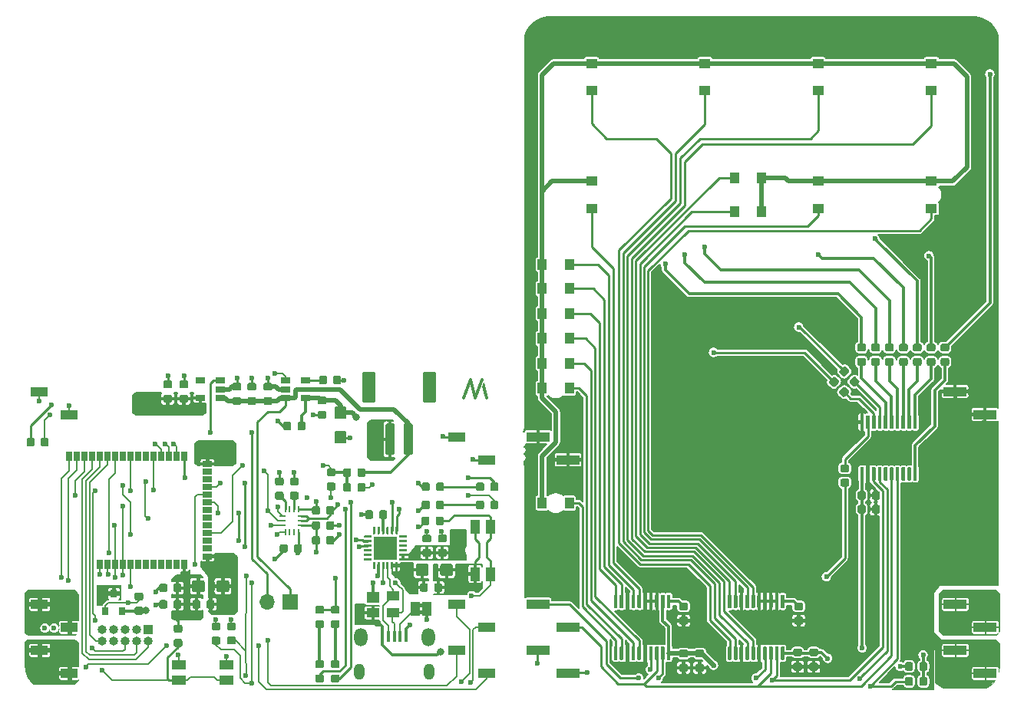
<source format=gbr>
G04 #@! TF.GenerationSoftware,KiCad,Pcbnew,(5.1.5-0-10_14)*
G04 #@! TF.CreationDate,2020-11-25T20:38:56+01:00*
G04 #@! TF.ProjectId,fl-remote,666c2d72-656d-46f7-9465-2e6b69636164,rev?*
G04 #@! TF.SameCoordinates,Original*
G04 #@! TF.FileFunction,Copper,L1,Top*
G04 #@! TF.FilePolarity,Positive*
%FSLAX46Y46*%
G04 Gerber Fmt 4.6, Leading zero omitted, Abs format (unit mm)*
G04 Created by KiCad (PCBNEW (5.1.5-0-10_14)) date 2020-11-25 20:38:56*
%MOMM*%
%LPD*%
G04 APERTURE LIST*
%ADD10C,0.350000*%
%ADD11C,0.100000*%
%ADD12R,0.800000X0.900000*%
%ADD13R,0.250000X0.675000*%
%ADD14R,0.675000X0.250000*%
%ADD15R,2.600000X2.600000*%
%ADD16O,1.150000X1.800000*%
%ADD17O,1.450000X2.000000*%
%ADD18R,0.450000X1.300000*%
%ADD19R,1.000000X1.550000*%
%ADD20R,1.550000X1.000000*%
%ADD21R,1.900000X1.000000*%
%ADD22R,2.510000X1.000000*%
%ADD23R,1.000000X1.200000*%
%ADD24R,1.200000X1.000000*%
%ADD25O,1.000000X1.000000*%
%ADD26R,1.000000X1.000000*%
%ADD27R,0.650000X1.100000*%
%ADD28R,1.100000X0.650000*%
%ADD29R,1.060000X0.650000*%
%ADD30R,1.000000X1.500000*%
%ADD31O,1.700000X1.700000*%
%ADD32R,1.700000X1.700000*%
%ADD33R,1.400000X1.000000*%
%ADD34R,1.400000X1.200000*%
%ADD35C,0.600000*%
%ADD36C,0.800000*%
%ADD37C,0.250000*%
%ADD38C,0.500000*%
%ADD39C,0.200000*%
%ADD40C,0.300000*%
G04 APERTURE END LIST*
D10*
X113401000Y-97403000D02*
X114151000Y-95403000D01*
X114351000Y-96183000D02*
X114651000Y-97403000D01*
D11*
G36*
X114511000Y-96303000D02*
G01*
X114271000Y-96393000D01*
X114211000Y-96173000D01*
X114381000Y-95713000D01*
X114511000Y-96303000D01*
G37*
X114511000Y-96303000D02*
X114271000Y-96393000D01*
X114211000Y-96173000D01*
X114381000Y-95713000D01*
X114511000Y-96303000D01*
D10*
X112901000Y-95403000D02*
X113401000Y-97403000D01*
X112151000Y-97403000D02*
X112901000Y-95403000D01*
D11*
G36*
X107201000Y-120129000D02*
G01*
X107701000Y-120129000D01*
X107701000Y-120529000D01*
X107201000Y-120529000D01*
X107201000Y-120129000D01*
G37*
G36*
X107201000Y-120929000D02*
G01*
X107701000Y-120929000D01*
X107701000Y-121329000D01*
X107201000Y-121329000D01*
X107201000Y-120929000D01*
G37*
D12*
X73533000Y-119015000D03*
X74483000Y-121015000D03*
X72583000Y-121015000D03*
D13*
X92464500Y-109727500D03*
X92964500Y-109727500D03*
X93464500Y-109727500D03*
X93964500Y-109727500D03*
X93964500Y-112252500D03*
X93464500Y-112252500D03*
X92964500Y-112252500D03*
X92464500Y-112252500D03*
D14*
X94227000Y-110490000D03*
X94227000Y-110990000D03*
X94227000Y-111490000D03*
X92202000Y-110490000D03*
X92202000Y-111490000D03*
X92202000Y-110990000D03*
G04 #@! TA.AperFunction,SMDPad,CuDef*
D11*
G36*
X92543691Y-113572053D02*
G01*
X92564926Y-113575203D01*
X92585750Y-113580419D01*
X92605962Y-113587651D01*
X92625368Y-113596830D01*
X92643781Y-113607866D01*
X92661024Y-113620654D01*
X92676930Y-113635070D01*
X92691346Y-113650976D01*
X92704134Y-113668219D01*
X92715170Y-113686632D01*
X92724349Y-113706038D01*
X92731581Y-113726250D01*
X92736797Y-113747074D01*
X92739947Y-113768309D01*
X92741000Y-113789750D01*
X92741000Y-114302250D01*
X92739947Y-114323691D01*
X92736797Y-114344926D01*
X92731581Y-114365750D01*
X92724349Y-114385962D01*
X92715170Y-114405368D01*
X92704134Y-114423781D01*
X92691346Y-114441024D01*
X92676930Y-114456930D01*
X92661024Y-114471346D01*
X92643781Y-114484134D01*
X92625368Y-114495170D01*
X92605962Y-114504349D01*
X92585750Y-114511581D01*
X92564926Y-114516797D01*
X92543691Y-114519947D01*
X92522250Y-114521000D01*
X92084750Y-114521000D01*
X92063309Y-114519947D01*
X92042074Y-114516797D01*
X92021250Y-114511581D01*
X92001038Y-114504349D01*
X91981632Y-114495170D01*
X91963219Y-114484134D01*
X91945976Y-114471346D01*
X91930070Y-114456930D01*
X91915654Y-114441024D01*
X91902866Y-114423781D01*
X91891830Y-114405368D01*
X91882651Y-114385962D01*
X91875419Y-114365750D01*
X91870203Y-114344926D01*
X91867053Y-114323691D01*
X91866000Y-114302250D01*
X91866000Y-113789750D01*
X91867053Y-113768309D01*
X91870203Y-113747074D01*
X91875419Y-113726250D01*
X91882651Y-113706038D01*
X91891830Y-113686632D01*
X91902866Y-113668219D01*
X91915654Y-113650976D01*
X91930070Y-113635070D01*
X91945976Y-113620654D01*
X91963219Y-113607866D01*
X91981632Y-113596830D01*
X92001038Y-113587651D01*
X92021250Y-113580419D01*
X92042074Y-113575203D01*
X92063309Y-113572053D01*
X92084750Y-113571000D01*
X92522250Y-113571000D01*
X92543691Y-113572053D01*
G37*
G04 #@! TD.AperFunction*
G04 #@! TA.AperFunction,SMDPad,CuDef*
G36*
X94118691Y-113572053D02*
G01*
X94139926Y-113575203D01*
X94160750Y-113580419D01*
X94180962Y-113587651D01*
X94200368Y-113596830D01*
X94218781Y-113607866D01*
X94236024Y-113620654D01*
X94251930Y-113635070D01*
X94266346Y-113650976D01*
X94279134Y-113668219D01*
X94290170Y-113686632D01*
X94299349Y-113706038D01*
X94306581Y-113726250D01*
X94311797Y-113747074D01*
X94314947Y-113768309D01*
X94316000Y-113789750D01*
X94316000Y-114302250D01*
X94314947Y-114323691D01*
X94311797Y-114344926D01*
X94306581Y-114365750D01*
X94299349Y-114385962D01*
X94290170Y-114405368D01*
X94279134Y-114423781D01*
X94266346Y-114441024D01*
X94251930Y-114456930D01*
X94236024Y-114471346D01*
X94218781Y-114484134D01*
X94200368Y-114495170D01*
X94180962Y-114504349D01*
X94160750Y-114511581D01*
X94139926Y-114516797D01*
X94118691Y-114519947D01*
X94097250Y-114521000D01*
X93659750Y-114521000D01*
X93638309Y-114519947D01*
X93617074Y-114516797D01*
X93596250Y-114511581D01*
X93576038Y-114504349D01*
X93556632Y-114495170D01*
X93538219Y-114484134D01*
X93520976Y-114471346D01*
X93505070Y-114456930D01*
X93490654Y-114441024D01*
X93477866Y-114423781D01*
X93466830Y-114405368D01*
X93457651Y-114385962D01*
X93450419Y-114365750D01*
X93445203Y-114344926D01*
X93442053Y-114323691D01*
X93441000Y-114302250D01*
X93441000Y-113789750D01*
X93442053Y-113768309D01*
X93445203Y-113747074D01*
X93450419Y-113726250D01*
X93457651Y-113706038D01*
X93466830Y-113686632D01*
X93477866Y-113668219D01*
X93490654Y-113650976D01*
X93505070Y-113635070D01*
X93520976Y-113620654D01*
X93538219Y-113607866D01*
X93556632Y-113596830D01*
X93576038Y-113587651D01*
X93596250Y-113580419D01*
X93617074Y-113575203D01*
X93638309Y-113572053D01*
X93659750Y-113571000D01*
X94097250Y-113571000D01*
X94118691Y-113572053D01*
G37*
G04 #@! TD.AperFunction*
G04 #@! TA.AperFunction,SMDPad,CuDef*
G36*
X93749691Y-106218053D02*
G01*
X93770926Y-106221203D01*
X93791750Y-106226419D01*
X93811962Y-106233651D01*
X93831368Y-106242830D01*
X93849781Y-106253866D01*
X93867024Y-106266654D01*
X93882930Y-106281070D01*
X93897346Y-106296976D01*
X93910134Y-106314219D01*
X93921170Y-106332632D01*
X93930349Y-106352038D01*
X93937581Y-106372250D01*
X93942797Y-106393074D01*
X93945947Y-106414309D01*
X93947000Y-106435750D01*
X93947000Y-106873250D01*
X93945947Y-106894691D01*
X93942797Y-106915926D01*
X93937581Y-106936750D01*
X93930349Y-106956962D01*
X93921170Y-106976368D01*
X93910134Y-106994781D01*
X93897346Y-107012024D01*
X93882930Y-107027930D01*
X93867024Y-107042346D01*
X93849781Y-107055134D01*
X93831368Y-107066170D01*
X93811962Y-107075349D01*
X93791750Y-107082581D01*
X93770926Y-107087797D01*
X93749691Y-107090947D01*
X93728250Y-107092000D01*
X93215750Y-107092000D01*
X93194309Y-107090947D01*
X93173074Y-107087797D01*
X93152250Y-107082581D01*
X93132038Y-107075349D01*
X93112632Y-107066170D01*
X93094219Y-107055134D01*
X93076976Y-107042346D01*
X93061070Y-107027930D01*
X93046654Y-107012024D01*
X93033866Y-106994781D01*
X93022830Y-106976368D01*
X93013651Y-106956962D01*
X93006419Y-106936750D01*
X93001203Y-106915926D01*
X92998053Y-106894691D01*
X92997000Y-106873250D01*
X92997000Y-106435750D01*
X92998053Y-106414309D01*
X93001203Y-106393074D01*
X93006419Y-106372250D01*
X93013651Y-106352038D01*
X93022830Y-106332632D01*
X93033866Y-106314219D01*
X93046654Y-106296976D01*
X93061070Y-106281070D01*
X93076976Y-106266654D01*
X93094219Y-106253866D01*
X93112632Y-106242830D01*
X93132038Y-106233651D01*
X93152250Y-106226419D01*
X93173074Y-106221203D01*
X93194309Y-106218053D01*
X93215750Y-106217000D01*
X93728250Y-106217000D01*
X93749691Y-106218053D01*
G37*
G04 #@! TD.AperFunction*
G04 #@! TA.AperFunction,SMDPad,CuDef*
G36*
X93749691Y-107793053D02*
G01*
X93770926Y-107796203D01*
X93791750Y-107801419D01*
X93811962Y-107808651D01*
X93831368Y-107817830D01*
X93849781Y-107828866D01*
X93867024Y-107841654D01*
X93882930Y-107856070D01*
X93897346Y-107871976D01*
X93910134Y-107889219D01*
X93921170Y-107907632D01*
X93930349Y-107927038D01*
X93937581Y-107947250D01*
X93942797Y-107968074D01*
X93945947Y-107989309D01*
X93947000Y-108010750D01*
X93947000Y-108448250D01*
X93945947Y-108469691D01*
X93942797Y-108490926D01*
X93937581Y-108511750D01*
X93930349Y-108531962D01*
X93921170Y-108551368D01*
X93910134Y-108569781D01*
X93897346Y-108587024D01*
X93882930Y-108602930D01*
X93867024Y-108617346D01*
X93849781Y-108630134D01*
X93831368Y-108641170D01*
X93811962Y-108650349D01*
X93791750Y-108657581D01*
X93770926Y-108662797D01*
X93749691Y-108665947D01*
X93728250Y-108667000D01*
X93215750Y-108667000D01*
X93194309Y-108665947D01*
X93173074Y-108662797D01*
X93152250Y-108657581D01*
X93132038Y-108650349D01*
X93112632Y-108641170D01*
X93094219Y-108630134D01*
X93076976Y-108617346D01*
X93061070Y-108602930D01*
X93046654Y-108587024D01*
X93033866Y-108569781D01*
X93022830Y-108551368D01*
X93013651Y-108531962D01*
X93006419Y-108511750D01*
X93001203Y-108490926D01*
X92998053Y-108469691D01*
X92997000Y-108448250D01*
X92997000Y-108010750D01*
X92998053Y-107989309D01*
X93001203Y-107968074D01*
X93006419Y-107947250D01*
X93013651Y-107927038D01*
X93022830Y-107907632D01*
X93033866Y-107889219D01*
X93046654Y-107871976D01*
X93061070Y-107856070D01*
X93076976Y-107841654D01*
X93094219Y-107828866D01*
X93112632Y-107817830D01*
X93132038Y-107808651D01*
X93152250Y-107801419D01*
X93173074Y-107796203D01*
X93194309Y-107793053D01*
X93215750Y-107792000D01*
X93728250Y-107792000D01*
X93749691Y-107793053D01*
G37*
G04 #@! TD.AperFunction*
G04 #@! TA.AperFunction,SMDPad,CuDef*
G36*
X99528691Y-106841053D02*
G01*
X99549926Y-106844203D01*
X99570750Y-106849419D01*
X99590962Y-106856651D01*
X99610368Y-106865830D01*
X99628781Y-106876866D01*
X99646024Y-106889654D01*
X99661930Y-106904070D01*
X99676346Y-106919976D01*
X99689134Y-106937219D01*
X99700170Y-106955632D01*
X99709349Y-106975038D01*
X99716581Y-106995250D01*
X99721797Y-107016074D01*
X99724947Y-107037309D01*
X99726000Y-107058750D01*
X99726000Y-107571250D01*
X99724947Y-107592691D01*
X99721797Y-107613926D01*
X99716581Y-107634750D01*
X99709349Y-107654962D01*
X99700170Y-107674368D01*
X99689134Y-107692781D01*
X99676346Y-107710024D01*
X99661930Y-107725930D01*
X99646024Y-107740346D01*
X99628781Y-107753134D01*
X99610368Y-107764170D01*
X99590962Y-107773349D01*
X99570750Y-107780581D01*
X99549926Y-107785797D01*
X99528691Y-107788947D01*
X99507250Y-107790000D01*
X99069750Y-107790000D01*
X99048309Y-107788947D01*
X99027074Y-107785797D01*
X99006250Y-107780581D01*
X98986038Y-107773349D01*
X98966632Y-107764170D01*
X98948219Y-107753134D01*
X98930976Y-107740346D01*
X98915070Y-107725930D01*
X98900654Y-107710024D01*
X98887866Y-107692781D01*
X98876830Y-107674368D01*
X98867651Y-107654962D01*
X98860419Y-107634750D01*
X98855203Y-107613926D01*
X98852053Y-107592691D01*
X98851000Y-107571250D01*
X98851000Y-107058750D01*
X98852053Y-107037309D01*
X98855203Y-107016074D01*
X98860419Y-106995250D01*
X98867651Y-106975038D01*
X98876830Y-106955632D01*
X98887866Y-106937219D01*
X98900654Y-106919976D01*
X98915070Y-106904070D01*
X98930976Y-106889654D01*
X98948219Y-106876866D01*
X98966632Y-106865830D01*
X98986038Y-106856651D01*
X99006250Y-106849419D01*
X99027074Y-106844203D01*
X99048309Y-106841053D01*
X99069750Y-106840000D01*
X99507250Y-106840000D01*
X99528691Y-106841053D01*
G37*
G04 #@! TD.AperFunction*
G04 #@! TA.AperFunction,SMDPad,CuDef*
G36*
X101103691Y-106841053D02*
G01*
X101124926Y-106844203D01*
X101145750Y-106849419D01*
X101165962Y-106856651D01*
X101185368Y-106865830D01*
X101203781Y-106876866D01*
X101221024Y-106889654D01*
X101236930Y-106904070D01*
X101251346Y-106919976D01*
X101264134Y-106937219D01*
X101275170Y-106955632D01*
X101284349Y-106975038D01*
X101291581Y-106995250D01*
X101296797Y-107016074D01*
X101299947Y-107037309D01*
X101301000Y-107058750D01*
X101301000Y-107571250D01*
X101299947Y-107592691D01*
X101296797Y-107613926D01*
X101291581Y-107634750D01*
X101284349Y-107654962D01*
X101275170Y-107674368D01*
X101264134Y-107692781D01*
X101251346Y-107710024D01*
X101236930Y-107725930D01*
X101221024Y-107740346D01*
X101203781Y-107753134D01*
X101185368Y-107764170D01*
X101165962Y-107773349D01*
X101145750Y-107780581D01*
X101124926Y-107785797D01*
X101103691Y-107788947D01*
X101082250Y-107790000D01*
X100644750Y-107790000D01*
X100623309Y-107788947D01*
X100602074Y-107785797D01*
X100581250Y-107780581D01*
X100561038Y-107773349D01*
X100541632Y-107764170D01*
X100523219Y-107753134D01*
X100505976Y-107740346D01*
X100490070Y-107725930D01*
X100475654Y-107710024D01*
X100462866Y-107692781D01*
X100451830Y-107674368D01*
X100442651Y-107654962D01*
X100435419Y-107634750D01*
X100430203Y-107613926D01*
X100427053Y-107592691D01*
X100426000Y-107571250D01*
X100426000Y-107058750D01*
X100427053Y-107037309D01*
X100430203Y-107016074D01*
X100435419Y-106995250D01*
X100442651Y-106975038D01*
X100451830Y-106955632D01*
X100462866Y-106937219D01*
X100475654Y-106919976D01*
X100490070Y-106904070D01*
X100505976Y-106889654D01*
X100523219Y-106876866D01*
X100541632Y-106865830D01*
X100561038Y-106856651D01*
X100581250Y-106849419D01*
X100602074Y-106844203D01*
X100623309Y-106841053D01*
X100644750Y-106840000D01*
X101082250Y-106840000D01*
X101103691Y-106841053D01*
G37*
G04 #@! TD.AperFunction*
G04 #@! TA.AperFunction,SMDPad,CuDef*
G36*
X101103691Y-105190053D02*
G01*
X101124926Y-105193203D01*
X101145750Y-105198419D01*
X101165962Y-105205651D01*
X101185368Y-105214830D01*
X101203781Y-105225866D01*
X101221024Y-105238654D01*
X101236930Y-105253070D01*
X101251346Y-105268976D01*
X101264134Y-105286219D01*
X101275170Y-105304632D01*
X101284349Y-105324038D01*
X101291581Y-105344250D01*
X101296797Y-105365074D01*
X101299947Y-105386309D01*
X101301000Y-105407750D01*
X101301000Y-105920250D01*
X101299947Y-105941691D01*
X101296797Y-105962926D01*
X101291581Y-105983750D01*
X101284349Y-106003962D01*
X101275170Y-106023368D01*
X101264134Y-106041781D01*
X101251346Y-106059024D01*
X101236930Y-106074930D01*
X101221024Y-106089346D01*
X101203781Y-106102134D01*
X101185368Y-106113170D01*
X101165962Y-106122349D01*
X101145750Y-106129581D01*
X101124926Y-106134797D01*
X101103691Y-106137947D01*
X101082250Y-106139000D01*
X100644750Y-106139000D01*
X100623309Y-106137947D01*
X100602074Y-106134797D01*
X100581250Y-106129581D01*
X100561038Y-106122349D01*
X100541632Y-106113170D01*
X100523219Y-106102134D01*
X100505976Y-106089346D01*
X100490070Y-106074930D01*
X100475654Y-106059024D01*
X100462866Y-106041781D01*
X100451830Y-106023368D01*
X100442651Y-106003962D01*
X100435419Y-105983750D01*
X100430203Y-105962926D01*
X100427053Y-105941691D01*
X100426000Y-105920250D01*
X100426000Y-105407750D01*
X100427053Y-105386309D01*
X100430203Y-105365074D01*
X100435419Y-105344250D01*
X100442651Y-105324038D01*
X100451830Y-105304632D01*
X100462866Y-105286219D01*
X100475654Y-105268976D01*
X100490070Y-105253070D01*
X100505976Y-105238654D01*
X100523219Y-105225866D01*
X100541632Y-105214830D01*
X100561038Y-105205651D01*
X100581250Y-105198419D01*
X100602074Y-105193203D01*
X100623309Y-105190053D01*
X100644750Y-105189000D01*
X101082250Y-105189000D01*
X101103691Y-105190053D01*
G37*
G04 #@! TD.AperFunction*
G04 #@! TA.AperFunction,SMDPad,CuDef*
G36*
X99528691Y-105190053D02*
G01*
X99549926Y-105193203D01*
X99570750Y-105198419D01*
X99590962Y-105205651D01*
X99610368Y-105214830D01*
X99628781Y-105225866D01*
X99646024Y-105238654D01*
X99661930Y-105253070D01*
X99676346Y-105268976D01*
X99689134Y-105286219D01*
X99700170Y-105304632D01*
X99709349Y-105324038D01*
X99716581Y-105344250D01*
X99721797Y-105365074D01*
X99724947Y-105386309D01*
X99726000Y-105407750D01*
X99726000Y-105920250D01*
X99724947Y-105941691D01*
X99721797Y-105962926D01*
X99716581Y-105983750D01*
X99709349Y-106003962D01*
X99700170Y-106023368D01*
X99689134Y-106041781D01*
X99676346Y-106059024D01*
X99661930Y-106074930D01*
X99646024Y-106089346D01*
X99628781Y-106102134D01*
X99610368Y-106113170D01*
X99590962Y-106122349D01*
X99570750Y-106129581D01*
X99549926Y-106134797D01*
X99528691Y-106137947D01*
X99507250Y-106139000D01*
X99069750Y-106139000D01*
X99048309Y-106137947D01*
X99027074Y-106134797D01*
X99006250Y-106129581D01*
X98986038Y-106122349D01*
X98966632Y-106113170D01*
X98948219Y-106102134D01*
X98930976Y-106089346D01*
X98915070Y-106074930D01*
X98900654Y-106059024D01*
X98887866Y-106041781D01*
X98876830Y-106023368D01*
X98867651Y-106003962D01*
X98860419Y-105983750D01*
X98855203Y-105962926D01*
X98852053Y-105941691D01*
X98851000Y-105920250D01*
X98851000Y-105407750D01*
X98852053Y-105386309D01*
X98855203Y-105365074D01*
X98860419Y-105344250D01*
X98867651Y-105324038D01*
X98876830Y-105304632D01*
X98887866Y-105286219D01*
X98900654Y-105268976D01*
X98915070Y-105253070D01*
X98930976Y-105238654D01*
X98948219Y-105225866D01*
X98966632Y-105214830D01*
X98986038Y-105205651D01*
X99006250Y-105198419D01*
X99027074Y-105193203D01*
X99048309Y-105190053D01*
X99069750Y-105189000D01*
X99507250Y-105189000D01*
X99528691Y-105190053D01*
G37*
G04 #@! TD.AperFunction*
G04 #@! TA.AperFunction,SMDPad,CuDef*
G36*
X76604691Y-120493053D02*
G01*
X76625926Y-120496203D01*
X76646750Y-120501419D01*
X76666962Y-120508651D01*
X76686368Y-120517830D01*
X76704781Y-120528866D01*
X76722024Y-120541654D01*
X76737930Y-120556070D01*
X76752346Y-120571976D01*
X76765134Y-120589219D01*
X76776170Y-120607632D01*
X76785349Y-120627038D01*
X76792581Y-120647250D01*
X76797797Y-120668074D01*
X76800947Y-120689309D01*
X76802000Y-120710750D01*
X76802000Y-121148250D01*
X76800947Y-121169691D01*
X76797797Y-121190926D01*
X76792581Y-121211750D01*
X76785349Y-121231962D01*
X76776170Y-121251368D01*
X76765134Y-121269781D01*
X76752346Y-121287024D01*
X76737930Y-121302930D01*
X76722024Y-121317346D01*
X76704781Y-121330134D01*
X76686368Y-121341170D01*
X76666962Y-121350349D01*
X76646750Y-121357581D01*
X76625926Y-121362797D01*
X76604691Y-121365947D01*
X76583250Y-121367000D01*
X76070750Y-121367000D01*
X76049309Y-121365947D01*
X76028074Y-121362797D01*
X76007250Y-121357581D01*
X75987038Y-121350349D01*
X75967632Y-121341170D01*
X75949219Y-121330134D01*
X75931976Y-121317346D01*
X75916070Y-121302930D01*
X75901654Y-121287024D01*
X75888866Y-121269781D01*
X75877830Y-121251368D01*
X75868651Y-121231962D01*
X75861419Y-121211750D01*
X75856203Y-121190926D01*
X75853053Y-121169691D01*
X75852000Y-121148250D01*
X75852000Y-120710750D01*
X75853053Y-120689309D01*
X75856203Y-120668074D01*
X75861419Y-120647250D01*
X75868651Y-120627038D01*
X75877830Y-120607632D01*
X75888866Y-120589219D01*
X75901654Y-120571976D01*
X75916070Y-120556070D01*
X75931976Y-120541654D01*
X75949219Y-120528866D01*
X75967632Y-120517830D01*
X75987038Y-120508651D01*
X76007250Y-120501419D01*
X76028074Y-120496203D01*
X76049309Y-120493053D01*
X76070750Y-120492000D01*
X76583250Y-120492000D01*
X76604691Y-120493053D01*
G37*
G04 #@! TD.AperFunction*
G04 #@! TA.AperFunction,SMDPad,CuDef*
G36*
X76604691Y-118918053D02*
G01*
X76625926Y-118921203D01*
X76646750Y-118926419D01*
X76666962Y-118933651D01*
X76686368Y-118942830D01*
X76704781Y-118953866D01*
X76722024Y-118966654D01*
X76737930Y-118981070D01*
X76752346Y-118996976D01*
X76765134Y-119014219D01*
X76776170Y-119032632D01*
X76785349Y-119052038D01*
X76792581Y-119072250D01*
X76797797Y-119093074D01*
X76800947Y-119114309D01*
X76802000Y-119135750D01*
X76802000Y-119573250D01*
X76800947Y-119594691D01*
X76797797Y-119615926D01*
X76792581Y-119636750D01*
X76785349Y-119656962D01*
X76776170Y-119676368D01*
X76765134Y-119694781D01*
X76752346Y-119712024D01*
X76737930Y-119727930D01*
X76722024Y-119742346D01*
X76704781Y-119755134D01*
X76686368Y-119766170D01*
X76666962Y-119775349D01*
X76646750Y-119782581D01*
X76625926Y-119787797D01*
X76604691Y-119790947D01*
X76583250Y-119792000D01*
X76070750Y-119792000D01*
X76049309Y-119790947D01*
X76028074Y-119787797D01*
X76007250Y-119782581D01*
X75987038Y-119775349D01*
X75967632Y-119766170D01*
X75949219Y-119755134D01*
X75931976Y-119742346D01*
X75916070Y-119727930D01*
X75901654Y-119712024D01*
X75888866Y-119694781D01*
X75877830Y-119676368D01*
X75868651Y-119656962D01*
X75861419Y-119636750D01*
X75856203Y-119615926D01*
X75853053Y-119594691D01*
X75852000Y-119573250D01*
X75852000Y-119135750D01*
X75853053Y-119114309D01*
X75856203Y-119093074D01*
X75861419Y-119072250D01*
X75868651Y-119052038D01*
X75877830Y-119032632D01*
X75888866Y-119014219D01*
X75901654Y-118996976D01*
X75916070Y-118981070D01*
X75931976Y-118966654D01*
X75949219Y-118953866D01*
X75967632Y-118942830D01*
X75987038Y-118933651D01*
X76007250Y-118926419D01*
X76028074Y-118921203D01*
X76049309Y-118918053D01*
X76070750Y-118917000D01*
X76583250Y-118917000D01*
X76604691Y-118918053D01*
G37*
G04 #@! TD.AperFunction*
G04 #@! TA.AperFunction,SMDPad,CuDef*
G36*
X92098691Y-107793053D02*
G01*
X92119926Y-107796203D01*
X92140750Y-107801419D01*
X92160962Y-107808651D01*
X92180368Y-107817830D01*
X92198781Y-107828866D01*
X92216024Y-107841654D01*
X92231930Y-107856070D01*
X92246346Y-107871976D01*
X92259134Y-107889219D01*
X92270170Y-107907632D01*
X92279349Y-107927038D01*
X92286581Y-107947250D01*
X92291797Y-107968074D01*
X92294947Y-107989309D01*
X92296000Y-108010750D01*
X92296000Y-108448250D01*
X92294947Y-108469691D01*
X92291797Y-108490926D01*
X92286581Y-108511750D01*
X92279349Y-108531962D01*
X92270170Y-108551368D01*
X92259134Y-108569781D01*
X92246346Y-108587024D01*
X92231930Y-108602930D01*
X92216024Y-108617346D01*
X92198781Y-108630134D01*
X92180368Y-108641170D01*
X92160962Y-108650349D01*
X92140750Y-108657581D01*
X92119926Y-108662797D01*
X92098691Y-108665947D01*
X92077250Y-108667000D01*
X91564750Y-108667000D01*
X91543309Y-108665947D01*
X91522074Y-108662797D01*
X91501250Y-108657581D01*
X91481038Y-108650349D01*
X91461632Y-108641170D01*
X91443219Y-108630134D01*
X91425976Y-108617346D01*
X91410070Y-108602930D01*
X91395654Y-108587024D01*
X91382866Y-108569781D01*
X91371830Y-108551368D01*
X91362651Y-108531962D01*
X91355419Y-108511750D01*
X91350203Y-108490926D01*
X91347053Y-108469691D01*
X91346000Y-108448250D01*
X91346000Y-108010750D01*
X91347053Y-107989309D01*
X91350203Y-107968074D01*
X91355419Y-107947250D01*
X91362651Y-107927038D01*
X91371830Y-107907632D01*
X91382866Y-107889219D01*
X91395654Y-107871976D01*
X91410070Y-107856070D01*
X91425976Y-107841654D01*
X91443219Y-107828866D01*
X91461632Y-107817830D01*
X91481038Y-107808651D01*
X91501250Y-107801419D01*
X91522074Y-107796203D01*
X91543309Y-107793053D01*
X91564750Y-107792000D01*
X92077250Y-107792000D01*
X92098691Y-107793053D01*
G37*
G04 #@! TD.AperFunction*
G04 #@! TA.AperFunction,SMDPad,CuDef*
G36*
X92098691Y-106218053D02*
G01*
X92119926Y-106221203D01*
X92140750Y-106226419D01*
X92160962Y-106233651D01*
X92180368Y-106242830D01*
X92198781Y-106253866D01*
X92216024Y-106266654D01*
X92231930Y-106281070D01*
X92246346Y-106296976D01*
X92259134Y-106314219D01*
X92270170Y-106332632D01*
X92279349Y-106352038D01*
X92286581Y-106372250D01*
X92291797Y-106393074D01*
X92294947Y-106414309D01*
X92296000Y-106435750D01*
X92296000Y-106873250D01*
X92294947Y-106894691D01*
X92291797Y-106915926D01*
X92286581Y-106936750D01*
X92279349Y-106956962D01*
X92270170Y-106976368D01*
X92259134Y-106994781D01*
X92246346Y-107012024D01*
X92231930Y-107027930D01*
X92216024Y-107042346D01*
X92198781Y-107055134D01*
X92180368Y-107066170D01*
X92160962Y-107075349D01*
X92140750Y-107082581D01*
X92119926Y-107087797D01*
X92098691Y-107090947D01*
X92077250Y-107092000D01*
X91564750Y-107092000D01*
X91543309Y-107090947D01*
X91522074Y-107087797D01*
X91501250Y-107082581D01*
X91481038Y-107075349D01*
X91461632Y-107066170D01*
X91443219Y-107055134D01*
X91425976Y-107042346D01*
X91410070Y-107027930D01*
X91395654Y-107012024D01*
X91382866Y-106994781D01*
X91371830Y-106976368D01*
X91362651Y-106956962D01*
X91355419Y-106936750D01*
X91350203Y-106915926D01*
X91347053Y-106894691D01*
X91346000Y-106873250D01*
X91346000Y-106435750D01*
X91347053Y-106414309D01*
X91350203Y-106393074D01*
X91355419Y-106372250D01*
X91362651Y-106352038D01*
X91371830Y-106332632D01*
X91382866Y-106314219D01*
X91395654Y-106296976D01*
X91410070Y-106281070D01*
X91425976Y-106266654D01*
X91443219Y-106253866D01*
X91461632Y-106242830D01*
X91481038Y-106233651D01*
X91501250Y-106226419D01*
X91522074Y-106221203D01*
X91543309Y-106218053D01*
X91564750Y-106217000D01*
X92077250Y-106217000D01*
X92098691Y-106218053D01*
G37*
G04 #@! TD.AperFunction*
G04 #@! TA.AperFunction,SMDPad,CuDef*
G36*
X96099691Y-112683053D02*
G01*
X96120926Y-112686203D01*
X96141750Y-112691419D01*
X96161962Y-112698651D01*
X96181368Y-112707830D01*
X96199781Y-112718866D01*
X96217024Y-112731654D01*
X96232930Y-112746070D01*
X96247346Y-112761976D01*
X96260134Y-112779219D01*
X96271170Y-112797632D01*
X96280349Y-112817038D01*
X96287581Y-112837250D01*
X96292797Y-112858074D01*
X96295947Y-112879309D01*
X96297000Y-112900750D01*
X96297000Y-113413250D01*
X96295947Y-113434691D01*
X96292797Y-113455926D01*
X96287581Y-113476750D01*
X96280349Y-113496962D01*
X96271170Y-113516368D01*
X96260134Y-113534781D01*
X96247346Y-113552024D01*
X96232930Y-113567930D01*
X96217024Y-113582346D01*
X96199781Y-113595134D01*
X96181368Y-113606170D01*
X96161962Y-113615349D01*
X96141750Y-113622581D01*
X96120926Y-113627797D01*
X96099691Y-113630947D01*
X96078250Y-113632000D01*
X95640750Y-113632000D01*
X95619309Y-113630947D01*
X95598074Y-113627797D01*
X95577250Y-113622581D01*
X95557038Y-113615349D01*
X95537632Y-113606170D01*
X95519219Y-113595134D01*
X95501976Y-113582346D01*
X95486070Y-113567930D01*
X95471654Y-113552024D01*
X95458866Y-113534781D01*
X95447830Y-113516368D01*
X95438651Y-113496962D01*
X95431419Y-113476750D01*
X95426203Y-113455926D01*
X95423053Y-113434691D01*
X95422000Y-113413250D01*
X95422000Y-112900750D01*
X95423053Y-112879309D01*
X95426203Y-112858074D01*
X95431419Y-112837250D01*
X95438651Y-112817038D01*
X95447830Y-112797632D01*
X95458866Y-112779219D01*
X95471654Y-112761976D01*
X95486070Y-112746070D01*
X95501976Y-112731654D01*
X95519219Y-112718866D01*
X95537632Y-112707830D01*
X95557038Y-112698651D01*
X95577250Y-112691419D01*
X95598074Y-112686203D01*
X95619309Y-112683053D01*
X95640750Y-112682000D01*
X96078250Y-112682000D01*
X96099691Y-112683053D01*
G37*
G04 #@! TD.AperFunction*
G04 #@! TA.AperFunction,SMDPad,CuDef*
G36*
X97674691Y-112683053D02*
G01*
X97695926Y-112686203D01*
X97716750Y-112691419D01*
X97736962Y-112698651D01*
X97756368Y-112707830D01*
X97774781Y-112718866D01*
X97792024Y-112731654D01*
X97807930Y-112746070D01*
X97822346Y-112761976D01*
X97835134Y-112779219D01*
X97846170Y-112797632D01*
X97855349Y-112817038D01*
X97862581Y-112837250D01*
X97867797Y-112858074D01*
X97870947Y-112879309D01*
X97872000Y-112900750D01*
X97872000Y-113413250D01*
X97870947Y-113434691D01*
X97867797Y-113455926D01*
X97862581Y-113476750D01*
X97855349Y-113496962D01*
X97846170Y-113516368D01*
X97835134Y-113534781D01*
X97822346Y-113552024D01*
X97807930Y-113567930D01*
X97792024Y-113582346D01*
X97774781Y-113595134D01*
X97756368Y-113606170D01*
X97736962Y-113615349D01*
X97716750Y-113622581D01*
X97695926Y-113627797D01*
X97674691Y-113630947D01*
X97653250Y-113632000D01*
X97215750Y-113632000D01*
X97194309Y-113630947D01*
X97173074Y-113627797D01*
X97152250Y-113622581D01*
X97132038Y-113615349D01*
X97112632Y-113606170D01*
X97094219Y-113595134D01*
X97076976Y-113582346D01*
X97061070Y-113567930D01*
X97046654Y-113552024D01*
X97033866Y-113534781D01*
X97022830Y-113516368D01*
X97013651Y-113496962D01*
X97006419Y-113476750D01*
X97001203Y-113455926D01*
X96998053Y-113434691D01*
X96997000Y-113413250D01*
X96997000Y-112900750D01*
X96998053Y-112879309D01*
X97001203Y-112858074D01*
X97006419Y-112837250D01*
X97013651Y-112817038D01*
X97022830Y-112797632D01*
X97033866Y-112779219D01*
X97046654Y-112761976D01*
X97061070Y-112746070D01*
X97076976Y-112731654D01*
X97094219Y-112718866D01*
X97112632Y-112707830D01*
X97132038Y-112698651D01*
X97152250Y-112691419D01*
X97173074Y-112686203D01*
X97194309Y-112683053D01*
X97215750Y-112682000D01*
X97653250Y-112682000D01*
X97674691Y-112683053D01*
G37*
G04 #@! TD.AperFunction*
G04 #@! TA.AperFunction,SMDPad,CuDef*
G36*
X97674691Y-109381053D02*
G01*
X97695926Y-109384203D01*
X97716750Y-109389419D01*
X97736962Y-109396651D01*
X97756368Y-109405830D01*
X97774781Y-109416866D01*
X97792024Y-109429654D01*
X97807930Y-109444070D01*
X97822346Y-109459976D01*
X97835134Y-109477219D01*
X97846170Y-109495632D01*
X97855349Y-109515038D01*
X97862581Y-109535250D01*
X97867797Y-109556074D01*
X97870947Y-109577309D01*
X97872000Y-109598750D01*
X97872000Y-110111250D01*
X97870947Y-110132691D01*
X97867797Y-110153926D01*
X97862581Y-110174750D01*
X97855349Y-110194962D01*
X97846170Y-110214368D01*
X97835134Y-110232781D01*
X97822346Y-110250024D01*
X97807930Y-110265930D01*
X97792024Y-110280346D01*
X97774781Y-110293134D01*
X97756368Y-110304170D01*
X97736962Y-110313349D01*
X97716750Y-110320581D01*
X97695926Y-110325797D01*
X97674691Y-110328947D01*
X97653250Y-110330000D01*
X97215750Y-110330000D01*
X97194309Y-110328947D01*
X97173074Y-110325797D01*
X97152250Y-110320581D01*
X97132038Y-110313349D01*
X97112632Y-110304170D01*
X97094219Y-110293134D01*
X97076976Y-110280346D01*
X97061070Y-110265930D01*
X97046654Y-110250024D01*
X97033866Y-110232781D01*
X97022830Y-110214368D01*
X97013651Y-110194962D01*
X97006419Y-110174750D01*
X97001203Y-110153926D01*
X96998053Y-110132691D01*
X96997000Y-110111250D01*
X96997000Y-109598750D01*
X96998053Y-109577309D01*
X97001203Y-109556074D01*
X97006419Y-109535250D01*
X97013651Y-109515038D01*
X97022830Y-109495632D01*
X97033866Y-109477219D01*
X97046654Y-109459976D01*
X97061070Y-109444070D01*
X97076976Y-109429654D01*
X97094219Y-109416866D01*
X97112632Y-109405830D01*
X97132038Y-109396651D01*
X97152250Y-109389419D01*
X97173074Y-109384203D01*
X97194309Y-109381053D01*
X97215750Y-109380000D01*
X97653250Y-109380000D01*
X97674691Y-109381053D01*
G37*
G04 #@! TD.AperFunction*
G04 #@! TA.AperFunction,SMDPad,CuDef*
G36*
X96099691Y-109381053D02*
G01*
X96120926Y-109384203D01*
X96141750Y-109389419D01*
X96161962Y-109396651D01*
X96181368Y-109405830D01*
X96199781Y-109416866D01*
X96217024Y-109429654D01*
X96232930Y-109444070D01*
X96247346Y-109459976D01*
X96260134Y-109477219D01*
X96271170Y-109495632D01*
X96280349Y-109515038D01*
X96287581Y-109535250D01*
X96292797Y-109556074D01*
X96295947Y-109577309D01*
X96297000Y-109598750D01*
X96297000Y-110111250D01*
X96295947Y-110132691D01*
X96292797Y-110153926D01*
X96287581Y-110174750D01*
X96280349Y-110194962D01*
X96271170Y-110214368D01*
X96260134Y-110232781D01*
X96247346Y-110250024D01*
X96232930Y-110265930D01*
X96217024Y-110280346D01*
X96199781Y-110293134D01*
X96181368Y-110304170D01*
X96161962Y-110313349D01*
X96141750Y-110320581D01*
X96120926Y-110325797D01*
X96099691Y-110328947D01*
X96078250Y-110330000D01*
X95640750Y-110330000D01*
X95619309Y-110328947D01*
X95598074Y-110325797D01*
X95577250Y-110320581D01*
X95557038Y-110313349D01*
X95537632Y-110304170D01*
X95519219Y-110293134D01*
X95501976Y-110280346D01*
X95486070Y-110265930D01*
X95471654Y-110250024D01*
X95458866Y-110232781D01*
X95447830Y-110214368D01*
X95438651Y-110194962D01*
X95431419Y-110174750D01*
X95426203Y-110153926D01*
X95423053Y-110132691D01*
X95422000Y-110111250D01*
X95422000Y-109598750D01*
X95423053Y-109577309D01*
X95426203Y-109556074D01*
X95431419Y-109535250D01*
X95438651Y-109515038D01*
X95447830Y-109495632D01*
X95458866Y-109477219D01*
X95471654Y-109459976D01*
X95486070Y-109444070D01*
X95501976Y-109429654D01*
X95519219Y-109416866D01*
X95537632Y-109405830D01*
X95557038Y-109396651D01*
X95577250Y-109389419D01*
X95598074Y-109384203D01*
X95619309Y-109381053D01*
X95640750Y-109380000D01*
X96078250Y-109380000D01*
X96099691Y-109381053D01*
G37*
G04 #@! TD.AperFunction*
G04 #@! TA.AperFunction,SMDPad,CuDef*
G36*
X96099691Y-111032053D02*
G01*
X96120926Y-111035203D01*
X96141750Y-111040419D01*
X96161962Y-111047651D01*
X96181368Y-111056830D01*
X96199781Y-111067866D01*
X96217024Y-111080654D01*
X96232930Y-111095070D01*
X96247346Y-111110976D01*
X96260134Y-111128219D01*
X96271170Y-111146632D01*
X96280349Y-111166038D01*
X96287581Y-111186250D01*
X96292797Y-111207074D01*
X96295947Y-111228309D01*
X96297000Y-111249750D01*
X96297000Y-111762250D01*
X96295947Y-111783691D01*
X96292797Y-111804926D01*
X96287581Y-111825750D01*
X96280349Y-111845962D01*
X96271170Y-111865368D01*
X96260134Y-111883781D01*
X96247346Y-111901024D01*
X96232930Y-111916930D01*
X96217024Y-111931346D01*
X96199781Y-111944134D01*
X96181368Y-111955170D01*
X96161962Y-111964349D01*
X96141750Y-111971581D01*
X96120926Y-111976797D01*
X96099691Y-111979947D01*
X96078250Y-111981000D01*
X95640750Y-111981000D01*
X95619309Y-111979947D01*
X95598074Y-111976797D01*
X95577250Y-111971581D01*
X95557038Y-111964349D01*
X95537632Y-111955170D01*
X95519219Y-111944134D01*
X95501976Y-111931346D01*
X95486070Y-111916930D01*
X95471654Y-111901024D01*
X95458866Y-111883781D01*
X95447830Y-111865368D01*
X95438651Y-111845962D01*
X95431419Y-111825750D01*
X95426203Y-111804926D01*
X95423053Y-111783691D01*
X95422000Y-111762250D01*
X95422000Y-111249750D01*
X95423053Y-111228309D01*
X95426203Y-111207074D01*
X95431419Y-111186250D01*
X95438651Y-111166038D01*
X95447830Y-111146632D01*
X95458866Y-111128219D01*
X95471654Y-111110976D01*
X95486070Y-111095070D01*
X95501976Y-111080654D01*
X95519219Y-111067866D01*
X95537632Y-111056830D01*
X95557038Y-111047651D01*
X95577250Y-111040419D01*
X95598074Y-111035203D01*
X95619309Y-111032053D01*
X95640750Y-111031000D01*
X96078250Y-111031000D01*
X96099691Y-111032053D01*
G37*
G04 #@! TD.AperFunction*
G04 #@! TA.AperFunction,SMDPad,CuDef*
G36*
X97674691Y-111032053D02*
G01*
X97695926Y-111035203D01*
X97716750Y-111040419D01*
X97736962Y-111047651D01*
X97756368Y-111056830D01*
X97774781Y-111067866D01*
X97792024Y-111080654D01*
X97807930Y-111095070D01*
X97822346Y-111110976D01*
X97835134Y-111128219D01*
X97846170Y-111146632D01*
X97855349Y-111166038D01*
X97862581Y-111186250D01*
X97867797Y-111207074D01*
X97870947Y-111228309D01*
X97872000Y-111249750D01*
X97872000Y-111762250D01*
X97870947Y-111783691D01*
X97867797Y-111804926D01*
X97862581Y-111825750D01*
X97855349Y-111845962D01*
X97846170Y-111865368D01*
X97835134Y-111883781D01*
X97822346Y-111901024D01*
X97807930Y-111916930D01*
X97792024Y-111931346D01*
X97774781Y-111944134D01*
X97756368Y-111955170D01*
X97736962Y-111964349D01*
X97716750Y-111971581D01*
X97695926Y-111976797D01*
X97674691Y-111979947D01*
X97653250Y-111981000D01*
X97215750Y-111981000D01*
X97194309Y-111979947D01*
X97173074Y-111976797D01*
X97152250Y-111971581D01*
X97132038Y-111964349D01*
X97112632Y-111955170D01*
X97094219Y-111944134D01*
X97076976Y-111931346D01*
X97061070Y-111916930D01*
X97046654Y-111901024D01*
X97033866Y-111883781D01*
X97022830Y-111865368D01*
X97013651Y-111845962D01*
X97006419Y-111825750D01*
X97001203Y-111804926D01*
X96998053Y-111783691D01*
X96997000Y-111762250D01*
X96997000Y-111249750D01*
X96998053Y-111228309D01*
X97001203Y-111207074D01*
X97006419Y-111186250D01*
X97013651Y-111166038D01*
X97022830Y-111146632D01*
X97033866Y-111128219D01*
X97046654Y-111110976D01*
X97061070Y-111095070D01*
X97076976Y-111080654D01*
X97094219Y-111067866D01*
X97112632Y-111056830D01*
X97132038Y-111047651D01*
X97152250Y-111040419D01*
X97173074Y-111035203D01*
X97194309Y-111032053D01*
X97215750Y-111031000D01*
X97653250Y-111031000D01*
X97674691Y-111032053D01*
G37*
G04 #@! TD.AperFunction*
G04 #@! TA.AperFunction,SMDPad,CuDef*
G36*
X97813691Y-106777053D02*
G01*
X97834926Y-106780203D01*
X97855750Y-106785419D01*
X97875962Y-106792651D01*
X97895368Y-106801830D01*
X97913781Y-106812866D01*
X97931024Y-106825654D01*
X97946930Y-106840070D01*
X97961346Y-106855976D01*
X97974134Y-106873219D01*
X97985170Y-106891632D01*
X97994349Y-106911038D01*
X98001581Y-106931250D01*
X98006797Y-106952074D01*
X98009947Y-106973309D01*
X98011000Y-106994750D01*
X98011000Y-107432250D01*
X98009947Y-107453691D01*
X98006797Y-107474926D01*
X98001581Y-107495750D01*
X97994349Y-107515962D01*
X97985170Y-107535368D01*
X97974134Y-107553781D01*
X97961346Y-107571024D01*
X97946930Y-107586930D01*
X97931024Y-107601346D01*
X97913781Y-107614134D01*
X97895368Y-107625170D01*
X97875962Y-107634349D01*
X97855750Y-107641581D01*
X97834926Y-107646797D01*
X97813691Y-107649947D01*
X97792250Y-107651000D01*
X97279750Y-107651000D01*
X97258309Y-107649947D01*
X97237074Y-107646797D01*
X97216250Y-107641581D01*
X97196038Y-107634349D01*
X97176632Y-107625170D01*
X97158219Y-107614134D01*
X97140976Y-107601346D01*
X97125070Y-107586930D01*
X97110654Y-107571024D01*
X97097866Y-107553781D01*
X97086830Y-107535368D01*
X97077651Y-107515962D01*
X97070419Y-107495750D01*
X97065203Y-107474926D01*
X97062053Y-107453691D01*
X97061000Y-107432250D01*
X97061000Y-106994750D01*
X97062053Y-106973309D01*
X97065203Y-106952074D01*
X97070419Y-106931250D01*
X97077651Y-106911038D01*
X97086830Y-106891632D01*
X97097866Y-106873219D01*
X97110654Y-106855976D01*
X97125070Y-106840070D01*
X97140976Y-106825654D01*
X97158219Y-106812866D01*
X97176632Y-106801830D01*
X97196038Y-106792651D01*
X97216250Y-106785419D01*
X97237074Y-106780203D01*
X97258309Y-106777053D01*
X97279750Y-106776000D01*
X97792250Y-106776000D01*
X97813691Y-106777053D01*
G37*
G04 #@! TD.AperFunction*
G04 #@! TA.AperFunction,SMDPad,CuDef*
G36*
X97813691Y-105202053D02*
G01*
X97834926Y-105205203D01*
X97855750Y-105210419D01*
X97875962Y-105217651D01*
X97895368Y-105226830D01*
X97913781Y-105237866D01*
X97931024Y-105250654D01*
X97946930Y-105265070D01*
X97961346Y-105280976D01*
X97974134Y-105298219D01*
X97985170Y-105316632D01*
X97994349Y-105336038D01*
X98001581Y-105356250D01*
X98006797Y-105377074D01*
X98009947Y-105398309D01*
X98011000Y-105419750D01*
X98011000Y-105857250D01*
X98009947Y-105878691D01*
X98006797Y-105899926D01*
X98001581Y-105920750D01*
X97994349Y-105940962D01*
X97985170Y-105960368D01*
X97974134Y-105978781D01*
X97961346Y-105996024D01*
X97946930Y-106011930D01*
X97931024Y-106026346D01*
X97913781Y-106039134D01*
X97895368Y-106050170D01*
X97875962Y-106059349D01*
X97855750Y-106066581D01*
X97834926Y-106071797D01*
X97813691Y-106074947D01*
X97792250Y-106076000D01*
X97279750Y-106076000D01*
X97258309Y-106074947D01*
X97237074Y-106071797D01*
X97216250Y-106066581D01*
X97196038Y-106059349D01*
X97176632Y-106050170D01*
X97158219Y-106039134D01*
X97140976Y-106026346D01*
X97125070Y-106011930D01*
X97110654Y-105996024D01*
X97097866Y-105978781D01*
X97086830Y-105960368D01*
X97077651Y-105940962D01*
X97070419Y-105920750D01*
X97065203Y-105899926D01*
X97062053Y-105878691D01*
X97061000Y-105857250D01*
X97061000Y-105419750D01*
X97062053Y-105398309D01*
X97065203Y-105377074D01*
X97070419Y-105356250D01*
X97077651Y-105336038D01*
X97086830Y-105316632D01*
X97097866Y-105298219D01*
X97110654Y-105280976D01*
X97125070Y-105265070D01*
X97140976Y-105250654D01*
X97158219Y-105237866D01*
X97176632Y-105226830D01*
X97196038Y-105217651D01*
X97216250Y-105210419D01*
X97237074Y-105205203D01*
X97258309Y-105202053D01*
X97279750Y-105201000D01*
X97792250Y-105201000D01*
X97813691Y-105202053D01*
G37*
G04 #@! TD.AperFunction*
G04 #@! TA.AperFunction,SMDPad,CuDef*
G36*
X101950691Y-109841053D02*
G01*
X101971926Y-109844203D01*
X101992750Y-109849419D01*
X102012962Y-109856651D01*
X102032368Y-109865830D01*
X102050781Y-109876866D01*
X102068024Y-109889654D01*
X102083930Y-109904070D01*
X102098346Y-109919976D01*
X102111134Y-109937219D01*
X102122170Y-109955632D01*
X102131349Y-109975038D01*
X102138581Y-109995250D01*
X102143797Y-110016074D01*
X102146947Y-110037309D01*
X102148000Y-110058750D01*
X102148000Y-110571250D01*
X102146947Y-110592691D01*
X102143797Y-110613926D01*
X102138581Y-110634750D01*
X102131349Y-110654962D01*
X102122170Y-110674368D01*
X102111134Y-110692781D01*
X102098346Y-110710024D01*
X102083930Y-110725930D01*
X102068024Y-110740346D01*
X102050781Y-110753134D01*
X102032368Y-110764170D01*
X102012962Y-110773349D01*
X101992750Y-110780581D01*
X101971926Y-110785797D01*
X101950691Y-110788947D01*
X101929250Y-110790000D01*
X101491750Y-110790000D01*
X101470309Y-110788947D01*
X101449074Y-110785797D01*
X101428250Y-110780581D01*
X101408038Y-110773349D01*
X101388632Y-110764170D01*
X101370219Y-110753134D01*
X101352976Y-110740346D01*
X101337070Y-110725930D01*
X101322654Y-110710024D01*
X101309866Y-110692781D01*
X101298830Y-110674368D01*
X101289651Y-110654962D01*
X101282419Y-110634750D01*
X101277203Y-110613926D01*
X101274053Y-110592691D01*
X101273000Y-110571250D01*
X101273000Y-110058750D01*
X101274053Y-110037309D01*
X101277203Y-110016074D01*
X101282419Y-109995250D01*
X101289651Y-109975038D01*
X101298830Y-109955632D01*
X101309866Y-109937219D01*
X101322654Y-109919976D01*
X101337070Y-109904070D01*
X101352976Y-109889654D01*
X101370219Y-109876866D01*
X101388632Y-109865830D01*
X101408038Y-109856651D01*
X101428250Y-109849419D01*
X101449074Y-109844203D01*
X101470309Y-109841053D01*
X101491750Y-109840000D01*
X101929250Y-109840000D01*
X101950691Y-109841053D01*
G37*
G04 #@! TD.AperFunction*
G04 #@! TA.AperFunction,SMDPad,CuDef*
G36*
X103525691Y-109841053D02*
G01*
X103546926Y-109844203D01*
X103567750Y-109849419D01*
X103587962Y-109856651D01*
X103607368Y-109865830D01*
X103625781Y-109876866D01*
X103643024Y-109889654D01*
X103658930Y-109904070D01*
X103673346Y-109919976D01*
X103686134Y-109937219D01*
X103697170Y-109955632D01*
X103706349Y-109975038D01*
X103713581Y-109995250D01*
X103718797Y-110016074D01*
X103721947Y-110037309D01*
X103723000Y-110058750D01*
X103723000Y-110571250D01*
X103721947Y-110592691D01*
X103718797Y-110613926D01*
X103713581Y-110634750D01*
X103706349Y-110654962D01*
X103697170Y-110674368D01*
X103686134Y-110692781D01*
X103673346Y-110710024D01*
X103658930Y-110725930D01*
X103643024Y-110740346D01*
X103625781Y-110753134D01*
X103607368Y-110764170D01*
X103587962Y-110773349D01*
X103567750Y-110780581D01*
X103546926Y-110785797D01*
X103525691Y-110788947D01*
X103504250Y-110790000D01*
X103066750Y-110790000D01*
X103045309Y-110788947D01*
X103024074Y-110785797D01*
X103003250Y-110780581D01*
X102983038Y-110773349D01*
X102963632Y-110764170D01*
X102945219Y-110753134D01*
X102927976Y-110740346D01*
X102912070Y-110725930D01*
X102897654Y-110710024D01*
X102884866Y-110692781D01*
X102873830Y-110674368D01*
X102864651Y-110654962D01*
X102857419Y-110634750D01*
X102852203Y-110613926D01*
X102849053Y-110592691D01*
X102848000Y-110571250D01*
X102848000Y-110058750D01*
X102849053Y-110037309D01*
X102852203Y-110016074D01*
X102857419Y-109995250D01*
X102864651Y-109975038D01*
X102873830Y-109955632D01*
X102884866Y-109937219D01*
X102897654Y-109919976D01*
X102912070Y-109904070D01*
X102927976Y-109889654D01*
X102945219Y-109876866D01*
X102963632Y-109865830D01*
X102983038Y-109856651D01*
X103003250Y-109849419D01*
X103024074Y-109844203D01*
X103045309Y-109841053D01*
X103066750Y-109840000D01*
X103504250Y-109840000D01*
X103525691Y-109841053D01*
G37*
G04 #@! TD.AperFunction*
G04 #@! TA.AperFunction,SMDPad,CuDef*
G36*
X110078191Y-112520053D02*
G01*
X110099426Y-112523203D01*
X110120250Y-112528419D01*
X110140462Y-112535651D01*
X110159868Y-112544830D01*
X110178281Y-112555866D01*
X110195524Y-112568654D01*
X110211430Y-112583070D01*
X110225846Y-112598976D01*
X110238634Y-112616219D01*
X110249670Y-112634632D01*
X110258849Y-112654038D01*
X110266081Y-112674250D01*
X110271297Y-112695074D01*
X110274447Y-112716309D01*
X110275500Y-112737750D01*
X110275500Y-113175250D01*
X110274447Y-113196691D01*
X110271297Y-113217926D01*
X110266081Y-113238750D01*
X110258849Y-113258962D01*
X110249670Y-113278368D01*
X110238634Y-113296781D01*
X110225846Y-113314024D01*
X110211430Y-113329930D01*
X110195524Y-113344346D01*
X110178281Y-113357134D01*
X110159868Y-113368170D01*
X110140462Y-113377349D01*
X110120250Y-113384581D01*
X110099426Y-113389797D01*
X110078191Y-113392947D01*
X110056750Y-113394000D01*
X109544250Y-113394000D01*
X109522809Y-113392947D01*
X109501574Y-113389797D01*
X109480750Y-113384581D01*
X109460538Y-113377349D01*
X109441132Y-113368170D01*
X109422719Y-113357134D01*
X109405476Y-113344346D01*
X109389570Y-113329930D01*
X109375154Y-113314024D01*
X109362366Y-113296781D01*
X109351330Y-113278368D01*
X109342151Y-113258962D01*
X109334919Y-113238750D01*
X109329703Y-113217926D01*
X109326553Y-113196691D01*
X109325500Y-113175250D01*
X109325500Y-112737750D01*
X109326553Y-112716309D01*
X109329703Y-112695074D01*
X109334919Y-112674250D01*
X109342151Y-112654038D01*
X109351330Y-112634632D01*
X109362366Y-112616219D01*
X109375154Y-112598976D01*
X109389570Y-112583070D01*
X109405476Y-112568654D01*
X109422719Y-112555866D01*
X109441132Y-112544830D01*
X109460538Y-112535651D01*
X109480750Y-112528419D01*
X109501574Y-112523203D01*
X109522809Y-112520053D01*
X109544250Y-112519000D01*
X110056750Y-112519000D01*
X110078191Y-112520053D01*
G37*
G04 #@! TD.AperFunction*
G04 #@! TA.AperFunction,SMDPad,CuDef*
G36*
X110078191Y-114095053D02*
G01*
X110099426Y-114098203D01*
X110120250Y-114103419D01*
X110140462Y-114110651D01*
X110159868Y-114119830D01*
X110178281Y-114130866D01*
X110195524Y-114143654D01*
X110211430Y-114158070D01*
X110225846Y-114173976D01*
X110238634Y-114191219D01*
X110249670Y-114209632D01*
X110258849Y-114229038D01*
X110266081Y-114249250D01*
X110271297Y-114270074D01*
X110274447Y-114291309D01*
X110275500Y-114312750D01*
X110275500Y-114750250D01*
X110274447Y-114771691D01*
X110271297Y-114792926D01*
X110266081Y-114813750D01*
X110258849Y-114833962D01*
X110249670Y-114853368D01*
X110238634Y-114871781D01*
X110225846Y-114889024D01*
X110211430Y-114904930D01*
X110195524Y-114919346D01*
X110178281Y-114932134D01*
X110159868Y-114943170D01*
X110140462Y-114952349D01*
X110120250Y-114959581D01*
X110099426Y-114964797D01*
X110078191Y-114967947D01*
X110056750Y-114969000D01*
X109544250Y-114969000D01*
X109522809Y-114967947D01*
X109501574Y-114964797D01*
X109480750Y-114959581D01*
X109460538Y-114952349D01*
X109441132Y-114943170D01*
X109422719Y-114932134D01*
X109405476Y-114919346D01*
X109389570Y-114904930D01*
X109375154Y-114889024D01*
X109362366Y-114871781D01*
X109351330Y-114853368D01*
X109342151Y-114833962D01*
X109334919Y-114813750D01*
X109329703Y-114792926D01*
X109326553Y-114771691D01*
X109325500Y-114750250D01*
X109325500Y-114312750D01*
X109326553Y-114291309D01*
X109329703Y-114270074D01*
X109334919Y-114249250D01*
X109342151Y-114229038D01*
X109351330Y-114209632D01*
X109362366Y-114191219D01*
X109375154Y-114173976D01*
X109389570Y-114158070D01*
X109405476Y-114143654D01*
X109422719Y-114130866D01*
X109441132Y-114119830D01*
X109460538Y-114110651D01*
X109480750Y-114103419D01*
X109501574Y-114098203D01*
X109522809Y-114095053D01*
X109544250Y-114094000D01*
X110056750Y-114094000D01*
X110078191Y-114095053D01*
G37*
G04 #@! TD.AperFunction*
D15*
X103514000Y-113998000D03*
G04 #@! TA.AperFunction,SMDPad,CuDef*
D11*
G36*
X101932626Y-115123301D02*
G01*
X101938693Y-115124201D01*
X101944643Y-115125691D01*
X101950418Y-115127758D01*
X101955962Y-115130380D01*
X101961223Y-115133533D01*
X101966150Y-115137187D01*
X101970694Y-115141306D01*
X101974813Y-115145850D01*
X101978467Y-115150777D01*
X101981620Y-115156038D01*
X101984242Y-115161582D01*
X101986309Y-115167357D01*
X101987799Y-115173307D01*
X101988699Y-115179374D01*
X101989000Y-115185500D01*
X101989000Y-115310500D01*
X101988699Y-115316626D01*
X101987799Y-115322693D01*
X101986309Y-115328643D01*
X101984242Y-115334418D01*
X101981620Y-115339962D01*
X101978467Y-115345223D01*
X101974813Y-115350150D01*
X101970694Y-115354694D01*
X101966150Y-115358813D01*
X101961223Y-115362467D01*
X101955962Y-115365620D01*
X101950418Y-115368242D01*
X101944643Y-115370309D01*
X101938693Y-115371799D01*
X101932626Y-115372699D01*
X101926500Y-115373000D01*
X101226500Y-115373000D01*
X101220374Y-115372699D01*
X101214307Y-115371799D01*
X101208357Y-115370309D01*
X101202582Y-115368242D01*
X101197038Y-115365620D01*
X101191777Y-115362467D01*
X101186850Y-115358813D01*
X101182306Y-115354694D01*
X101178187Y-115350150D01*
X101174533Y-115345223D01*
X101171380Y-115339962D01*
X101168758Y-115334418D01*
X101166691Y-115328643D01*
X101165201Y-115322693D01*
X101164301Y-115316626D01*
X101164000Y-115310500D01*
X101164000Y-115185500D01*
X101164301Y-115179374D01*
X101165201Y-115173307D01*
X101166691Y-115167357D01*
X101168758Y-115161582D01*
X101171380Y-115156038D01*
X101174533Y-115150777D01*
X101178187Y-115145850D01*
X101182306Y-115141306D01*
X101186850Y-115137187D01*
X101191777Y-115133533D01*
X101197038Y-115130380D01*
X101202582Y-115127758D01*
X101208357Y-115125691D01*
X101214307Y-115124201D01*
X101220374Y-115123301D01*
X101226500Y-115123000D01*
X101926500Y-115123000D01*
X101932626Y-115123301D01*
G37*
G04 #@! TD.AperFunction*
G04 #@! TA.AperFunction,SMDPad,CuDef*
G36*
X101932626Y-114623301D02*
G01*
X101938693Y-114624201D01*
X101944643Y-114625691D01*
X101950418Y-114627758D01*
X101955962Y-114630380D01*
X101961223Y-114633533D01*
X101966150Y-114637187D01*
X101970694Y-114641306D01*
X101974813Y-114645850D01*
X101978467Y-114650777D01*
X101981620Y-114656038D01*
X101984242Y-114661582D01*
X101986309Y-114667357D01*
X101987799Y-114673307D01*
X101988699Y-114679374D01*
X101989000Y-114685500D01*
X101989000Y-114810500D01*
X101988699Y-114816626D01*
X101987799Y-114822693D01*
X101986309Y-114828643D01*
X101984242Y-114834418D01*
X101981620Y-114839962D01*
X101978467Y-114845223D01*
X101974813Y-114850150D01*
X101970694Y-114854694D01*
X101966150Y-114858813D01*
X101961223Y-114862467D01*
X101955962Y-114865620D01*
X101950418Y-114868242D01*
X101944643Y-114870309D01*
X101938693Y-114871799D01*
X101932626Y-114872699D01*
X101926500Y-114873000D01*
X101226500Y-114873000D01*
X101220374Y-114872699D01*
X101214307Y-114871799D01*
X101208357Y-114870309D01*
X101202582Y-114868242D01*
X101197038Y-114865620D01*
X101191777Y-114862467D01*
X101186850Y-114858813D01*
X101182306Y-114854694D01*
X101178187Y-114850150D01*
X101174533Y-114845223D01*
X101171380Y-114839962D01*
X101168758Y-114834418D01*
X101166691Y-114828643D01*
X101165201Y-114822693D01*
X101164301Y-114816626D01*
X101164000Y-114810500D01*
X101164000Y-114685500D01*
X101164301Y-114679374D01*
X101165201Y-114673307D01*
X101166691Y-114667357D01*
X101168758Y-114661582D01*
X101171380Y-114656038D01*
X101174533Y-114650777D01*
X101178187Y-114645850D01*
X101182306Y-114641306D01*
X101186850Y-114637187D01*
X101191777Y-114633533D01*
X101197038Y-114630380D01*
X101202582Y-114627758D01*
X101208357Y-114625691D01*
X101214307Y-114624201D01*
X101220374Y-114623301D01*
X101226500Y-114623000D01*
X101926500Y-114623000D01*
X101932626Y-114623301D01*
G37*
G04 #@! TD.AperFunction*
G04 #@! TA.AperFunction,SMDPad,CuDef*
G36*
X101932626Y-114123301D02*
G01*
X101938693Y-114124201D01*
X101944643Y-114125691D01*
X101950418Y-114127758D01*
X101955962Y-114130380D01*
X101961223Y-114133533D01*
X101966150Y-114137187D01*
X101970694Y-114141306D01*
X101974813Y-114145850D01*
X101978467Y-114150777D01*
X101981620Y-114156038D01*
X101984242Y-114161582D01*
X101986309Y-114167357D01*
X101987799Y-114173307D01*
X101988699Y-114179374D01*
X101989000Y-114185500D01*
X101989000Y-114310500D01*
X101988699Y-114316626D01*
X101987799Y-114322693D01*
X101986309Y-114328643D01*
X101984242Y-114334418D01*
X101981620Y-114339962D01*
X101978467Y-114345223D01*
X101974813Y-114350150D01*
X101970694Y-114354694D01*
X101966150Y-114358813D01*
X101961223Y-114362467D01*
X101955962Y-114365620D01*
X101950418Y-114368242D01*
X101944643Y-114370309D01*
X101938693Y-114371799D01*
X101932626Y-114372699D01*
X101926500Y-114373000D01*
X101226500Y-114373000D01*
X101220374Y-114372699D01*
X101214307Y-114371799D01*
X101208357Y-114370309D01*
X101202582Y-114368242D01*
X101197038Y-114365620D01*
X101191777Y-114362467D01*
X101186850Y-114358813D01*
X101182306Y-114354694D01*
X101178187Y-114350150D01*
X101174533Y-114345223D01*
X101171380Y-114339962D01*
X101168758Y-114334418D01*
X101166691Y-114328643D01*
X101165201Y-114322693D01*
X101164301Y-114316626D01*
X101164000Y-114310500D01*
X101164000Y-114185500D01*
X101164301Y-114179374D01*
X101165201Y-114173307D01*
X101166691Y-114167357D01*
X101168758Y-114161582D01*
X101171380Y-114156038D01*
X101174533Y-114150777D01*
X101178187Y-114145850D01*
X101182306Y-114141306D01*
X101186850Y-114137187D01*
X101191777Y-114133533D01*
X101197038Y-114130380D01*
X101202582Y-114127758D01*
X101208357Y-114125691D01*
X101214307Y-114124201D01*
X101220374Y-114123301D01*
X101226500Y-114123000D01*
X101926500Y-114123000D01*
X101932626Y-114123301D01*
G37*
G04 #@! TD.AperFunction*
G04 #@! TA.AperFunction,SMDPad,CuDef*
G36*
X101932626Y-113623301D02*
G01*
X101938693Y-113624201D01*
X101944643Y-113625691D01*
X101950418Y-113627758D01*
X101955962Y-113630380D01*
X101961223Y-113633533D01*
X101966150Y-113637187D01*
X101970694Y-113641306D01*
X101974813Y-113645850D01*
X101978467Y-113650777D01*
X101981620Y-113656038D01*
X101984242Y-113661582D01*
X101986309Y-113667357D01*
X101987799Y-113673307D01*
X101988699Y-113679374D01*
X101989000Y-113685500D01*
X101989000Y-113810500D01*
X101988699Y-113816626D01*
X101987799Y-113822693D01*
X101986309Y-113828643D01*
X101984242Y-113834418D01*
X101981620Y-113839962D01*
X101978467Y-113845223D01*
X101974813Y-113850150D01*
X101970694Y-113854694D01*
X101966150Y-113858813D01*
X101961223Y-113862467D01*
X101955962Y-113865620D01*
X101950418Y-113868242D01*
X101944643Y-113870309D01*
X101938693Y-113871799D01*
X101932626Y-113872699D01*
X101926500Y-113873000D01*
X101226500Y-113873000D01*
X101220374Y-113872699D01*
X101214307Y-113871799D01*
X101208357Y-113870309D01*
X101202582Y-113868242D01*
X101197038Y-113865620D01*
X101191777Y-113862467D01*
X101186850Y-113858813D01*
X101182306Y-113854694D01*
X101178187Y-113850150D01*
X101174533Y-113845223D01*
X101171380Y-113839962D01*
X101168758Y-113834418D01*
X101166691Y-113828643D01*
X101165201Y-113822693D01*
X101164301Y-113816626D01*
X101164000Y-113810500D01*
X101164000Y-113685500D01*
X101164301Y-113679374D01*
X101165201Y-113673307D01*
X101166691Y-113667357D01*
X101168758Y-113661582D01*
X101171380Y-113656038D01*
X101174533Y-113650777D01*
X101178187Y-113645850D01*
X101182306Y-113641306D01*
X101186850Y-113637187D01*
X101191777Y-113633533D01*
X101197038Y-113630380D01*
X101202582Y-113627758D01*
X101208357Y-113625691D01*
X101214307Y-113624201D01*
X101220374Y-113623301D01*
X101226500Y-113623000D01*
X101926500Y-113623000D01*
X101932626Y-113623301D01*
G37*
G04 #@! TD.AperFunction*
G04 #@! TA.AperFunction,SMDPad,CuDef*
G36*
X101932626Y-113123301D02*
G01*
X101938693Y-113124201D01*
X101944643Y-113125691D01*
X101950418Y-113127758D01*
X101955962Y-113130380D01*
X101961223Y-113133533D01*
X101966150Y-113137187D01*
X101970694Y-113141306D01*
X101974813Y-113145850D01*
X101978467Y-113150777D01*
X101981620Y-113156038D01*
X101984242Y-113161582D01*
X101986309Y-113167357D01*
X101987799Y-113173307D01*
X101988699Y-113179374D01*
X101989000Y-113185500D01*
X101989000Y-113310500D01*
X101988699Y-113316626D01*
X101987799Y-113322693D01*
X101986309Y-113328643D01*
X101984242Y-113334418D01*
X101981620Y-113339962D01*
X101978467Y-113345223D01*
X101974813Y-113350150D01*
X101970694Y-113354694D01*
X101966150Y-113358813D01*
X101961223Y-113362467D01*
X101955962Y-113365620D01*
X101950418Y-113368242D01*
X101944643Y-113370309D01*
X101938693Y-113371799D01*
X101932626Y-113372699D01*
X101926500Y-113373000D01*
X101226500Y-113373000D01*
X101220374Y-113372699D01*
X101214307Y-113371799D01*
X101208357Y-113370309D01*
X101202582Y-113368242D01*
X101197038Y-113365620D01*
X101191777Y-113362467D01*
X101186850Y-113358813D01*
X101182306Y-113354694D01*
X101178187Y-113350150D01*
X101174533Y-113345223D01*
X101171380Y-113339962D01*
X101168758Y-113334418D01*
X101166691Y-113328643D01*
X101165201Y-113322693D01*
X101164301Y-113316626D01*
X101164000Y-113310500D01*
X101164000Y-113185500D01*
X101164301Y-113179374D01*
X101165201Y-113173307D01*
X101166691Y-113167357D01*
X101168758Y-113161582D01*
X101171380Y-113156038D01*
X101174533Y-113150777D01*
X101178187Y-113145850D01*
X101182306Y-113141306D01*
X101186850Y-113137187D01*
X101191777Y-113133533D01*
X101197038Y-113130380D01*
X101202582Y-113127758D01*
X101208357Y-113125691D01*
X101214307Y-113124201D01*
X101220374Y-113123301D01*
X101226500Y-113123000D01*
X101926500Y-113123000D01*
X101932626Y-113123301D01*
G37*
G04 #@! TD.AperFunction*
G04 #@! TA.AperFunction,SMDPad,CuDef*
G36*
X101932626Y-112623301D02*
G01*
X101938693Y-112624201D01*
X101944643Y-112625691D01*
X101950418Y-112627758D01*
X101955962Y-112630380D01*
X101961223Y-112633533D01*
X101966150Y-112637187D01*
X101970694Y-112641306D01*
X101974813Y-112645850D01*
X101978467Y-112650777D01*
X101981620Y-112656038D01*
X101984242Y-112661582D01*
X101986309Y-112667357D01*
X101987799Y-112673307D01*
X101988699Y-112679374D01*
X101989000Y-112685500D01*
X101989000Y-112810500D01*
X101988699Y-112816626D01*
X101987799Y-112822693D01*
X101986309Y-112828643D01*
X101984242Y-112834418D01*
X101981620Y-112839962D01*
X101978467Y-112845223D01*
X101974813Y-112850150D01*
X101970694Y-112854694D01*
X101966150Y-112858813D01*
X101961223Y-112862467D01*
X101955962Y-112865620D01*
X101950418Y-112868242D01*
X101944643Y-112870309D01*
X101938693Y-112871799D01*
X101932626Y-112872699D01*
X101926500Y-112873000D01*
X101226500Y-112873000D01*
X101220374Y-112872699D01*
X101214307Y-112871799D01*
X101208357Y-112870309D01*
X101202582Y-112868242D01*
X101197038Y-112865620D01*
X101191777Y-112862467D01*
X101186850Y-112858813D01*
X101182306Y-112854694D01*
X101178187Y-112850150D01*
X101174533Y-112845223D01*
X101171380Y-112839962D01*
X101168758Y-112834418D01*
X101166691Y-112828643D01*
X101165201Y-112822693D01*
X101164301Y-112816626D01*
X101164000Y-112810500D01*
X101164000Y-112685500D01*
X101164301Y-112679374D01*
X101165201Y-112673307D01*
X101166691Y-112667357D01*
X101168758Y-112661582D01*
X101171380Y-112656038D01*
X101174533Y-112650777D01*
X101178187Y-112645850D01*
X101182306Y-112641306D01*
X101186850Y-112637187D01*
X101191777Y-112633533D01*
X101197038Y-112630380D01*
X101202582Y-112627758D01*
X101208357Y-112625691D01*
X101214307Y-112624201D01*
X101220374Y-112623301D01*
X101226500Y-112623000D01*
X101926500Y-112623000D01*
X101932626Y-112623301D01*
G37*
G04 #@! TD.AperFunction*
G04 #@! TA.AperFunction,SMDPad,CuDef*
G36*
X102332626Y-111648301D02*
G01*
X102338693Y-111649201D01*
X102344643Y-111650691D01*
X102350418Y-111652758D01*
X102355962Y-111655380D01*
X102361223Y-111658533D01*
X102366150Y-111662187D01*
X102370694Y-111666306D01*
X102374813Y-111670850D01*
X102378467Y-111675777D01*
X102381620Y-111681038D01*
X102384242Y-111686582D01*
X102386309Y-111692357D01*
X102387799Y-111698307D01*
X102388699Y-111704374D01*
X102389000Y-111710500D01*
X102389000Y-112410500D01*
X102388699Y-112416626D01*
X102387799Y-112422693D01*
X102386309Y-112428643D01*
X102384242Y-112434418D01*
X102381620Y-112439962D01*
X102378467Y-112445223D01*
X102374813Y-112450150D01*
X102370694Y-112454694D01*
X102366150Y-112458813D01*
X102361223Y-112462467D01*
X102355962Y-112465620D01*
X102350418Y-112468242D01*
X102344643Y-112470309D01*
X102338693Y-112471799D01*
X102332626Y-112472699D01*
X102326500Y-112473000D01*
X102201500Y-112473000D01*
X102195374Y-112472699D01*
X102189307Y-112471799D01*
X102183357Y-112470309D01*
X102177582Y-112468242D01*
X102172038Y-112465620D01*
X102166777Y-112462467D01*
X102161850Y-112458813D01*
X102157306Y-112454694D01*
X102153187Y-112450150D01*
X102149533Y-112445223D01*
X102146380Y-112439962D01*
X102143758Y-112434418D01*
X102141691Y-112428643D01*
X102140201Y-112422693D01*
X102139301Y-112416626D01*
X102139000Y-112410500D01*
X102139000Y-111710500D01*
X102139301Y-111704374D01*
X102140201Y-111698307D01*
X102141691Y-111692357D01*
X102143758Y-111686582D01*
X102146380Y-111681038D01*
X102149533Y-111675777D01*
X102153187Y-111670850D01*
X102157306Y-111666306D01*
X102161850Y-111662187D01*
X102166777Y-111658533D01*
X102172038Y-111655380D01*
X102177582Y-111652758D01*
X102183357Y-111650691D01*
X102189307Y-111649201D01*
X102195374Y-111648301D01*
X102201500Y-111648000D01*
X102326500Y-111648000D01*
X102332626Y-111648301D01*
G37*
G04 #@! TD.AperFunction*
G04 #@! TA.AperFunction,SMDPad,CuDef*
G36*
X102832626Y-111648301D02*
G01*
X102838693Y-111649201D01*
X102844643Y-111650691D01*
X102850418Y-111652758D01*
X102855962Y-111655380D01*
X102861223Y-111658533D01*
X102866150Y-111662187D01*
X102870694Y-111666306D01*
X102874813Y-111670850D01*
X102878467Y-111675777D01*
X102881620Y-111681038D01*
X102884242Y-111686582D01*
X102886309Y-111692357D01*
X102887799Y-111698307D01*
X102888699Y-111704374D01*
X102889000Y-111710500D01*
X102889000Y-112410500D01*
X102888699Y-112416626D01*
X102887799Y-112422693D01*
X102886309Y-112428643D01*
X102884242Y-112434418D01*
X102881620Y-112439962D01*
X102878467Y-112445223D01*
X102874813Y-112450150D01*
X102870694Y-112454694D01*
X102866150Y-112458813D01*
X102861223Y-112462467D01*
X102855962Y-112465620D01*
X102850418Y-112468242D01*
X102844643Y-112470309D01*
X102838693Y-112471799D01*
X102832626Y-112472699D01*
X102826500Y-112473000D01*
X102701500Y-112473000D01*
X102695374Y-112472699D01*
X102689307Y-112471799D01*
X102683357Y-112470309D01*
X102677582Y-112468242D01*
X102672038Y-112465620D01*
X102666777Y-112462467D01*
X102661850Y-112458813D01*
X102657306Y-112454694D01*
X102653187Y-112450150D01*
X102649533Y-112445223D01*
X102646380Y-112439962D01*
X102643758Y-112434418D01*
X102641691Y-112428643D01*
X102640201Y-112422693D01*
X102639301Y-112416626D01*
X102639000Y-112410500D01*
X102639000Y-111710500D01*
X102639301Y-111704374D01*
X102640201Y-111698307D01*
X102641691Y-111692357D01*
X102643758Y-111686582D01*
X102646380Y-111681038D01*
X102649533Y-111675777D01*
X102653187Y-111670850D01*
X102657306Y-111666306D01*
X102661850Y-111662187D01*
X102666777Y-111658533D01*
X102672038Y-111655380D01*
X102677582Y-111652758D01*
X102683357Y-111650691D01*
X102689307Y-111649201D01*
X102695374Y-111648301D01*
X102701500Y-111648000D01*
X102826500Y-111648000D01*
X102832626Y-111648301D01*
G37*
G04 #@! TD.AperFunction*
G04 #@! TA.AperFunction,SMDPad,CuDef*
G36*
X103332626Y-111648301D02*
G01*
X103338693Y-111649201D01*
X103344643Y-111650691D01*
X103350418Y-111652758D01*
X103355962Y-111655380D01*
X103361223Y-111658533D01*
X103366150Y-111662187D01*
X103370694Y-111666306D01*
X103374813Y-111670850D01*
X103378467Y-111675777D01*
X103381620Y-111681038D01*
X103384242Y-111686582D01*
X103386309Y-111692357D01*
X103387799Y-111698307D01*
X103388699Y-111704374D01*
X103389000Y-111710500D01*
X103389000Y-112410500D01*
X103388699Y-112416626D01*
X103387799Y-112422693D01*
X103386309Y-112428643D01*
X103384242Y-112434418D01*
X103381620Y-112439962D01*
X103378467Y-112445223D01*
X103374813Y-112450150D01*
X103370694Y-112454694D01*
X103366150Y-112458813D01*
X103361223Y-112462467D01*
X103355962Y-112465620D01*
X103350418Y-112468242D01*
X103344643Y-112470309D01*
X103338693Y-112471799D01*
X103332626Y-112472699D01*
X103326500Y-112473000D01*
X103201500Y-112473000D01*
X103195374Y-112472699D01*
X103189307Y-112471799D01*
X103183357Y-112470309D01*
X103177582Y-112468242D01*
X103172038Y-112465620D01*
X103166777Y-112462467D01*
X103161850Y-112458813D01*
X103157306Y-112454694D01*
X103153187Y-112450150D01*
X103149533Y-112445223D01*
X103146380Y-112439962D01*
X103143758Y-112434418D01*
X103141691Y-112428643D01*
X103140201Y-112422693D01*
X103139301Y-112416626D01*
X103139000Y-112410500D01*
X103139000Y-111710500D01*
X103139301Y-111704374D01*
X103140201Y-111698307D01*
X103141691Y-111692357D01*
X103143758Y-111686582D01*
X103146380Y-111681038D01*
X103149533Y-111675777D01*
X103153187Y-111670850D01*
X103157306Y-111666306D01*
X103161850Y-111662187D01*
X103166777Y-111658533D01*
X103172038Y-111655380D01*
X103177582Y-111652758D01*
X103183357Y-111650691D01*
X103189307Y-111649201D01*
X103195374Y-111648301D01*
X103201500Y-111648000D01*
X103326500Y-111648000D01*
X103332626Y-111648301D01*
G37*
G04 #@! TD.AperFunction*
G04 #@! TA.AperFunction,SMDPad,CuDef*
G36*
X103832626Y-111648301D02*
G01*
X103838693Y-111649201D01*
X103844643Y-111650691D01*
X103850418Y-111652758D01*
X103855962Y-111655380D01*
X103861223Y-111658533D01*
X103866150Y-111662187D01*
X103870694Y-111666306D01*
X103874813Y-111670850D01*
X103878467Y-111675777D01*
X103881620Y-111681038D01*
X103884242Y-111686582D01*
X103886309Y-111692357D01*
X103887799Y-111698307D01*
X103888699Y-111704374D01*
X103889000Y-111710500D01*
X103889000Y-112410500D01*
X103888699Y-112416626D01*
X103887799Y-112422693D01*
X103886309Y-112428643D01*
X103884242Y-112434418D01*
X103881620Y-112439962D01*
X103878467Y-112445223D01*
X103874813Y-112450150D01*
X103870694Y-112454694D01*
X103866150Y-112458813D01*
X103861223Y-112462467D01*
X103855962Y-112465620D01*
X103850418Y-112468242D01*
X103844643Y-112470309D01*
X103838693Y-112471799D01*
X103832626Y-112472699D01*
X103826500Y-112473000D01*
X103701500Y-112473000D01*
X103695374Y-112472699D01*
X103689307Y-112471799D01*
X103683357Y-112470309D01*
X103677582Y-112468242D01*
X103672038Y-112465620D01*
X103666777Y-112462467D01*
X103661850Y-112458813D01*
X103657306Y-112454694D01*
X103653187Y-112450150D01*
X103649533Y-112445223D01*
X103646380Y-112439962D01*
X103643758Y-112434418D01*
X103641691Y-112428643D01*
X103640201Y-112422693D01*
X103639301Y-112416626D01*
X103639000Y-112410500D01*
X103639000Y-111710500D01*
X103639301Y-111704374D01*
X103640201Y-111698307D01*
X103641691Y-111692357D01*
X103643758Y-111686582D01*
X103646380Y-111681038D01*
X103649533Y-111675777D01*
X103653187Y-111670850D01*
X103657306Y-111666306D01*
X103661850Y-111662187D01*
X103666777Y-111658533D01*
X103672038Y-111655380D01*
X103677582Y-111652758D01*
X103683357Y-111650691D01*
X103689307Y-111649201D01*
X103695374Y-111648301D01*
X103701500Y-111648000D01*
X103826500Y-111648000D01*
X103832626Y-111648301D01*
G37*
G04 #@! TD.AperFunction*
G04 #@! TA.AperFunction,SMDPad,CuDef*
G36*
X104332626Y-111648301D02*
G01*
X104338693Y-111649201D01*
X104344643Y-111650691D01*
X104350418Y-111652758D01*
X104355962Y-111655380D01*
X104361223Y-111658533D01*
X104366150Y-111662187D01*
X104370694Y-111666306D01*
X104374813Y-111670850D01*
X104378467Y-111675777D01*
X104381620Y-111681038D01*
X104384242Y-111686582D01*
X104386309Y-111692357D01*
X104387799Y-111698307D01*
X104388699Y-111704374D01*
X104389000Y-111710500D01*
X104389000Y-112410500D01*
X104388699Y-112416626D01*
X104387799Y-112422693D01*
X104386309Y-112428643D01*
X104384242Y-112434418D01*
X104381620Y-112439962D01*
X104378467Y-112445223D01*
X104374813Y-112450150D01*
X104370694Y-112454694D01*
X104366150Y-112458813D01*
X104361223Y-112462467D01*
X104355962Y-112465620D01*
X104350418Y-112468242D01*
X104344643Y-112470309D01*
X104338693Y-112471799D01*
X104332626Y-112472699D01*
X104326500Y-112473000D01*
X104201500Y-112473000D01*
X104195374Y-112472699D01*
X104189307Y-112471799D01*
X104183357Y-112470309D01*
X104177582Y-112468242D01*
X104172038Y-112465620D01*
X104166777Y-112462467D01*
X104161850Y-112458813D01*
X104157306Y-112454694D01*
X104153187Y-112450150D01*
X104149533Y-112445223D01*
X104146380Y-112439962D01*
X104143758Y-112434418D01*
X104141691Y-112428643D01*
X104140201Y-112422693D01*
X104139301Y-112416626D01*
X104139000Y-112410500D01*
X104139000Y-111710500D01*
X104139301Y-111704374D01*
X104140201Y-111698307D01*
X104141691Y-111692357D01*
X104143758Y-111686582D01*
X104146380Y-111681038D01*
X104149533Y-111675777D01*
X104153187Y-111670850D01*
X104157306Y-111666306D01*
X104161850Y-111662187D01*
X104166777Y-111658533D01*
X104172038Y-111655380D01*
X104177582Y-111652758D01*
X104183357Y-111650691D01*
X104189307Y-111649201D01*
X104195374Y-111648301D01*
X104201500Y-111648000D01*
X104326500Y-111648000D01*
X104332626Y-111648301D01*
G37*
G04 #@! TD.AperFunction*
G04 #@! TA.AperFunction,SMDPad,CuDef*
G36*
X104832626Y-111648301D02*
G01*
X104838693Y-111649201D01*
X104844643Y-111650691D01*
X104850418Y-111652758D01*
X104855962Y-111655380D01*
X104861223Y-111658533D01*
X104866150Y-111662187D01*
X104870694Y-111666306D01*
X104874813Y-111670850D01*
X104878467Y-111675777D01*
X104881620Y-111681038D01*
X104884242Y-111686582D01*
X104886309Y-111692357D01*
X104887799Y-111698307D01*
X104888699Y-111704374D01*
X104889000Y-111710500D01*
X104889000Y-112410500D01*
X104888699Y-112416626D01*
X104887799Y-112422693D01*
X104886309Y-112428643D01*
X104884242Y-112434418D01*
X104881620Y-112439962D01*
X104878467Y-112445223D01*
X104874813Y-112450150D01*
X104870694Y-112454694D01*
X104866150Y-112458813D01*
X104861223Y-112462467D01*
X104855962Y-112465620D01*
X104850418Y-112468242D01*
X104844643Y-112470309D01*
X104838693Y-112471799D01*
X104832626Y-112472699D01*
X104826500Y-112473000D01*
X104701500Y-112473000D01*
X104695374Y-112472699D01*
X104689307Y-112471799D01*
X104683357Y-112470309D01*
X104677582Y-112468242D01*
X104672038Y-112465620D01*
X104666777Y-112462467D01*
X104661850Y-112458813D01*
X104657306Y-112454694D01*
X104653187Y-112450150D01*
X104649533Y-112445223D01*
X104646380Y-112439962D01*
X104643758Y-112434418D01*
X104641691Y-112428643D01*
X104640201Y-112422693D01*
X104639301Y-112416626D01*
X104639000Y-112410500D01*
X104639000Y-111710500D01*
X104639301Y-111704374D01*
X104640201Y-111698307D01*
X104641691Y-111692357D01*
X104643758Y-111686582D01*
X104646380Y-111681038D01*
X104649533Y-111675777D01*
X104653187Y-111670850D01*
X104657306Y-111666306D01*
X104661850Y-111662187D01*
X104666777Y-111658533D01*
X104672038Y-111655380D01*
X104677582Y-111652758D01*
X104683357Y-111650691D01*
X104689307Y-111649201D01*
X104695374Y-111648301D01*
X104701500Y-111648000D01*
X104826500Y-111648000D01*
X104832626Y-111648301D01*
G37*
G04 #@! TD.AperFunction*
G04 #@! TA.AperFunction,SMDPad,CuDef*
G36*
X105807626Y-112623301D02*
G01*
X105813693Y-112624201D01*
X105819643Y-112625691D01*
X105825418Y-112627758D01*
X105830962Y-112630380D01*
X105836223Y-112633533D01*
X105841150Y-112637187D01*
X105845694Y-112641306D01*
X105849813Y-112645850D01*
X105853467Y-112650777D01*
X105856620Y-112656038D01*
X105859242Y-112661582D01*
X105861309Y-112667357D01*
X105862799Y-112673307D01*
X105863699Y-112679374D01*
X105864000Y-112685500D01*
X105864000Y-112810500D01*
X105863699Y-112816626D01*
X105862799Y-112822693D01*
X105861309Y-112828643D01*
X105859242Y-112834418D01*
X105856620Y-112839962D01*
X105853467Y-112845223D01*
X105849813Y-112850150D01*
X105845694Y-112854694D01*
X105841150Y-112858813D01*
X105836223Y-112862467D01*
X105830962Y-112865620D01*
X105825418Y-112868242D01*
X105819643Y-112870309D01*
X105813693Y-112871799D01*
X105807626Y-112872699D01*
X105801500Y-112873000D01*
X105101500Y-112873000D01*
X105095374Y-112872699D01*
X105089307Y-112871799D01*
X105083357Y-112870309D01*
X105077582Y-112868242D01*
X105072038Y-112865620D01*
X105066777Y-112862467D01*
X105061850Y-112858813D01*
X105057306Y-112854694D01*
X105053187Y-112850150D01*
X105049533Y-112845223D01*
X105046380Y-112839962D01*
X105043758Y-112834418D01*
X105041691Y-112828643D01*
X105040201Y-112822693D01*
X105039301Y-112816626D01*
X105039000Y-112810500D01*
X105039000Y-112685500D01*
X105039301Y-112679374D01*
X105040201Y-112673307D01*
X105041691Y-112667357D01*
X105043758Y-112661582D01*
X105046380Y-112656038D01*
X105049533Y-112650777D01*
X105053187Y-112645850D01*
X105057306Y-112641306D01*
X105061850Y-112637187D01*
X105066777Y-112633533D01*
X105072038Y-112630380D01*
X105077582Y-112627758D01*
X105083357Y-112625691D01*
X105089307Y-112624201D01*
X105095374Y-112623301D01*
X105101500Y-112623000D01*
X105801500Y-112623000D01*
X105807626Y-112623301D01*
G37*
G04 #@! TD.AperFunction*
G04 #@! TA.AperFunction,SMDPad,CuDef*
G36*
X105807626Y-113123301D02*
G01*
X105813693Y-113124201D01*
X105819643Y-113125691D01*
X105825418Y-113127758D01*
X105830962Y-113130380D01*
X105836223Y-113133533D01*
X105841150Y-113137187D01*
X105845694Y-113141306D01*
X105849813Y-113145850D01*
X105853467Y-113150777D01*
X105856620Y-113156038D01*
X105859242Y-113161582D01*
X105861309Y-113167357D01*
X105862799Y-113173307D01*
X105863699Y-113179374D01*
X105864000Y-113185500D01*
X105864000Y-113310500D01*
X105863699Y-113316626D01*
X105862799Y-113322693D01*
X105861309Y-113328643D01*
X105859242Y-113334418D01*
X105856620Y-113339962D01*
X105853467Y-113345223D01*
X105849813Y-113350150D01*
X105845694Y-113354694D01*
X105841150Y-113358813D01*
X105836223Y-113362467D01*
X105830962Y-113365620D01*
X105825418Y-113368242D01*
X105819643Y-113370309D01*
X105813693Y-113371799D01*
X105807626Y-113372699D01*
X105801500Y-113373000D01*
X105101500Y-113373000D01*
X105095374Y-113372699D01*
X105089307Y-113371799D01*
X105083357Y-113370309D01*
X105077582Y-113368242D01*
X105072038Y-113365620D01*
X105066777Y-113362467D01*
X105061850Y-113358813D01*
X105057306Y-113354694D01*
X105053187Y-113350150D01*
X105049533Y-113345223D01*
X105046380Y-113339962D01*
X105043758Y-113334418D01*
X105041691Y-113328643D01*
X105040201Y-113322693D01*
X105039301Y-113316626D01*
X105039000Y-113310500D01*
X105039000Y-113185500D01*
X105039301Y-113179374D01*
X105040201Y-113173307D01*
X105041691Y-113167357D01*
X105043758Y-113161582D01*
X105046380Y-113156038D01*
X105049533Y-113150777D01*
X105053187Y-113145850D01*
X105057306Y-113141306D01*
X105061850Y-113137187D01*
X105066777Y-113133533D01*
X105072038Y-113130380D01*
X105077582Y-113127758D01*
X105083357Y-113125691D01*
X105089307Y-113124201D01*
X105095374Y-113123301D01*
X105101500Y-113123000D01*
X105801500Y-113123000D01*
X105807626Y-113123301D01*
G37*
G04 #@! TD.AperFunction*
G04 #@! TA.AperFunction,SMDPad,CuDef*
G36*
X105807626Y-113623301D02*
G01*
X105813693Y-113624201D01*
X105819643Y-113625691D01*
X105825418Y-113627758D01*
X105830962Y-113630380D01*
X105836223Y-113633533D01*
X105841150Y-113637187D01*
X105845694Y-113641306D01*
X105849813Y-113645850D01*
X105853467Y-113650777D01*
X105856620Y-113656038D01*
X105859242Y-113661582D01*
X105861309Y-113667357D01*
X105862799Y-113673307D01*
X105863699Y-113679374D01*
X105864000Y-113685500D01*
X105864000Y-113810500D01*
X105863699Y-113816626D01*
X105862799Y-113822693D01*
X105861309Y-113828643D01*
X105859242Y-113834418D01*
X105856620Y-113839962D01*
X105853467Y-113845223D01*
X105849813Y-113850150D01*
X105845694Y-113854694D01*
X105841150Y-113858813D01*
X105836223Y-113862467D01*
X105830962Y-113865620D01*
X105825418Y-113868242D01*
X105819643Y-113870309D01*
X105813693Y-113871799D01*
X105807626Y-113872699D01*
X105801500Y-113873000D01*
X105101500Y-113873000D01*
X105095374Y-113872699D01*
X105089307Y-113871799D01*
X105083357Y-113870309D01*
X105077582Y-113868242D01*
X105072038Y-113865620D01*
X105066777Y-113862467D01*
X105061850Y-113858813D01*
X105057306Y-113854694D01*
X105053187Y-113850150D01*
X105049533Y-113845223D01*
X105046380Y-113839962D01*
X105043758Y-113834418D01*
X105041691Y-113828643D01*
X105040201Y-113822693D01*
X105039301Y-113816626D01*
X105039000Y-113810500D01*
X105039000Y-113685500D01*
X105039301Y-113679374D01*
X105040201Y-113673307D01*
X105041691Y-113667357D01*
X105043758Y-113661582D01*
X105046380Y-113656038D01*
X105049533Y-113650777D01*
X105053187Y-113645850D01*
X105057306Y-113641306D01*
X105061850Y-113637187D01*
X105066777Y-113633533D01*
X105072038Y-113630380D01*
X105077582Y-113627758D01*
X105083357Y-113625691D01*
X105089307Y-113624201D01*
X105095374Y-113623301D01*
X105101500Y-113623000D01*
X105801500Y-113623000D01*
X105807626Y-113623301D01*
G37*
G04 #@! TD.AperFunction*
G04 #@! TA.AperFunction,SMDPad,CuDef*
G36*
X105807626Y-114123301D02*
G01*
X105813693Y-114124201D01*
X105819643Y-114125691D01*
X105825418Y-114127758D01*
X105830962Y-114130380D01*
X105836223Y-114133533D01*
X105841150Y-114137187D01*
X105845694Y-114141306D01*
X105849813Y-114145850D01*
X105853467Y-114150777D01*
X105856620Y-114156038D01*
X105859242Y-114161582D01*
X105861309Y-114167357D01*
X105862799Y-114173307D01*
X105863699Y-114179374D01*
X105864000Y-114185500D01*
X105864000Y-114310500D01*
X105863699Y-114316626D01*
X105862799Y-114322693D01*
X105861309Y-114328643D01*
X105859242Y-114334418D01*
X105856620Y-114339962D01*
X105853467Y-114345223D01*
X105849813Y-114350150D01*
X105845694Y-114354694D01*
X105841150Y-114358813D01*
X105836223Y-114362467D01*
X105830962Y-114365620D01*
X105825418Y-114368242D01*
X105819643Y-114370309D01*
X105813693Y-114371799D01*
X105807626Y-114372699D01*
X105801500Y-114373000D01*
X105101500Y-114373000D01*
X105095374Y-114372699D01*
X105089307Y-114371799D01*
X105083357Y-114370309D01*
X105077582Y-114368242D01*
X105072038Y-114365620D01*
X105066777Y-114362467D01*
X105061850Y-114358813D01*
X105057306Y-114354694D01*
X105053187Y-114350150D01*
X105049533Y-114345223D01*
X105046380Y-114339962D01*
X105043758Y-114334418D01*
X105041691Y-114328643D01*
X105040201Y-114322693D01*
X105039301Y-114316626D01*
X105039000Y-114310500D01*
X105039000Y-114185500D01*
X105039301Y-114179374D01*
X105040201Y-114173307D01*
X105041691Y-114167357D01*
X105043758Y-114161582D01*
X105046380Y-114156038D01*
X105049533Y-114150777D01*
X105053187Y-114145850D01*
X105057306Y-114141306D01*
X105061850Y-114137187D01*
X105066777Y-114133533D01*
X105072038Y-114130380D01*
X105077582Y-114127758D01*
X105083357Y-114125691D01*
X105089307Y-114124201D01*
X105095374Y-114123301D01*
X105101500Y-114123000D01*
X105801500Y-114123000D01*
X105807626Y-114123301D01*
G37*
G04 #@! TD.AperFunction*
G04 #@! TA.AperFunction,SMDPad,CuDef*
G36*
X105807626Y-114623301D02*
G01*
X105813693Y-114624201D01*
X105819643Y-114625691D01*
X105825418Y-114627758D01*
X105830962Y-114630380D01*
X105836223Y-114633533D01*
X105841150Y-114637187D01*
X105845694Y-114641306D01*
X105849813Y-114645850D01*
X105853467Y-114650777D01*
X105856620Y-114656038D01*
X105859242Y-114661582D01*
X105861309Y-114667357D01*
X105862799Y-114673307D01*
X105863699Y-114679374D01*
X105864000Y-114685500D01*
X105864000Y-114810500D01*
X105863699Y-114816626D01*
X105862799Y-114822693D01*
X105861309Y-114828643D01*
X105859242Y-114834418D01*
X105856620Y-114839962D01*
X105853467Y-114845223D01*
X105849813Y-114850150D01*
X105845694Y-114854694D01*
X105841150Y-114858813D01*
X105836223Y-114862467D01*
X105830962Y-114865620D01*
X105825418Y-114868242D01*
X105819643Y-114870309D01*
X105813693Y-114871799D01*
X105807626Y-114872699D01*
X105801500Y-114873000D01*
X105101500Y-114873000D01*
X105095374Y-114872699D01*
X105089307Y-114871799D01*
X105083357Y-114870309D01*
X105077582Y-114868242D01*
X105072038Y-114865620D01*
X105066777Y-114862467D01*
X105061850Y-114858813D01*
X105057306Y-114854694D01*
X105053187Y-114850150D01*
X105049533Y-114845223D01*
X105046380Y-114839962D01*
X105043758Y-114834418D01*
X105041691Y-114828643D01*
X105040201Y-114822693D01*
X105039301Y-114816626D01*
X105039000Y-114810500D01*
X105039000Y-114685500D01*
X105039301Y-114679374D01*
X105040201Y-114673307D01*
X105041691Y-114667357D01*
X105043758Y-114661582D01*
X105046380Y-114656038D01*
X105049533Y-114650777D01*
X105053187Y-114645850D01*
X105057306Y-114641306D01*
X105061850Y-114637187D01*
X105066777Y-114633533D01*
X105072038Y-114630380D01*
X105077582Y-114627758D01*
X105083357Y-114625691D01*
X105089307Y-114624201D01*
X105095374Y-114623301D01*
X105101500Y-114623000D01*
X105801500Y-114623000D01*
X105807626Y-114623301D01*
G37*
G04 #@! TD.AperFunction*
G04 #@! TA.AperFunction,SMDPad,CuDef*
G36*
X105807626Y-115123301D02*
G01*
X105813693Y-115124201D01*
X105819643Y-115125691D01*
X105825418Y-115127758D01*
X105830962Y-115130380D01*
X105836223Y-115133533D01*
X105841150Y-115137187D01*
X105845694Y-115141306D01*
X105849813Y-115145850D01*
X105853467Y-115150777D01*
X105856620Y-115156038D01*
X105859242Y-115161582D01*
X105861309Y-115167357D01*
X105862799Y-115173307D01*
X105863699Y-115179374D01*
X105864000Y-115185500D01*
X105864000Y-115310500D01*
X105863699Y-115316626D01*
X105862799Y-115322693D01*
X105861309Y-115328643D01*
X105859242Y-115334418D01*
X105856620Y-115339962D01*
X105853467Y-115345223D01*
X105849813Y-115350150D01*
X105845694Y-115354694D01*
X105841150Y-115358813D01*
X105836223Y-115362467D01*
X105830962Y-115365620D01*
X105825418Y-115368242D01*
X105819643Y-115370309D01*
X105813693Y-115371799D01*
X105807626Y-115372699D01*
X105801500Y-115373000D01*
X105101500Y-115373000D01*
X105095374Y-115372699D01*
X105089307Y-115371799D01*
X105083357Y-115370309D01*
X105077582Y-115368242D01*
X105072038Y-115365620D01*
X105066777Y-115362467D01*
X105061850Y-115358813D01*
X105057306Y-115354694D01*
X105053187Y-115350150D01*
X105049533Y-115345223D01*
X105046380Y-115339962D01*
X105043758Y-115334418D01*
X105041691Y-115328643D01*
X105040201Y-115322693D01*
X105039301Y-115316626D01*
X105039000Y-115310500D01*
X105039000Y-115185500D01*
X105039301Y-115179374D01*
X105040201Y-115173307D01*
X105041691Y-115167357D01*
X105043758Y-115161582D01*
X105046380Y-115156038D01*
X105049533Y-115150777D01*
X105053187Y-115145850D01*
X105057306Y-115141306D01*
X105061850Y-115137187D01*
X105066777Y-115133533D01*
X105072038Y-115130380D01*
X105077582Y-115127758D01*
X105083357Y-115125691D01*
X105089307Y-115124201D01*
X105095374Y-115123301D01*
X105101500Y-115123000D01*
X105801500Y-115123000D01*
X105807626Y-115123301D01*
G37*
G04 #@! TD.AperFunction*
G04 #@! TA.AperFunction,SMDPad,CuDef*
G36*
X104832626Y-115523301D02*
G01*
X104838693Y-115524201D01*
X104844643Y-115525691D01*
X104850418Y-115527758D01*
X104855962Y-115530380D01*
X104861223Y-115533533D01*
X104866150Y-115537187D01*
X104870694Y-115541306D01*
X104874813Y-115545850D01*
X104878467Y-115550777D01*
X104881620Y-115556038D01*
X104884242Y-115561582D01*
X104886309Y-115567357D01*
X104887799Y-115573307D01*
X104888699Y-115579374D01*
X104889000Y-115585500D01*
X104889000Y-116285500D01*
X104888699Y-116291626D01*
X104887799Y-116297693D01*
X104886309Y-116303643D01*
X104884242Y-116309418D01*
X104881620Y-116314962D01*
X104878467Y-116320223D01*
X104874813Y-116325150D01*
X104870694Y-116329694D01*
X104866150Y-116333813D01*
X104861223Y-116337467D01*
X104855962Y-116340620D01*
X104850418Y-116343242D01*
X104844643Y-116345309D01*
X104838693Y-116346799D01*
X104832626Y-116347699D01*
X104826500Y-116348000D01*
X104701500Y-116348000D01*
X104695374Y-116347699D01*
X104689307Y-116346799D01*
X104683357Y-116345309D01*
X104677582Y-116343242D01*
X104672038Y-116340620D01*
X104666777Y-116337467D01*
X104661850Y-116333813D01*
X104657306Y-116329694D01*
X104653187Y-116325150D01*
X104649533Y-116320223D01*
X104646380Y-116314962D01*
X104643758Y-116309418D01*
X104641691Y-116303643D01*
X104640201Y-116297693D01*
X104639301Y-116291626D01*
X104639000Y-116285500D01*
X104639000Y-115585500D01*
X104639301Y-115579374D01*
X104640201Y-115573307D01*
X104641691Y-115567357D01*
X104643758Y-115561582D01*
X104646380Y-115556038D01*
X104649533Y-115550777D01*
X104653187Y-115545850D01*
X104657306Y-115541306D01*
X104661850Y-115537187D01*
X104666777Y-115533533D01*
X104672038Y-115530380D01*
X104677582Y-115527758D01*
X104683357Y-115525691D01*
X104689307Y-115524201D01*
X104695374Y-115523301D01*
X104701500Y-115523000D01*
X104826500Y-115523000D01*
X104832626Y-115523301D01*
G37*
G04 #@! TD.AperFunction*
G04 #@! TA.AperFunction,SMDPad,CuDef*
G36*
X104332626Y-115523301D02*
G01*
X104338693Y-115524201D01*
X104344643Y-115525691D01*
X104350418Y-115527758D01*
X104355962Y-115530380D01*
X104361223Y-115533533D01*
X104366150Y-115537187D01*
X104370694Y-115541306D01*
X104374813Y-115545850D01*
X104378467Y-115550777D01*
X104381620Y-115556038D01*
X104384242Y-115561582D01*
X104386309Y-115567357D01*
X104387799Y-115573307D01*
X104388699Y-115579374D01*
X104389000Y-115585500D01*
X104389000Y-116285500D01*
X104388699Y-116291626D01*
X104387799Y-116297693D01*
X104386309Y-116303643D01*
X104384242Y-116309418D01*
X104381620Y-116314962D01*
X104378467Y-116320223D01*
X104374813Y-116325150D01*
X104370694Y-116329694D01*
X104366150Y-116333813D01*
X104361223Y-116337467D01*
X104355962Y-116340620D01*
X104350418Y-116343242D01*
X104344643Y-116345309D01*
X104338693Y-116346799D01*
X104332626Y-116347699D01*
X104326500Y-116348000D01*
X104201500Y-116348000D01*
X104195374Y-116347699D01*
X104189307Y-116346799D01*
X104183357Y-116345309D01*
X104177582Y-116343242D01*
X104172038Y-116340620D01*
X104166777Y-116337467D01*
X104161850Y-116333813D01*
X104157306Y-116329694D01*
X104153187Y-116325150D01*
X104149533Y-116320223D01*
X104146380Y-116314962D01*
X104143758Y-116309418D01*
X104141691Y-116303643D01*
X104140201Y-116297693D01*
X104139301Y-116291626D01*
X104139000Y-116285500D01*
X104139000Y-115585500D01*
X104139301Y-115579374D01*
X104140201Y-115573307D01*
X104141691Y-115567357D01*
X104143758Y-115561582D01*
X104146380Y-115556038D01*
X104149533Y-115550777D01*
X104153187Y-115545850D01*
X104157306Y-115541306D01*
X104161850Y-115537187D01*
X104166777Y-115533533D01*
X104172038Y-115530380D01*
X104177582Y-115527758D01*
X104183357Y-115525691D01*
X104189307Y-115524201D01*
X104195374Y-115523301D01*
X104201500Y-115523000D01*
X104326500Y-115523000D01*
X104332626Y-115523301D01*
G37*
G04 #@! TD.AperFunction*
G04 #@! TA.AperFunction,SMDPad,CuDef*
G36*
X103832626Y-115523301D02*
G01*
X103838693Y-115524201D01*
X103844643Y-115525691D01*
X103850418Y-115527758D01*
X103855962Y-115530380D01*
X103861223Y-115533533D01*
X103866150Y-115537187D01*
X103870694Y-115541306D01*
X103874813Y-115545850D01*
X103878467Y-115550777D01*
X103881620Y-115556038D01*
X103884242Y-115561582D01*
X103886309Y-115567357D01*
X103887799Y-115573307D01*
X103888699Y-115579374D01*
X103889000Y-115585500D01*
X103889000Y-116285500D01*
X103888699Y-116291626D01*
X103887799Y-116297693D01*
X103886309Y-116303643D01*
X103884242Y-116309418D01*
X103881620Y-116314962D01*
X103878467Y-116320223D01*
X103874813Y-116325150D01*
X103870694Y-116329694D01*
X103866150Y-116333813D01*
X103861223Y-116337467D01*
X103855962Y-116340620D01*
X103850418Y-116343242D01*
X103844643Y-116345309D01*
X103838693Y-116346799D01*
X103832626Y-116347699D01*
X103826500Y-116348000D01*
X103701500Y-116348000D01*
X103695374Y-116347699D01*
X103689307Y-116346799D01*
X103683357Y-116345309D01*
X103677582Y-116343242D01*
X103672038Y-116340620D01*
X103666777Y-116337467D01*
X103661850Y-116333813D01*
X103657306Y-116329694D01*
X103653187Y-116325150D01*
X103649533Y-116320223D01*
X103646380Y-116314962D01*
X103643758Y-116309418D01*
X103641691Y-116303643D01*
X103640201Y-116297693D01*
X103639301Y-116291626D01*
X103639000Y-116285500D01*
X103639000Y-115585500D01*
X103639301Y-115579374D01*
X103640201Y-115573307D01*
X103641691Y-115567357D01*
X103643758Y-115561582D01*
X103646380Y-115556038D01*
X103649533Y-115550777D01*
X103653187Y-115545850D01*
X103657306Y-115541306D01*
X103661850Y-115537187D01*
X103666777Y-115533533D01*
X103672038Y-115530380D01*
X103677582Y-115527758D01*
X103683357Y-115525691D01*
X103689307Y-115524201D01*
X103695374Y-115523301D01*
X103701500Y-115523000D01*
X103826500Y-115523000D01*
X103832626Y-115523301D01*
G37*
G04 #@! TD.AperFunction*
G04 #@! TA.AperFunction,SMDPad,CuDef*
G36*
X103332626Y-115523301D02*
G01*
X103338693Y-115524201D01*
X103344643Y-115525691D01*
X103350418Y-115527758D01*
X103355962Y-115530380D01*
X103361223Y-115533533D01*
X103366150Y-115537187D01*
X103370694Y-115541306D01*
X103374813Y-115545850D01*
X103378467Y-115550777D01*
X103381620Y-115556038D01*
X103384242Y-115561582D01*
X103386309Y-115567357D01*
X103387799Y-115573307D01*
X103388699Y-115579374D01*
X103389000Y-115585500D01*
X103389000Y-116285500D01*
X103388699Y-116291626D01*
X103387799Y-116297693D01*
X103386309Y-116303643D01*
X103384242Y-116309418D01*
X103381620Y-116314962D01*
X103378467Y-116320223D01*
X103374813Y-116325150D01*
X103370694Y-116329694D01*
X103366150Y-116333813D01*
X103361223Y-116337467D01*
X103355962Y-116340620D01*
X103350418Y-116343242D01*
X103344643Y-116345309D01*
X103338693Y-116346799D01*
X103332626Y-116347699D01*
X103326500Y-116348000D01*
X103201500Y-116348000D01*
X103195374Y-116347699D01*
X103189307Y-116346799D01*
X103183357Y-116345309D01*
X103177582Y-116343242D01*
X103172038Y-116340620D01*
X103166777Y-116337467D01*
X103161850Y-116333813D01*
X103157306Y-116329694D01*
X103153187Y-116325150D01*
X103149533Y-116320223D01*
X103146380Y-116314962D01*
X103143758Y-116309418D01*
X103141691Y-116303643D01*
X103140201Y-116297693D01*
X103139301Y-116291626D01*
X103139000Y-116285500D01*
X103139000Y-115585500D01*
X103139301Y-115579374D01*
X103140201Y-115573307D01*
X103141691Y-115567357D01*
X103143758Y-115561582D01*
X103146380Y-115556038D01*
X103149533Y-115550777D01*
X103153187Y-115545850D01*
X103157306Y-115541306D01*
X103161850Y-115537187D01*
X103166777Y-115533533D01*
X103172038Y-115530380D01*
X103177582Y-115527758D01*
X103183357Y-115525691D01*
X103189307Y-115524201D01*
X103195374Y-115523301D01*
X103201500Y-115523000D01*
X103326500Y-115523000D01*
X103332626Y-115523301D01*
G37*
G04 #@! TD.AperFunction*
G04 #@! TA.AperFunction,SMDPad,CuDef*
G36*
X102832626Y-115523301D02*
G01*
X102838693Y-115524201D01*
X102844643Y-115525691D01*
X102850418Y-115527758D01*
X102855962Y-115530380D01*
X102861223Y-115533533D01*
X102866150Y-115537187D01*
X102870694Y-115541306D01*
X102874813Y-115545850D01*
X102878467Y-115550777D01*
X102881620Y-115556038D01*
X102884242Y-115561582D01*
X102886309Y-115567357D01*
X102887799Y-115573307D01*
X102888699Y-115579374D01*
X102889000Y-115585500D01*
X102889000Y-116285500D01*
X102888699Y-116291626D01*
X102887799Y-116297693D01*
X102886309Y-116303643D01*
X102884242Y-116309418D01*
X102881620Y-116314962D01*
X102878467Y-116320223D01*
X102874813Y-116325150D01*
X102870694Y-116329694D01*
X102866150Y-116333813D01*
X102861223Y-116337467D01*
X102855962Y-116340620D01*
X102850418Y-116343242D01*
X102844643Y-116345309D01*
X102838693Y-116346799D01*
X102832626Y-116347699D01*
X102826500Y-116348000D01*
X102701500Y-116348000D01*
X102695374Y-116347699D01*
X102689307Y-116346799D01*
X102683357Y-116345309D01*
X102677582Y-116343242D01*
X102672038Y-116340620D01*
X102666777Y-116337467D01*
X102661850Y-116333813D01*
X102657306Y-116329694D01*
X102653187Y-116325150D01*
X102649533Y-116320223D01*
X102646380Y-116314962D01*
X102643758Y-116309418D01*
X102641691Y-116303643D01*
X102640201Y-116297693D01*
X102639301Y-116291626D01*
X102639000Y-116285500D01*
X102639000Y-115585500D01*
X102639301Y-115579374D01*
X102640201Y-115573307D01*
X102641691Y-115567357D01*
X102643758Y-115561582D01*
X102646380Y-115556038D01*
X102649533Y-115550777D01*
X102653187Y-115545850D01*
X102657306Y-115541306D01*
X102661850Y-115537187D01*
X102666777Y-115533533D01*
X102672038Y-115530380D01*
X102677582Y-115527758D01*
X102683357Y-115525691D01*
X102689307Y-115524201D01*
X102695374Y-115523301D01*
X102701500Y-115523000D01*
X102826500Y-115523000D01*
X102832626Y-115523301D01*
G37*
G04 #@! TD.AperFunction*
G04 #@! TA.AperFunction,SMDPad,CuDef*
G36*
X102332626Y-115523301D02*
G01*
X102338693Y-115524201D01*
X102344643Y-115525691D01*
X102350418Y-115527758D01*
X102355962Y-115530380D01*
X102361223Y-115533533D01*
X102366150Y-115537187D01*
X102370694Y-115541306D01*
X102374813Y-115545850D01*
X102378467Y-115550777D01*
X102381620Y-115556038D01*
X102384242Y-115561582D01*
X102386309Y-115567357D01*
X102387799Y-115573307D01*
X102388699Y-115579374D01*
X102389000Y-115585500D01*
X102389000Y-116285500D01*
X102388699Y-116291626D01*
X102387799Y-116297693D01*
X102386309Y-116303643D01*
X102384242Y-116309418D01*
X102381620Y-116314962D01*
X102378467Y-116320223D01*
X102374813Y-116325150D01*
X102370694Y-116329694D01*
X102366150Y-116333813D01*
X102361223Y-116337467D01*
X102355962Y-116340620D01*
X102350418Y-116343242D01*
X102344643Y-116345309D01*
X102338693Y-116346799D01*
X102332626Y-116347699D01*
X102326500Y-116348000D01*
X102201500Y-116348000D01*
X102195374Y-116347699D01*
X102189307Y-116346799D01*
X102183357Y-116345309D01*
X102177582Y-116343242D01*
X102172038Y-116340620D01*
X102166777Y-116337467D01*
X102161850Y-116333813D01*
X102157306Y-116329694D01*
X102153187Y-116325150D01*
X102149533Y-116320223D01*
X102146380Y-116314962D01*
X102143758Y-116309418D01*
X102141691Y-116303643D01*
X102140201Y-116297693D01*
X102139301Y-116291626D01*
X102139000Y-116285500D01*
X102139000Y-115585500D01*
X102139301Y-115579374D01*
X102140201Y-115573307D01*
X102141691Y-115567357D01*
X102143758Y-115561582D01*
X102146380Y-115556038D01*
X102149533Y-115550777D01*
X102153187Y-115545850D01*
X102157306Y-115541306D01*
X102161850Y-115537187D01*
X102166777Y-115533533D01*
X102172038Y-115530380D01*
X102177582Y-115527758D01*
X102183357Y-115525691D01*
X102189307Y-115524201D01*
X102195374Y-115523301D01*
X102201500Y-115523000D01*
X102326500Y-115523000D01*
X102332626Y-115523301D01*
G37*
G04 #@! TD.AperFunction*
G04 #@! TA.AperFunction,SMDPad,CuDef*
G36*
X108363691Y-114095053D02*
G01*
X108384926Y-114098203D01*
X108405750Y-114103419D01*
X108425962Y-114110651D01*
X108445368Y-114119830D01*
X108463781Y-114130866D01*
X108481024Y-114143654D01*
X108496930Y-114158070D01*
X108511346Y-114173976D01*
X108524134Y-114191219D01*
X108535170Y-114209632D01*
X108544349Y-114229038D01*
X108551581Y-114249250D01*
X108556797Y-114270074D01*
X108559947Y-114291309D01*
X108561000Y-114312750D01*
X108561000Y-114750250D01*
X108559947Y-114771691D01*
X108556797Y-114792926D01*
X108551581Y-114813750D01*
X108544349Y-114833962D01*
X108535170Y-114853368D01*
X108524134Y-114871781D01*
X108511346Y-114889024D01*
X108496930Y-114904930D01*
X108481024Y-114919346D01*
X108463781Y-114932134D01*
X108445368Y-114943170D01*
X108425962Y-114952349D01*
X108405750Y-114959581D01*
X108384926Y-114964797D01*
X108363691Y-114967947D01*
X108342250Y-114969000D01*
X107829750Y-114969000D01*
X107808309Y-114967947D01*
X107787074Y-114964797D01*
X107766250Y-114959581D01*
X107746038Y-114952349D01*
X107726632Y-114943170D01*
X107708219Y-114932134D01*
X107690976Y-114919346D01*
X107675070Y-114904930D01*
X107660654Y-114889024D01*
X107647866Y-114871781D01*
X107636830Y-114853368D01*
X107627651Y-114833962D01*
X107620419Y-114813750D01*
X107615203Y-114792926D01*
X107612053Y-114771691D01*
X107611000Y-114750250D01*
X107611000Y-114312750D01*
X107612053Y-114291309D01*
X107615203Y-114270074D01*
X107620419Y-114249250D01*
X107627651Y-114229038D01*
X107636830Y-114209632D01*
X107647866Y-114191219D01*
X107660654Y-114173976D01*
X107675070Y-114158070D01*
X107690976Y-114143654D01*
X107708219Y-114130866D01*
X107726632Y-114119830D01*
X107746038Y-114110651D01*
X107766250Y-114103419D01*
X107787074Y-114098203D01*
X107808309Y-114095053D01*
X107829750Y-114094000D01*
X108342250Y-114094000D01*
X108363691Y-114095053D01*
G37*
G04 #@! TD.AperFunction*
G04 #@! TA.AperFunction,SMDPad,CuDef*
G36*
X108363691Y-112520053D02*
G01*
X108384926Y-112523203D01*
X108405750Y-112528419D01*
X108425962Y-112535651D01*
X108445368Y-112544830D01*
X108463781Y-112555866D01*
X108481024Y-112568654D01*
X108496930Y-112583070D01*
X108511346Y-112598976D01*
X108524134Y-112616219D01*
X108535170Y-112634632D01*
X108544349Y-112654038D01*
X108551581Y-112674250D01*
X108556797Y-112695074D01*
X108559947Y-112716309D01*
X108561000Y-112737750D01*
X108561000Y-113175250D01*
X108559947Y-113196691D01*
X108556797Y-113217926D01*
X108551581Y-113238750D01*
X108544349Y-113258962D01*
X108535170Y-113278368D01*
X108524134Y-113296781D01*
X108511346Y-113314024D01*
X108496930Y-113329930D01*
X108481024Y-113344346D01*
X108463781Y-113357134D01*
X108445368Y-113368170D01*
X108425962Y-113377349D01*
X108405750Y-113384581D01*
X108384926Y-113389797D01*
X108363691Y-113392947D01*
X108342250Y-113394000D01*
X107829750Y-113394000D01*
X107808309Y-113392947D01*
X107787074Y-113389797D01*
X107766250Y-113384581D01*
X107746038Y-113377349D01*
X107726632Y-113368170D01*
X107708219Y-113357134D01*
X107690976Y-113344346D01*
X107675070Y-113329930D01*
X107660654Y-113314024D01*
X107647866Y-113296781D01*
X107636830Y-113278368D01*
X107627651Y-113258962D01*
X107620419Y-113238750D01*
X107615203Y-113217926D01*
X107612053Y-113196691D01*
X107611000Y-113175250D01*
X107611000Y-112737750D01*
X107612053Y-112716309D01*
X107615203Y-112695074D01*
X107620419Y-112674250D01*
X107627651Y-112654038D01*
X107636830Y-112634632D01*
X107647866Y-112616219D01*
X107660654Y-112598976D01*
X107675070Y-112583070D01*
X107690976Y-112568654D01*
X107708219Y-112555866D01*
X107726632Y-112544830D01*
X107746038Y-112535651D01*
X107766250Y-112528419D01*
X107787074Y-112523203D01*
X107808309Y-112520053D01*
X107829750Y-112519000D01*
X108342250Y-112519000D01*
X108363691Y-112520053D01*
G37*
G04 #@! TD.AperFunction*
G04 #@! TA.AperFunction,SMDPad,CuDef*
G36*
X94508691Y-100062053D02*
G01*
X94529926Y-100065203D01*
X94550750Y-100070419D01*
X94570962Y-100077651D01*
X94590368Y-100086830D01*
X94608781Y-100097866D01*
X94626024Y-100110654D01*
X94641930Y-100125070D01*
X94656346Y-100140976D01*
X94669134Y-100158219D01*
X94680170Y-100176632D01*
X94689349Y-100196038D01*
X94696581Y-100216250D01*
X94701797Y-100237074D01*
X94704947Y-100258309D01*
X94706000Y-100279750D01*
X94706000Y-100792250D01*
X94704947Y-100813691D01*
X94701797Y-100834926D01*
X94696581Y-100855750D01*
X94689349Y-100875962D01*
X94680170Y-100895368D01*
X94669134Y-100913781D01*
X94656346Y-100931024D01*
X94641930Y-100946930D01*
X94626024Y-100961346D01*
X94608781Y-100974134D01*
X94590368Y-100985170D01*
X94570962Y-100994349D01*
X94550750Y-101001581D01*
X94529926Y-101006797D01*
X94508691Y-101009947D01*
X94487250Y-101011000D01*
X94049750Y-101011000D01*
X94028309Y-101009947D01*
X94007074Y-101006797D01*
X93986250Y-101001581D01*
X93966038Y-100994349D01*
X93946632Y-100985170D01*
X93928219Y-100974134D01*
X93910976Y-100961346D01*
X93895070Y-100946930D01*
X93880654Y-100931024D01*
X93867866Y-100913781D01*
X93856830Y-100895368D01*
X93847651Y-100875962D01*
X93840419Y-100855750D01*
X93835203Y-100834926D01*
X93832053Y-100813691D01*
X93831000Y-100792250D01*
X93831000Y-100279750D01*
X93832053Y-100258309D01*
X93835203Y-100237074D01*
X93840419Y-100216250D01*
X93847651Y-100196038D01*
X93856830Y-100176632D01*
X93867866Y-100158219D01*
X93880654Y-100140976D01*
X93895070Y-100125070D01*
X93910976Y-100110654D01*
X93928219Y-100097866D01*
X93946632Y-100086830D01*
X93966038Y-100077651D01*
X93986250Y-100070419D01*
X94007074Y-100065203D01*
X94028309Y-100062053D01*
X94049750Y-100061000D01*
X94487250Y-100061000D01*
X94508691Y-100062053D01*
G37*
G04 #@! TD.AperFunction*
G04 #@! TA.AperFunction,SMDPad,CuDef*
G36*
X92933691Y-100062053D02*
G01*
X92954926Y-100065203D01*
X92975750Y-100070419D01*
X92995962Y-100077651D01*
X93015368Y-100086830D01*
X93033781Y-100097866D01*
X93051024Y-100110654D01*
X93066930Y-100125070D01*
X93081346Y-100140976D01*
X93094134Y-100158219D01*
X93105170Y-100176632D01*
X93114349Y-100196038D01*
X93121581Y-100216250D01*
X93126797Y-100237074D01*
X93129947Y-100258309D01*
X93131000Y-100279750D01*
X93131000Y-100792250D01*
X93129947Y-100813691D01*
X93126797Y-100834926D01*
X93121581Y-100855750D01*
X93114349Y-100875962D01*
X93105170Y-100895368D01*
X93094134Y-100913781D01*
X93081346Y-100931024D01*
X93066930Y-100946930D01*
X93051024Y-100961346D01*
X93033781Y-100974134D01*
X93015368Y-100985170D01*
X92995962Y-100994349D01*
X92975750Y-101001581D01*
X92954926Y-101006797D01*
X92933691Y-101009947D01*
X92912250Y-101011000D01*
X92474750Y-101011000D01*
X92453309Y-101009947D01*
X92432074Y-101006797D01*
X92411250Y-101001581D01*
X92391038Y-100994349D01*
X92371632Y-100985170D01*
X92353219Y-100974134D01*
X92335976Y-100961346D01*
X92320070Y-100946930D01*
X92305654Y-100931024D01*
X92292866Y-100913781D01*
X92281830Y-100895368D01*
X92272651Y-100875962D01*
X92265419Y-100855750D01*
X92260203Y-100834926D01*
X92257053Y-100813691D01*
X92256000Y-100792250D01*
X92256000Y-100279750D01*
X92257053Y-100258309D01*
X92260203Y-100237074D01*
X92265419Y-100216250D01*
X92272651Y-100196038D01*
X92281830Y-100176632D01*
X92292866Y-100158219D01*
X92305654Y-100140976D01*
X92320070Y-100125070D01*
X92335976Y-100110654D01*
X92353219Y-100097866D01*
X92371632Y-100086830D01*
X92391038Y-100077651D01*
X92411250Y-100070419D01*
X92432074Y-100065203D01*
X92453309Y-100062053D01*
X92474750Y-100061000D01*
X92912250Y-100061000D01*
X92933691Y-100062053D01*
G37*
G04 #@! TD.AperFunction*
G04 #@! TA.AperFunction,SMDPad,CuDef*
G36*
X66187691Y-101840053D02*
G01*
X66208926Y-101843203D01*
X66229750Y-101848419D01*
X66249962Y-101855651D01*
X66269368Y-101864830D01*
X66287781Y-101875866D01*
X66305024Y-101888654D01*
X66320930Y-101903070D01*
X66335346Y-101918976D01*
X66348134Y-101936219D01*
X66359170Y-101954632D01*
X66368349Y-101974038D01*
X66375581Y-101994250D01*
X66380797Y-102015074D01*
X66383947Y-102036309D01*
X66385000Y-102057750D01*
X66385000Y-102570250D01*
X66383947Y-102591691D01*
X66380797Y-102612926D01*
X66375581Y-102633750D01*
X66368349Y-102653962D01*
X66359170Y-102673368D01*
X66348134Y-102691781D01*
X66335346Y-102709024D01*
X66320930Y-102724930D01*
X66305024Y-102739346D01*
X66287781Y-102752134D01*
X66269368Y-102763170D01*
X66249962Y-102772349D01*
X66229750Y-102779581D01*
X66208926Y-102784797D01*
X66187691Y-102787947D01*
X66166250Y-102789000D01*
X65728750Y-102789000D01*
X65707309Y-102787947D01*
X65686074Y-102784797D01*
X65665250Y-102779581D01*
X65645038Y-102772349D01*
X65625632Y-102763170D01*
X65607219Y-102752134D01*
X65589976Y-102739346D01*
X65574070Y-102724930D01*
X65559654Y-102709024D01*
X65546866Y-102691781D01*
X65535830Y-102673368D01*
X65526651Y-102653962D01*
X65519419Y-102633750D01*
X65514203Y-102612926D01*
X65511053Y-102591691D01*
X65510000Y-102570250D01*
X65510000Y-102057750D01*
X65511053Y-102036309D01*
X65514203Y-102015074D01*
X65519419Y-101994250D01*
X65526651Y-101974038D01*
X65535830Y-101954632D01*
X65546866Y-101936219D01*
X65559654Y-101918976D01*
X65574070Y-101903070D01*
X65589976Y-101888654D01*
X65607219Y-101875866D01*
X65625632Y-101864830D01*
X65645038Y-101855651D01*
X65665250Y-101848419D01*
X65686074Y-101843203D01*
X65707309Y-101840053D01*
X65728750Y-101839000D01*
X66166250Y-101839000D01*
X66187691Y-101840053D01*
G37*
G04 #@! TD.AperFunction*
G04 #@! TA.AperFunction,SMDPad,CuDef*
G36*
X64612691Y-101840053D02*
G01*
X64633926Y-101843203D01*
X64654750Y-101848419D01*
X64674962Y-101855651D01*
X64694368Y-101864830D01*
X64712781Y-101875866D01*
X64730024Y-101888654D01*
X64745930Y-101903070D01*
X64760346Y-101918976D01*
X64773134Y-101936219D01*
X64784170Y-101954632D01*
X64793349Y-101974038D01*
X64800581Y-101994250D01*
X64805797Y-102015074D01*
X64808947Y-102036309D01*
X64810000Y-102057750D01*
X64810000Y-102570250D01*
X64808947Y-102591691D01*
X64805797Y-102612926D01*
X64800581Y-102633750D01*
X64793349Y-102653962D01*
X64784170Y-102673368D01*
X64773134Y-102691781D01*
X64760346Y-102709024D01*
X64745930Y-102724930D01*
X64730024Y-102739346D01*
X64712781Y-102752134D01*
X64694368Y-102763170D01*
X64674962Y-102772349D01*
X64654750Y-102779581D01*
X64633926Y-102784797D01*
X64612691Y-102787947D01*
X64591250Y-102789000D01*
X64153750Y-102789000D01*
X64132309Y-102787947D01*
X64111074Y-102784797D01*
X64090250Y-102779581D01*
X64070038Y-102772349D01*
X64050632Y-102763170D01*
X64032219Y-102752134D01*
X64014976Y-102739346D01*
X63999070Y-102724930D01*
X63984654Y-102709024D01*
X63971866Y-102691781D01*
X63960830Y-102673368D01*
X63951651Y-102653962D01*
X63944419Y-102633750D01*
X63939203Y-102612926D01*
X63936053Y-102591691D01*
X63935000Y-102570250D01*
X63935000Y-102057750D01*
X63936053Y-102036309D01*
X63939203Y-102015074D01*
X63944419Y-101994250D01*
X63951651Y-101974038D01*
X63960830Y-101954632D01*
X63971866Y-101936219D01*
X63984654Y-101918976D01*
X63999070Y-101903070D01*
X64014976Y-101888654D01*
X64032219Y-101875866D01*
X64050632Y-101864830D01*
X64070038Y-101855651D01*
X64090250Y-101848419D01*
X64111074Y-101843203D01*
X64132309Y-101840053D01*
X64153750Y-101839000D01*
X64591250Y-101839000D01*
X64612691Y-101840053D01*
G37*
G04 #@! TD.AperFunction*
G04 #@! TA.AperFunction,SMDPad,CuDef*
G36*
X108164691Y-110524053D02*
G01*
X108185926Y-110527203D01*
X108206750Y-110532419D01*
X108226962Y-110539651D01*
X108246368Y-110548830D01*
X108264781Y-110559866D01*
X108282024Y-110572654D01*
X108297930Y-110587070D01*
X108312346Y-110602976D01*
X108325134Y-110620219D01*
X108336170Y-110638632D01*
X108345349Y-110658038D01*
X108352581Y-110678250D01*
X108357797Y-110699074D01*
X108360947Y-110720309D01*
X108362000Y-110741750D01*
X108362000Y-111254250D01*
X108360947Y-111275691D01*
X108357797Y-111296926D01*
X108352581Y-111317750D01*
X108345349Y-111337962D01*
X108336170Y-111357368D01*
X108325134Y-111375781D01*
X108312346Y-111393024D01*
X108297930Y-111408930D01*
X108282024Y-111423346D01*
X108264781Y-111436134D01*
X108246368Y-111447170D01*
X108226962Y-111456349D01*
X108206750Y-111463581D01*
X108185926Y-111468797D01*
X108164691Y-111471947D01*
X108143250Y-111473000D01*
X107705750Y-111473000D01*
X107684309Y-111471947D01*
X107663074Y-111468797D01*
X107642250Y-111463581D01*
X107622038Y-111456349D01*
X107602632Y-111447170D01*
X107584219Y-111436134D01*
X107566976Y-111423346D01*
X107551070Y-111408930D01*
X107536654Y-111393024D01*
X107523866Y-111375781D01*
X107512830Y-111357368D01*
X107503651Y-111337962D01*
X107496419Y-111317750D01*
X107491203Y-111296926D01*
X107488053Y-111275691D01*
X107487000Y-111254250D01*
X107487000Y-110741750D01*
X107488053Y-110720309D01*
X107491203Y-110699074D01*
X107496419Y-110678250D01*
X107503651Y-110658038D01*
X107512830Y-110638632D01*
X107523866Y-110620219D01*
X107536654Y-110602976D01*
X107551070Y-110587070D01*
X107566976Y-110572654D01*
X107584219Y-110559866D01*
X107602632Y-110548830D01*
X107622038Y-110539651D01*
X107642250Y-110532419D01*
X107663074Y-110527203D01*
X107684309Y-110524053D01*
X107705750Y-110523000D01*
X108143250Y-110523000D01*
X108164691Y-110524053D01*
G37*
G04 #@! TD.AperFunction*
G04 #@! TA.AperFunction,SMDPad,CuDef*
G36*
X109739691Y-110524053D02*
G01*
X109760926Y-110527203D01*
X109781750Y-110532419D01*
X109801962Y-110539651D01*
X109821368Y-110548830D01*
X109839781Y-110559866D01*
X109857024Y-110572654D01*
X109872930Y-110587070D01*
X109887346Y-110602976D01*
X109900134Y-110620219D01*
X109911170Y-110638632D01*
X109920349Y-110658038D01*
X109927581Y-110678250D01*
X109932797Y-110699074D01*
X109935947Y-110720309D01*
X109937000Y-110741750D01*
X109937000Y-111254250D01*
X109935947Y-111275691D01*
X109932797Y-111296926D01*
X109927581Y-111317750D01*
X109920349Y-111337962D01*
X109911170Y-111357368D01*
X109900134Y-111375781D01*
X109887346Y-111393024D01*
X109872930Y-111408930D01*
X109857024Y-111423346D01*
X109839781Y-111436134D01*
X109821368Y-111447170D01*
X109801962Y-111456349D01*
X109781750Y-111463581D01*
X109760926Y-111468797D01*
X109739691Y-111471947D01*
X109718250Y-111473000D01*
X109280750Y-111473000D01*
X109259309Y-111471947D01*
X109238074Y-111468797D01*
X109217250Y-111463581D01*
X109197038Y-111456349D01*
X109177632Y-111447170D01*
X109159219Y-111436134D01*
X109141976Y-111423346D01*
X109126070Y-111408930D01*
X109111654Y-111393024D01*
X109098866Y-111375781D01*
X109087830Y-111357368D01*
X109078651Y-111337962D01*
X109071419Y-111317750D01*
X109066203Y-111296926D01*
X109063053Y-111275691D01*
X109062000Y-111254250D01*
X109062000Y-110741750D01*
X109063053Y-110720309D01*
X109066203Y-110699074D01*
X109071419Y-110678250D01*
X109078651Y-110658038D01*
X109087830Y-110638632D01*
X109098866Y-110620219D01*
X109111654Y-110602976D01*
X109126070Y-110587070D01*
X109141976Y-110572654D01*
X109159219Y-110559866D01*
X109177632Y-110548830D01*
X109197038Y-110539651D01*
X109217250Y-110532419D01*
X109238074Y-110527203D01*
X109259309Y-110524053D01*
X109280750Y-110523000D01*
X109718250Y-110523000D01*
X109739691Y-110524053D01*
G37*
G04 #@! TD.AperFunction*
G04 #@! TA.AperFunction,SMDPad,CuDef*
G36*
X80922691Y-122474053D02*
G01*
X80943926Y-122477203D01*
X80964750Y-122482419D01*
X80984962Y-122489651D01*
X81004368Y-122498830D01*
X81022781Y-122509866D01*
X81040024Y-122522654D01*
X81055930Y-122537070D01*
X81070346Y-122552976D01*
X81083134Y-122570219D01*
X81094170Y-122588632D01*
X81103349Y-122608038D01*
X81110581Y-122628250D01*
X81115797Y-122649074D01*
X81118947Y-122670309D01*
X81120000Y-122691750D01*
X81120000Y-123129250D01*
X81118947Y-123150691D01*
X81115797Y-123171926D01*
X81110581Y-123192750D01*
X81103349Y-123212962D01*
X81094170Y-123232368D01*
X81083134Y-123250781D01*
X81070346Y-123268024D01*
X81055930Y-123283930D01*
X81040024Y-123298346D01*
X81022781Y-123311134D01*
X81004368Y-123322170D01*
X80984962Y-123331349D01*
X80964750Y-123338581D01*
X80943926Y-123343797D01*
X80922691Y-123346947D01*
X80901250Y-123348000D01*
X80388750Y-123348000D01*
X80367309Y-123346947D01*
X80346074Y-123343797D01*
X80325250Y-123338581D01*
X80305038Y-123331349D01*
X80285632Y-123322170D01*
X80267219Y-123311134D01*
X80249976Y-123298346D01*
X80234070Y-123283930D01*
X80219654Y-123268024D01*
X80206866Y-123250781D01*
X80195830Y-123232368D01*
X80186651Y-123212962D01*
X80179419Y-123192750D01*
X80174203Y-123171926D01*
X80171053Y-123150691D01*
X80170000Y-123129250D01*
X80170000Y-122691750D01*
X80171053Y-122670309D01*
X80174203Y-122649074D01*
X80179419Y-122628250D01*
X80186651Y-122608038D01*
X80195830Y-122588632D01*
X80206866Y-122570219D01*
X80219654Y-122552976D01*
X80234070Y-122537070D01*
X80249976Y-122522654D01*
X80267219Y-122509866D01*
X80285632Y-122498830D01*
X80305038Y-122489651D01*
X80325250Y-122482419D01*
X80346074Y-122477203D01*
X80367309Y-122474053D01*
X80388750Y-122473000D01*
X80901250Y-122473000D01*
X80922691Y-122474053D01*
G37*
G04 #@! TD.AperFunction*
G04 #@! TA.AperFunction,SMDPad,CuDef*
G36*
X80922691Y-124049053D02*
G01*
X80943926Y-124052203D01*
X80964750Y-124057419D01*
X80984962Y-124064651D01*
X81004368Y-124073830D01*
X81022781Y-124084866D01*
X81040024Y-124097654D01*
X81055930Y-124112070D01*
X81070346Y-124127976D01*
X81083134Y-124145219D01*
X81094170Y-124163632D01*
X81103349Y-124183038D01*
X81110581Y-124203250D01*
X81115797Y-124224074D01*
X81118947Y-124245309D01*
X81120000Y-124266750D01*
X81120000Y-124704250D01*
X81118947Y-124725691D01*
X81115797Y-124746926D01*
X81110581Y-124767750D01*
X81103349Y-124787962D01*
X81094170Y-124807368D01*
X81083134Y-124825781D01*
X81070346Y-124843024D01*
X81055930Y-124858930D01*
X81040024Y-124873346D01*
X81022781Y-124886134D01*
X81004368Y-124897170D01*
X80984962Y-124906349D01*
X80964750Y-124913581D01*
X80943926Y-124918797D01*
X80922691Y-124921947D01*
X80901250Y-124923000D01*
X80388750Y-124923000D01*
X80367309Y-124921947D01*
X80346074Y-124918797D01*
X80325250Y-124913581D01*
X80305038Y-124906349D01*
X80285632Y-124897170D01*
X80267219Y-124886134D01*
X80249976Y-124873346D01*
X80234070Y-124858930D01*
X80219654Y-124843024D01*
X80206866Y-124825781D01*
X80195830Y-124807368D01*
X80186651Y-124787962D01*
X80179419Y-124767750D01*
X80174203Y-124746926D01*
X80171053Y-124725691D01*
X80170000Y-124704250D01*
X80170000Y-124266750D01*
X80171053Y-124245309D01*
X80174203Y-124224074D01*
X80179419Y-124203250D01*
X80186651Y-124183038D01*
X80195830Y-124163632D01*
X80206866Y-124145219D01*
X80219654Y-124127976D01*
X80234070Y-124112070D01*
X80249976Y-124097654D01*
X80267219Y-124084866D01*
X80285632Y-124073830D01*
X80305038Y-124064651D01*
X80325250Y-124057419D01*
X80346074Y-124052203D01*
X80367309Y-124049053D01*
X80388750Y-124048000D01*
X80901250Y-124048000D01*
X80922691Y-124049053D01*
G37*
G04 #@! TD.AperFunction*
G04 #@! TA.AperFunction,SMDPad,CuDef*
G36*
X86813691Y-122211053D02*
G01*
X86834926Y-122214203D01*
X86855750Y-122219419D01*
X86875962Y-122226651D01*
X86895368Y-122235830D01*
X86913781Y-122246866D01*
X86931024Y-122259654D01*
X86946930Y-122274070D01*
X86961346Y-122289976D01*
X86974134Y-122307219D01*
X86985170Y-122325632D01*
X86994349Y-122345038D01*
X87001581Y-122365250D01*
X87006797Y-122386074D01*
X87009947Y-122407309D01*
X87011000Y-122428750D01*
X87011000Y-122866250D01*
X87009947Y-122887691D01*
X87006797Y-122908926D01*
X87001581Y-122929750D01*
X86994349Y-122949962D01*
X86985170Y-122969368D01*
X86974134Y-122987781D01*
X86961346Y-123005024D01*
X86946930Y-123020930D01*
X86931024Y-123035346D01*
X86913781Y-123048134D01*
X86895368Y-123059170D01*
X86875962Y-123068349D01*
X86855750Y-123075581D01*
X86834926Y-123080797D01*
X86813691Y-123083947D01*
X86792250Y-123085000D01*
X86279750Y-123085000D01*
X86258309Y-123083947D01*
X86237074Y-123080797D01*
X86216250Y-123075581D01*
X86196038Y-123068349D01*
X86176632Y-123059170D01*
X86158219Y-123048134D01*
X86140976Y-123035346D01*
X86125070Y-123020930D01*
X86110654Y-123005024D01*
X86097866Y-122987781D01*
X86086830Y-122969368D01*
X86077651Y-122949962D01*
X86070419Y-122929750D01*
X86065203Y-122908926D01*
X86062053Y-122887691D01*
X86061000Y-122866250D01*
X86061000Y-122428750D01*
X86062053Y-122407309D01*
X86065203Y-122386074D01*
X86070419Y-122365250D01*
X86077651Y-122345038D01*
X86086830Y-122325632D01*
X86097866Y-122307219D01*
X86110654Y-122289976D01*
X86125070Y-122274070D01*
X86140976Y-122259654D01*
X86158219Y-122246866D01*
X86176632Y-122235830D01*
X86196038Y-122226651D01*
X86216250Y-122219419D01*
X86237074Y-122214203D01*
X86258309Y-122211053D01*
X86279750Y-122210000D01*
X86792250Y-122210000D01*
X86813691Y-122211053D01*
G37*
G04 #@! TD.AperFunction*
G04 #@! TA.AperFunction,SMDPad,CuDef*
G36*
X86813691Y-123786053D02*
G01*
X86834926Y-123789203D01*
X86855750Y-123794419D01*
X86875962Y-123801651D01*
X86895368Y-123810830D01*
X86913781Y-123821866D01*
X86931024Y-123834654D01*
X86946930Y-123849070D01*
X86961346Y-123864976D01*
X86974134Y-123882219D01*
X86985170Y-123900632D01*
X86994349Y-123920038D01*
X87001581Y-123940250D01*
X87006797Y-123961074D01*
X87009947Y-123982309D01*
X87011000Y-124003750D01*
X87011000Y-124441250D01*
X87009947Y-124462691D01*
X87006797Y-124483926D01*
X87001581Y-124504750D01*
X86994349Y-124524962D01*
X86985170Y-124544368D01*
X86974134Y-124562781D01*
X86961346Y-124580024D01*
X86946930Y-124595930D01*
X86931024Y-124610346D01*
X86913781Y-124623134D01*
X86895368Y-124634170D01*
X86875962Y-124643349D01*
X86855750Y-124650581D01*
X86834926Y-124655797D01*
X86813691Y-124658947D01*
X86792250Y-124660000D01*
X86279750Y-124660000D01*
X86258309Y-124658947D01*
X86237074Y-124655797D01*
X86216250Y-124650581D01*
X86196038Y-124643349D01*
X86176632Y-124634170D01*
X86158219Y-124623134D01*
X86140976Y-124610346D01*
X86125070Y-124595930D01*
X86110654Y-124580024D01*
X86097866Y-124562781D01*
X86086830Y-124544368D01*
X86077651Y-124524962D01*
X86070419Y-124504750D01*
X86065203Y-124483926D01*
X86062053Y-124462691D01*
X86061000Y-124441250D01*
X86061000Y-124003750D01*
X86062053Y-123982309D01*
X86065203Y-123961074D01*
X86070419Y-123940250D01*
X86077651Y-123920038D01*
X86086830Y-123900632D01*
X86097866Y-123882219D01*
X86110654Y-123864976D01*
X86125070Y-123849070D01*
X86140976Y-123834654D01*
X86158219Y-123821866D01*
X86176632Y-123810830D01*
X86196038Y-123801651D01*
X86216250Y-123794419D01*
X86237074Y-123789203D01*
X86258309Y-123786053D01*
X86279750Y-123785000D01*
X86792250Y-123785000D01*
X86813691Y-123786053D01*
G37*
G04 #@! TD.AperFunction*
G04 #@! TA.AperFunction,SMDPad,CuDef*
G36*
X85113691Y-122220053D02*
G01*
X85134926Y-122223203D01*
X85155750Y-122228419D01*
X85175962Y-122235651D01*
X85195368Y-122244830D01*
X85213781Y-122255866D01*
X85231024Y-122268654D01*
X85246930Y-122283070D01*
X85261346Y-122298976D01*
X85274134Y-122316219D01*
X85285170Y-122334632D01*
X85294349Y-122354038D01*
X85301581Y-122374250D01*
X85306797Y-122395074D01*
X85309947Y-122416309D01*
X85311000Y-122437750D01*
X85311000Y-122875250D01*
X85309947Y-122896691D01*
X85306797Y-122917926D01*
X85301581Y-122938750D01*
X85294349Y-122958962D01*
X85285170Y-122978368D01*
X85274134Y-122996781D01*
X85261346Y-123014024D01*
X85246930Y-123029930D01*
X85231024Y-123044346D01*
X85213781Y-123057134D01*
X85195368Y-123068170D01*
X85175962Y-123077349D01*
X85155750Y-123084581D01*
X85134926Y-123089797D01*
X85113691Y-123092947D01*
X85092250Y-123094000D01*
X84579750Y-123094000D01*
X84558309Y-123092947D01*
X84537074Y-123089797D01*
X84516250Y-123084581D01*
X84496038Y-123077349D01*
X84476632Y-123068170D01*
X84458219Y-123057134D01*
X84440976Y-123044346D01*
X84425070Y-123029930D01*
X84410654Y-123014024D01*
X84397866Y-122996781D01*
X84386830Y-122978368D01*
X84377651Y-122958962D01*
X84370419Y-122938750D01*
X84365203Y-122917926D01*
X84362053Y-122896691D01*
X84361000Y-122875250D01*
X84361000Y-122437750D01*
X84362053Y-122416309D01*
X84365203Y-122395074D01*
X84370419Y-122374250D01*
X84377651Y-122354038D01*
X84386830Y-122334632D01*
X84397866Y-122316219D01*
X84410654Y-122298976D01*
X84425070Y-122283070D01*
X84440976Y-122268654D01*
X84458219Y-122255866D01*
X84476632Y-122244830D01*
X84496038Y-122235651D01*
X84516250Y-122228419D01*
X84537074Y-122223203D01*
X84558309Y-122220053D01*
X84579750Y-122219000D01*
X85092250Y-122219000D01*
X85113691Y-122220053D01*
G37*
G04 #@! TD.AperFunction*
G04 #@! TA.AperFunction,SMDPad,CuDef*
G36*
X85113691Y-123795053D02*
G01*
X85134926Y-123798203D01*
X85155750Y-123803419D01*
X85175962Y-123810651D01*
X85195368Y-123819830D01*
X85213781Y-123830866D01*
X85231024Y-123843654D01*
X85246930Y-123858070D01*
X85261346Y-123873976D01*
X85274134Y-123891219D01*
X85285170Y-123909632D01*
X85294349Y-123929038D01*
X85301581Y-123949250D01*
X85306797Y-123970074D01*
X85309947Y-123991309D01*
X85311000Y-124012750D01*
X85311000Y-124450250D01*
X85309947Y-124471691D01*
X85306797Y-124492926D01*
X85301581Y-124513750D01*
X85294349Y-124533962D01*
X85285170Y-124553368D01*
X85274134Y-124571781D01*
X85261346Y-124589024D01*
X85246930Y-124604930D01*
X85231024Y-124619346D01*
X85213781Y-124632134D01*
X85195368Y-124643170D01*
X85175962Y-124652349D01*
X85155750Y-124659581D01*
X85134926Y-124664797D01*
X85113691Y-124667947D01*
X85092250Y-124669000D01*
X84579750Y-124669000D01*
X84558309Y-124667947D01*
X84537074Y-124664797D01*
X84516250Y-124659581D01*
X84496038Y-124652349D01*
X84476632Y-124643170D01*
X84458219Y-124632134D01*
X84440976Y-124619346D01*
X84425070Y-124604930D01*
X84410654Y-124589024D01*
X84397866Y-124571781D01*
X84386830Y-124553368D01*
X84377651Y-124533962D01*
X84370419Y-124513750D01*
X84365203Y-124492926D01*
X84362053Y-124471691D01*
X84361000Y-124450250D01*
X84361000Y-124012750D01*
X84362053Y-123991309D01*
X84365203Y-123970074D01*
X84370419Y-123949250D01*
X84377651Y-123929038D01*
X84386830Y-123909632D01*
X84397866Y-123891219D01*
X84410654Y-123873976D01*
X84425070Y-123858070D01*
X84440976Y-123843654D01*
X84458219Y-123830866D01*
X84476632Y-123819830D01*
X84496038Y-123810651D01*
X84516250Y-123803419D01*
X84537074Y-123798203D01*
X84558309Y-123795053D01*
X84579750Y-123794000D01*
X85092250Y-123794000D01*
X85113691Y-123795053D01*
G37*
G04 #@! TD.AperFunction*
G04 #@! TA.AperFunction,SMDPad,CuDef*
G36*
X96870691Y-94982053D02*
G01*
X96891926Y-94985203D01*
X96912750Y-94990419D01*
X96932962Y-94997651D01*
X96952368Y-95006830D01*
X96970781Y-95017866D01*
X96988024Y-95030654D01*
X97003930Y-95045070D01*
X97018346Y-95060976D01*
X97031134Y-95078219D01*
X97042170Y-95096632D01*
X97051349Y-95116038D01*
X97058581Y-95136250D01*
X97063797Y-95157074D01*
X97066947Y-95178309D01*
X97068000Y-95199750D01*
X97068000Y-95712250D01*
X97066947Y-95733691D01*
X97063797Y-95754926D01*
X97058581Y-95775750D01*
X97051349Y-95795962D01*
X97042170Y-95815368D01*
X97031134Y-95833781D01*
X97018346Y-95851024D01*
X97003930Y-95866930D01*
X96988024Y-95881346D01*
X96970781Y-95894134D01*
X96952368Y-95905170D01*
X96932962Y-95914349D01*
X96912750Y-95921581D01*
X96891926Y-95926797D01*
X96870691Y-95929947D01*
X96849250Y-95931000D01*
X96411750Y-95931000D01*
X96390309Y-95929947D01*
X96369074Y-95926797D01*
X96348250Y-95921581D01*
X96328038Y-95914349D01*
X96308632Y-95905170D01*
X96290219Y-95894134D01*
X96272976Y-95881346D01*
X96257070Y-95866930D01*
X96242654Y-95851024D01*
X96229866Y-95833781D01*
X96218830Y-95815368D01*
X96209651Y-95795962D01*
X96202419Y-95775750D01*
X96197203Y-95754926D01*
X96194053Y-95733691D01*
X96193000Y-95712250D01*
X96193000Y-95199750D01*
X96194053Y-95178309D01*
X96197203Y-95157074D01*
X96202419Y-95136250D01*
X96209651Y-95116038D01*
X96218830Y-95096632D01*
X96229866Y-95078219D01*
X96242654Y-95060976D01*
X96257070Y-95045070D01*
X96272976Y-95030654D01*
X96290219Y-95017866D01*
X96308632Y-95006830D01*
X96328038Y-94997651D01*
X96348250Y-94990419D01*
X96369074Y-94985203D01*
X96390309Y-94982053D01*
X96411750Y-94981000D01*
X96849250Y-94981000D01*
X96870691Y-94982053D01*
G37*
G04 #@! TD.AperFunction*
G04 #@! TA.AperFunction,SMDPad,CuDef*
G36*
X98445691Y-94982053D02*
G01*
X98466926Y-94985203D01*
X98487750Y-94990419D01*
X98507962Y-94997651D01*
X98527368Y-95006830D01*
X98545781Y-95017866D01*
X98563024Y-95030654D01*
X98578930Y-95045070D01*
X98593346Y-95060976D01*
X98606134Y-95078219D01*
X98617170Y-95096632D01*
X98626349Y-95116038D01*
X98633581Y-95136250D01*
X98638797Y-95157074D01*
X98641947Y-95178309D01*
X98643000Y-95199750D01*
X98643000Y-95712250D01*
X98641947Y-95733691D01*
X98638797Y-95754926D01*
X98633581Y-95775750D01*
X98626349Y-95795962D01*
X98617170Y-95815368D01*
X98606134Y-95833781D01*
X98593346Y-95851024D01*
X98578930Y-95866930D01*
X98563024Y-95881346D01*
X98545781Y-95894134D01*
X98527368Y-95905170D01*
X98507962Y-95914349D01*
X98487750Y-95921581D01*
X98466926Y-95926797D01*
X98445691Y-95929947D01*
X98424250Y-95931000D01*
X97986750Y-95931000D01*
X97965309Y-95929947D01*
X97944074Y-95926797D01*
X97923250Y-95921581D01*
X97903038Y-95914349D01*
X97883632Y-95905170D01*
X97865219Y-95894134D01*
X97847976Y-95881346D01*
X97832070Y-95866930D01*
X97817654Y-95851024D01*
X97804866Y-95833781D01*
X97793830Y-95815368D01*
X97784651Y-95795962D01*
X97777419Y-95775750D01*
X97772203Y-95754926D01*
X97769053Y-95733691D01*
X97768000Y-95712250D01*
X97768000Y-95199750D01*
X97769053Y-95178309D01*
X97772203Y-95157074D01*
X97777419Y-95136250D01*
X97784651Y-95116038D01*
X97793830Y-95096632D01*
X97804866Y-95078219D01*
X97817654Y-95060976D01*
X97832070Y-95045070D01*
X97847976Y-95030654D01*
X97865219Y-95017866D01*
X97883632Y-95006830D01*
X97903038Y-94997651D01*
X97923250Y-94990419D01*
X97944074Y-94985203D01*
X97965309Y-94982053D01*
X97986750Y-94981000D01*
X98424250Y-94981000D01*
X98445691Y-94982053D01*
G37*
G04 #@! TD.AperFunction*
D16*
X108375000Y-127632000D03*
X100625000Y-127632000D03*
D17*
X108225000Y-123832000D03*
X100775000Y-123832000D03*
D18*
X105800000Y-123782000D03*
X105150000Y-123782000D03*
X104500000Y-123782000D03*
X103850000Y-123782000D03*
X103200000Y-123782000D03*
D19*
X115100000Y-116875000D03*
X115100000Y-111625000D03*
X113400000Y-111625000D03*
X113400000Y-116875000D03*
D20*
X80696000Y-128564000D03*
X85946000Y-128564000D03*
X85946000Y-126864000D03*
X80696000Y-126864000D03*
G04 #@! TA.AperFunction,SMDPad,CuDef*
D11*
G36*
X108210691Y-106776053D02*
G01*
X108231926Y-106779203D01*
X108252750Y-106784419D01*
X108272962Y-106791651D01*
X108292368Y-106800830D01*
X108310781Y-106811866D01*
X108328024Y-106824654D01*
X108343930Y-106839070D01*
X108358346Y-106854976D01*
X108371134Y-106872219D01*
X108382170Y-106890632D01*
X108391349Y-106910038D01*
X108398581Y-106930250D01*
X108403797Y-106951074D01*
X108406947Y-106972309D01*
X108408000Y-106993750D01*
X108408000Y-107506250D01*
X108406947Y-107527691D01*
X108403797Y-107548926D01*
X108398581Y-107569750D01*
X108391349Y-107589962D01*
X108382170Y-107609368D01*
X108371134Y-107627781D01*
X108358346Y-107645024D01*
X108343930Y-107660930D01*
X108328024Y-107675346D01*
X108310781Y-107688134D01*
X108292368Y-107699170D01*
X108272962Y-107708349D01*
X108252750Y-107715581D01*
X108231926Y-107720797D01*
X108210691Y-107723947D01*
X108189250Y-107725000D01*
X107751750Y-107725000D01*
X107730309Y-107723947D01*
X107709074Y-107720797D01*
X107688250Y-107715581D01*
X107668038Y-107708349D01*
X107648632Y-107699170D01*
X107630219Y-107688134D01*
X107612976Y-107675346D01*
X107597070Y-107660930D01*
X107582654Y-107645024D01*
X107569866Y-107627781D01*
X107558830Y-107609368D01*
X107549651Y-107589962D01*
X107542419Y-107569750D01*
X107537203Y-107548926D01*
X107534053Y-107527691D01*
X107533000Y-107506250D01*
X107533000Y-106993750D01*
X107534053Y-106972309D01*
X107537203Y-106951074D01*
X107542419Y-106930250D01*
X107549651Y-106910038D01*
X107558830Y-106890632D01*
X107569866Y-106872219D01*
X107582654Y-106854976D01*
X107597070Y-106839070D01*
X107612976Y-106824654D01*
X107630219Y-106811866D01*
X107648632Y-106800830D01*
X107668038Y-106791651D01*
X107688250Y-106784419D01*
X107709074Y-106779203D01*
X107730309Y-106776053D01*
X107751750Y-106775000D01*
X108189250Y-106775000D01*
X108210691Y-106776053D01*
G37*
G04 #@! TD.AperFunction*
G04 #@! TA.AperFunction,SMDPad,CuDef*
G36*
X109785691Y-106776053D02*
G01*
X109806926Y-106779203D01*
X109827750Y-106784419D01*
X109847962Y-106791651D01*
X109867368Y-106800830D01*
X109885781Y-106811866D01*
X109903024Y-106824654D01*
X109918930Y-106839070D01*
X109933346Y-106854976D01*
X109946134Y-106872219D01*
X109957170Y-106890632D01*
X109966349Y-106910038D01*
X109973581Y-106930250D01*
X109978797Y-106951074D01*
X109981947Y-106972309D01*
X109983000Y-106993750D01*
X109983000Y-107506250D01*
X109981947Y-107527691D01*
X109978797Y-107548926D01*
X109973581Y-107569750D01*
X109966349Y-107589962D01*
X109957170Y-107609368D01*
X109946134Y-107627781D01*
X109933346Y-107645024D01*
X109918930Y-107660930D01*
X109903024Y-107675346D01*
X109885781Y-107688134D01*
X109867368Y-107699170D01*
X109847962Y-107708349D01*
X109827750Y-107715581D01*
X109806926Y-107720797D01*
X109785691Y-107723947D01*
X109764250Y-107725000D01*
X109326750Y-107725000D01*
X109305309Y-107723947D01*
X109284074Y-107720797D01*
X109263250Y-107715581D01*
X109243038Y-107708349D01*
X109223632Y-107699170D01*
X109205219Y-107688134D01*
X109187976Y-107675346D01*
X109172070Y-107660930D01*
X109157654Y-107645024D01*
X109144866Y-107627781D01*
X109133830Y-107609368D01*
X109124651Y-107589962D01*
X109117419Y-107569750D01*
X109112203Y-107548926D01*
X109109053Y-107527691D01*
X109108000Y-107506250D01*
X109108000Y-106993750D01*
X109109053Y-106972309D01*
X109112203Y-106951074D01*
X109117419Y-106930250D01*
X109124651Y-106910038D01*
X109133830Y-106890632D01*
X109144866Y-106872219D01*
X109157654Y-106854976D01*
X109172070Y-106839070D01*
X109187976Y-106824654D01*
X109205219Y-106811866D01*
X109223632Y-106800830D01*
X109243038Y-106791651D01*
X109263250Y-106784419D01*
X109284074Y-106779203D01*
X109305309Y-106776053D01*
X109326750Y-106775000D01*
X109764250Y-106775000D01*
X109785691Y-106776053D01*
G37*
G04 #@! TD.AperFunction*
G04 #@! TA.AperFunction,SMDPad,CuDef*
G36*
X108210691Y-108776053D02*
G01*
X108231926Y-108779203D01*
X108252750Y-108784419D01*
X108272962Y-108791651D01*
X108292368Y-108800830D01*
X108310781Y-108811866D01*
X108328024Y-108824654D01*
X108343930Y-108839070D01*
X108358346Y-108854976D01*
X108371134Y-108872219D01*
X108382170Y-108890632D01*
X108391349Y-108910038D01*
X108398581Y-108930250D01*
X108403797Y-108951074D01*
X108406947Y-108972309D01*
X108408000Y-108993750D01*
X108408000Y-109506250D01*
X108406947Y-109527691D01*
X108403797Y-109548926D01*
X108398581Y-109569750D01*
X108391349Y-109589962D01*
X108382170Y-109609368D01*
X108371134Y-109627781D01*
X108358346Y-109645024D01*
X108343930Y-109660930D01*
X108328024Y-109675346D01*
X108310781Y-109688134D01*
X108292368Y-109699170D01*
X108272962Y-109708349D01*
X108252750Y-109715581D01*
X108231926Y-109720797D01*
X108210691Y-109723947D01*
X108189250Y-109725000D01*
X107751750Y-109725000D01*
X107730309Y-109723947D01*
X107709074Y-109720797D01*
X107688250Y-109715581D01*
X107668038Y-109708349D01*
X107648632Y-109699170D01*
X107630219Y-109688134D01*
X107612976Y-109675346D01*
X107597070Y-109660930D01*
X107582654Y-109645024D01*
X107569866Y-109627781D01*
X107558830Y-109609368D01*
X107549651Y-109589962D01*
X107542419Y-109569750D01*
X107537203Y-109548926D01*
X107534053Y-109527691D01*
X107533000Y-109506250D01*
X107533000Y-108993750D01*
X107534053Y-108972309D01*
X107537203Y-108951074D01*
X107542419Y-108930250D01*
X107549651Y-108910038D01*
X107558830Y-108890632D01*
X107569866Y-108872219D01*
X107582654Y-108854976D01*
X107597070Y-108839070D01*
X107612976Y-108824654D01*
X107630219Y-108811866D01*
X107648632Y-108800830D01*
X107668038Y-108791651D01*
X107688250Y-108784419D01*
X107709074Y-108779203D01*
X107730309Y-108776053D01*
X107751750Y-108775000D01*
X108189250Y-108775000D01*
X108210691Y-108776053D01*
G37*
G04 #@! TD.AperFunction*
G04 #@! TA.AperFunction,SMDPad,CuDef*
G36*
X109785691Y-108776053D02*
G01*
X109806926Y-108779203D01*
X109827750Y-108784419D01*
X109847962Y-108791651D01*
X109867368Y-108800830D01*
X109885781Y-108811866D01*
X109903024Y-108824654D01*
X109918930Y-108839070D01*
X109933346Y-108854976D01*
X109946134Y-108872219D01*
X109957170Y-108890632D01*
X109966349Y-108910038D01*
X109973581Y-108930250D01*
X109978797Y-108951074D01*
X109981947Y-108972309D01*
X109983000Y-108993750D01*
X109983000Y-109506250D01*
X109981947Y-109527691D01*
X109978797Y-109548926D01*
X109973581Y-109569750D01*
X109966349Y-109589962D01*
X109957170Y-109609368D01*
X109946134Y-109627781D01*
X109933346Y-109645024D01*
X109918930Y-109660930D01*
X109903024Y-109675346D01*
X109885781Y-109688134D01*
X109867368Y-109699170D01*
X109847962Y-109708349D01*
X109827750Y-109715581D01*
X109806926Y-109720797D01*
X109785691Y-109723947D01*
X109764250Y-109725000D01*
X109326750Y-109725000D01*
X109305309Y-109723947D01*
X109284074Y-109720797D01*
X109263250Y-109715581D01*
X109243038Y-109708349D01*
X109223632Y-109699170D01*
X109205219Y-109688134D01*
X109187976Y-109675346D01*
X109172070Y-109660930D01*
X109157654Y-109645024D01*
X109144866Y-109627781D01*
X109133830Y-109609368D01*
X109124651Y-109589962D01*
X109117419Y-109569750D01*
X109112203Y-109548926D01*
X109109053Y-109527691D01*
X109108000Y-109506250D01*
X109108000Y-108993750D01*
X109109053Y-108972309D01*
X109112203Y-108951074D01*
X109117419Y-108930250D01*
X109124651Y-108910038D01*
X109133830Y-108890632D01*
X109144866Y-108872219D01*
X109157654Y-108854976D01*
X109172070Y-108839070D01*
X109187976Y-108824654D01*
X109205219Y-108811866D01*
X109223632Y-108800830D01*
X109243038Y-108791651D01*
X109263250Y-108784419D01*
X109284074Y-108779203D01*
X109305309Y-108776053D01*
X109326750Y-108775000D01*
X109764250Y-108775000D01*
X109785691Y-108776053D01*
G37*
G04 #@! TD.AperFunction*
G04 #@! TA.AperFunction,SMDPad,CuDef*
G36*
X98267191Y-120394053D02*
G01*
X98288426Y-120397203D01*
X98309250Y-120402419D01*
X98329462Y-120409651D01*
X98348868Y-120418830D01*
X98367281Y-120429866D01*
X98384524Y-120442654D01*
X98400430Y-120457070D01*
X98414846Y-120472976D01*
X98427634Y-120490219D01*
X98438670Y-120508632D01*
X98447849Y-120528038D01*
X98455081Y-120548250D01*
X98460297Y-120569074D01*
X98463447Y-120590309D01*
X98464500Y-120611750D01*
X98464500Y-121049250D01*
X98463447Y-121070691D01*
X98460297Y-121091926D01*
X98455081Y-121112750D01*
X98447849Y-121132962D01*
X98438670Y-121152368D01*
X98427634Y-121170781D01*
X98414846Y-121188024D01*
X98400430Y-121203930D01*
X98384524Y-121218346D01*
X98367281Y-121231134D01*
X98348868Y-121242170D01*
X98329462Y-121251349D01*
X98309250Y-121258581D01*
X98288426Y-121263797D01*
X98267191Y-121266947D01*
X98245750Y-121268000D01*
X97733250Y-121268000D01*
X97711809Y-121266947D01*
X97690574Y-121263797D01*
X97669750Y-121258581D01*
X97649538Y-121251349D01*
X97630132Y-121242170D01*
X97611719Y-121231134D01*
X97594476Y-121218346D01*
X97578570Y-121203930D01*
X97564154Y-121188024D01*
X97551366Y-121170781D01*
X97540330Y-121152368D01*
X97531151Y-121132962D01*
X97523919Y-121112750D01*
X97518703Y-121091926D01*
X97515553Y-121070691D01*
X97514500Y-121049250D01*
X97514500Y-120611750D01*
X97515553Y-120590309D01*
X97518703Y-120569074D01*
X97523919Y-120548250D01*
X97531151Y-120528038D01*
X97540330Y-120508632D01*
X97551366Y-120490219D01*
X97564154Y-120472976D01*
X97578570Y-120457070D01*
X97594476Y-120442654D01*
X97611719Y-120429866D01*
X97630132Y-120418830D01*
X97649538Y-120409651D01*
X97669750Y-120402419D01*
X97690574Y-120397203D01*
X97711809Y-120394053D01*
X97733250Y-120393000D01*
X98245750Y-120393000D01*
X98267191Y-120394053D01*
G37*
G04 #@! TD.AperFunction*
G04 #@! TA.AperFunction,SMDPad,CuDef*
G36*
X98267191Y-121969053D02*
G01*
X98288426Y-121972203D01*
X98309250Y-121977419D01*
X98329462Y-121984651D01*
X98348868Y-121993830D01*
X98367281Y-122004866D01*
X98384524Y-122017654D01*
X98400430Y-122032070D01*
X98414846Y-122047976D01*
X98427634Y-122065219D01*
X98438670Y-122083632D01*
X98447849Y-122103038D01*
X98455081Y-122123250D01*
X98460297Y-122144074D01*
X98463447Y-122165309D01*
X98464500Y-122186750D01*
X98464500Y-122624250D01*
X98463447Y-122645691D01*
X98460297Y-122666926D01*
X98455081Y-122687750D01*
X98447849Y-122707962D01*
X98438670Y-122727368D01*
X98427634Y-122745781D01*
X98414846Y-122763024D01*
X98400430Y-122778930D01*
X98384524Y-122793346D01*
X98367281Y-122806134D01*
X98348868Y-122817170D01*
X98329462Y-122826349D01*
X98309250Y-122833581D01*
X98288426Y-122838797D01*
X98267191Y-122841947D01*
X98245750Y-122843000D01*
X97733250Y-122843000D01*
X97711809Y-122841947D01*
X97690574Y-122838797D01*
X97669750Y-122833581D01*
X97649538Y-122826349D01*
X97630132Y-122817170D01*
X97611719Y-122806134D01*
X97594476Y-122793346D01*
X97578570Y-122778930D01*
X97564154Y-122763024D01*
X97551366Y-122745781D01*
X97540330Y-122727368D01*
X97531151Y-122707962D01*
X97523919Y-122687750D01*
X97518703Y-122666926D01*
X97515553Y-122645691D01*
X97514500Y-122624250D01*
X97514500Y-122186750D01*
X97515553Y-122165309D01*
X97518703Y-122144074D01*
X97523919Y-122123250D01*
X97531151Y-122103038D01*
X97540330Y-122083632D01*
X97551366Y-122065219D01*
X97564154Y-122047976D01*
X97578570Y-122032070D01*
X97594476Y-122017654D01*
X97611719Y-122004866D01*
X97630132Y-121993830D01*
X97649538Y-121984651D01*
X97669750Y-121977419D01*
X97690574Y-121972203D01*
X97711809Y-121969053D01*
X97733250Y-121968000D01*
X98245750Y-121968000D01*
X98267191Y-121969053D01*
G37*
G04 #@! TD.AperFunction*
G04 #@! TA.AperFunction,SMDPad,CuDef*
G36*
X96552691Y-120394053D02*
G01*
X96573926Y-120397203D01*
X96594750Y-120402419D01*
X96614962Y-120409651D01*
X96634368Y-120418830D01*
X96652781Y-120429866D01*
X96670024Y-120442654D01*
X96685930Y-120457070D01*
X96700346Y-120472976D01*
X96713134Y-120490219D01*
X96724170Y-120508632D01*
X96733349Y-120528038D01*
X96740581Y-120548250D01*
X96745797Y-120569074D01*
X96748947Y-120590309D01*
X96750000Y-120611750D01*
X96750000Y-121049250D01*
X96748947Y-121070691D01*
X96745797Y-121091926D01*
X96740581Y-121112750D01*
X96733349Y-121132962D01*
X96724170Y-121152368D01*
X96713134Y-121170781D01*
X96700346Y-121188024D01*
X96685930Y-121203930D01*
X96670024Y-121218346D01*
X96652781Y-121231134D01*
X96634368Y-121242170D01*
X96614962Y-121251349D01*
X96594750Y-121258581D01*
X96573926Y-121263797D01*
X96552691Y-121266947D01*
X96531250Y-121268000D01*
X96018750Y-121268000D01*
X95997309Y-121266947D01*
X95976074Y-121263797D01*
X95955250Y-121258581D01*
X95935038Y-121251349D01*
X95915632Y-121242170D01*
X95897219Y-121231134D01*
X95879976Y-121218346D01*
X95864070Y-121203930D01*
X95849654Y-121188024D01*
X95836866Y-121170781D01*
X95825830Y-121152368D01*
X95816651Y-121132962D01*
X95809419Y-121112750D01*
X95804203Y-121091926D01*
X95801053Y-121070691D01*
X95800000Y-121049250D01*
X95800000Y-120611750D01*
X95801053Y-120590309D01*
X95804203Y-120569074D01*
X95809419Y-120548250D01*
X95816651Y-120528038D01*
X95825830Y-120508632D01*
X95836866Y-120490219D01*
X95849654Y-120472976D01*
X95864070Y-120457070D01*
X95879976Y-120442654D01*
X95897219Y-120429866D01*
X95915632Y-120418830D01*
X95935038Y-120409651D01*
X95955250Y-120402419D01*
X95976074Y-120397203D01*
X95997309Y-120394053D01*
X96018750Y-120393000D01*
X96531250Y-120393000D01*
X96552691Y-120394053D01*
G37*
G04 #@! TD.AperFunction*
G04 #@! TA.AperFunction,SMDPad,CuDef*
G36*
X96552691Y-121969053D02*
G01*
X96573926Y-121972203D01*
X96594750Y-121977419D01*
X96614962Y-121984651D01*
X96634368Y-121993830D01*
X96652781Y-122004866D01*
X96670024Y-122017654D01*
X96685930Y-122032070D01*
X96700346Y-122047976D01*
X96713134Y-122065219D01*
X96724170Y-122083632D01*
X96733349Y-122103038D01*
X96740581Y-122123250D01*
X96745797Y-122144074D01*
X96748947Y-122165309D01*
X96750000Y-122186750D01*
X96750000Y-122624250D01*
X96748947Y-122645691D01*
X96745797Y-122666926D01*
X96740581Y-122687750D01*
X96733349Y-122707962D01*
X96724170Y-122727368D01*
X96713134Y-122745781D01*
X96700346Y-122763024D01*
X96685930Y-122778930D01*
X96670024Y-122793346D01*
X96652781Y-122806134D01*
X96634368Y-122817170D01*
X96614962Y-122826349D01*
X96594750Y-122833581D01*
X96573926Y-122838797D01*
X96552691Y-122841947D01*
X96531250Y-122843000D01*
X96018750Y-122843000D01*
X95997309Y-122841947D01*
X95976074Y-122838797D01*
X95955250Y-122833581D01*
X95935038Y-122826349D01*
X95915632Y-122817170D01*
X95897219Y-122806134D01*
X95879976Y-122793346D01*
X95864070Y-122778930D01*
X95849654Y-122763024D01*
X95836866Y-122745781D01*
X95825830Y-122727368D01*
X95816651Y-122707962D01*
X95809419Y-122687750D01*
X95804203Y-122666926D01*
X95801053Y-122645691D01*
X95800000Y-122624250D01*
X95800000Y-122186750D01*
X95801053Y-122165309D01*
X95804203Y-122144074D01*
X95809419Y-122123250D01*
X95816651Y-122103038D01*
X95825830Y-122083632D01*
X95836866Y-122065219D01*
X95849654Y-122047976D01*
X95864070Y-122032070D01*
X95879976Y-122017654D01*
X95897219Y-122004866D01*
X95915632Y-121993830D01*
X95935038Y-121984651D01*
X95955250Y-121977419D01*
X95976074Y-121972203D01*
X95997309Y-121969053D01*
X96018750Y-121968000D01*
X96531250Y-121968000D01*
X96552691Y-121969053D01*
G37*
G04 #@! TD.AperFunction*
G04 #@! TA.AperFunction,SMDPad,CuDef*
G36*
X114202691Y-106776053D02*
G01*
X114223926Y-106779203D01*
X114244750Y-106784419D01*
X114264962Y-106791651D01*
X114284368Y-106800830D01*
X114302781Y-106811866D01*
X114320024Y-106824654D01*
X114335930Y-106839070D01*
X114350346Y-106854976D01*
X114363134Y-106872219D01*
X114374170Y-106890632D01*
X114383349Y-106910038D01*
X114390581Y-106930250D01*
X114395797Y-106951074D01*
X114398947Y-106972309D01*
X114400000Y-106993750D01*
X114400000Y-107506250D01*
X114398947Y-107527691D01*
X114395797Y-107548926D01*
X114390581Y-107569750D01*
X114383349Y-107589962D01*
X114374170Y-107609368D01*
X114363134Y-107627781D01*
X114350346Y-107645024D01*
X114335930Y-107660930D01*
X114320024Y-107675346D01*
X114302781Y-107688134D01*
X114284368Y-107699170D01*
X114264962Y-107708349D01*
X114244750Y-107715581D01*
X114223926Y-107720797D01*
X114202691Y-107723947D01*
X114181250Y-107725000D01*
X113743750Y-107725000D01*
X113722309Y-107723947D01*
X113701074Y-107720797D01*
X113680250Y-107715581D01*
X113660038Y-107708349D01*
X113640632Y-107699170D01*
X113622219Y-107688134D01*
X113604976Y-107675346D01*
X113589070Y-107660930D01*
X113574654Y-107645024D01*
X113561866Y-107627781D01*
X113550830Y-107609368D01*
X113541651Y-107589962D01*
X113534419Y-107569750D01*
X113529203Y-107548926D01*
X113526053Y-107527691D01*
X113525000Y-107506250D01*
X113525000Y-106993750D01*
X113526053Y-106972309D01*
X113529203Y-106951074D01*
X113534419Y-106930250D01*
X113541651Y-106910038D01*
X113550830Y-106890632D01*
X113561866Y-106872219D01*
X113574654Y-106854976D01*
X113589070Y-106839070D01*
X113604976Y-106824654D01*
X113622219Y-106811866D01*
X113640632Y-106800830D01*
X113660038Y-106791651D01*
X113680250Y-106784419D01*
X113701074Y-106779203D01*
X113722309Y-106776053D01*
X113743750Y-106775000D01*
X114181250Y-106775000D01*
X114202691Y-106776053D01*
G37*
G04 #@! TD.AperFunction*
G04 #@! TA.AperFunction,SMDPad,CuDef*
G36*
X115777691Y-106776053D02*
G01*
X115798926Y-106779203D01*
X115819750Y-106784419D01*
X115839962Y-106791651D01*
X115859368Y-106800830D01*
X115877781Y-106811866D01*
X115895024Y-106824654D01*
X115910930Y-106839070D01*
X115925346Y-106854976D01*
X115938134Y-106872219D01*
X115949170Y-106890632D01*
X115958349Y-106910038D01*
X115965581Y-106930250D01*
X115970797Y-106951074D01*
X115973947Y-106972309D01*
X115975000Y-106993750D01*
X115975000Y-107506250D01*
X115973947Y-107527691D01*
X115970797Y-107548926D01*
X115965581Y-107569750D01*
X115958349Y-107589962D01*
X115949170Y-107609368D01*
X115938134Y-107627781D01*
X115925346Y-107645024D01*
X115910930Y-107660930D01*
X115895024Y-107675346D01*
X115877781Y-107688134D01*
X115859368Y-107699170D01*
X115839962Y-107708349D01*
X115819750Y-107715581D01*
X115798926Y-107720797D01*
X115777691Y-107723947D01*
X115756250Y-107725000D01*
X115318750Y-107725000D01*
X115297309Y-107723947D01*
X115276074Y-107720797D01*
X115255250Y-107715581D01*
X115235038Y-107708349D01*
X115215632Y-107699170D01*
X115197219Y-107688134D01*
X115179976Y-107675346D01*
X115164070Y-107660930D01*
X115149654Y-107645024D01*
X115136866Y-107627781D01*
X115125830Y-107609368D01*
X115116651Y-107589962D01*
X115109419Y-107569750D01*
X115104203Y-107548926D01*
X115101053Y-107527691D01*
X115100000Y-107506250D01*
X115100000Y-106993750D01*
X115101053Y-106972309D01*
X115104203Y-106951074D01*
X115109419Y-106930250D01*
X115116651Y-106910038D01*
X115125830Y-106890632D01*
X115136866Y-106872219D01*
X115149654Y-106854976D01*
X115164070Y-106839070D01*
X115179976Y-106824654D01*
X115197219Y-106811866D01*
X115215632Y-106800830D01*
X115235038Y-106791651D01*
X115255250Y-106784419D01*
X115276074Y-106779203D01*
X115297309Y-106776053D01*
X115318750Y-106775000D01*
X115756250Y-106775000D01*
X115777691Y-106776053D01*
G37*
G04 #@! TD.AperFunction*
G04 #@! TA.AperFunction,SMDPad,CuDef*
G36*
X114202691Y-108776053D02*
G01*
X114223926Y-108779203D01*
X114244750Y-108784419D01*
X114264962Y-108791651D01*
X114284368Y-108800830D01*
X114302781Y-108811866D01*
X114320024Y-108824654D01*
X114335930Y-108839070D01*
X114350346Y-108854976D01*
X114363134Y-108872219D01*
X114374170Y-108890632D01*
X114383349Y-108910038D01*
X114390581Y-108930250D01*
X114395797Y-108951074D01*
X114398947Y-108972309D01*
X114400000Y-108993750D01*
X114400000Y-109506250D01*
X114398947Y-109527691D01*
X114395797Y-109548926D01*
X114390581Y-109569750D01*
X114383349Y-109589962D01*
X114374170Y-109609368D01*
X114363134Y-109627781D01*
X114350346Y-109645024D01*
X114335930Y-109660930D01*
X114320024Y-109675346D01*
X114302781Y-109688134D01*
X114284368Y-109699170D01*
X114264962Y-109708349D01*
X114244750Y-109715581D01*
X114223926Y-109720797D01*
X114202691Y-109723947D01*
X114181250Y-109725000D01*
X113743750Y-109725000D01*
X113722309Y-109723947D01*
X113701074Y-109720797D01*
X113680250Y-109715581D01*
X113660038Y-109708349D01*
X113640632Y-109699170D01*
X113622219Y-109688134D01*
X113604976Y-109675346D01*
X113589070Y-109660930D01*
X113574654Y-109645024D01*
X113561866Y-109627781D01*
X113550830Y-109609368D01*
X113541651Y-109589962D01*
X113534419Y-109569750D01*
X113529203Y-109548926D01*
X113526053Y-109527691D01*
X113525000Y-109506250D01*
X113525000Y-108993750D01*
X113526053Y-108972309D01*
X113529203Y-108951074D01*
X113534419Y-108930250D01*
X113541651Y-108910038D01*
X113550830Y-108890632D01*
X113561866Y-108872219D01*
X113574654Y-108854976D01*
X113589070Y-108839070D01*
X113604976Y-108824654D01*
X113622219Y-108811866D01*
X113640632Y-108800830D01*
X113660038Y-108791651D01*
X113680250Y-108784419D01*
X113701074Y-108779203D01*
X113722309Y-108776053D01*
X113743750Y-108775000D01*
X114181250Y-108775000D01*
X114202691Y-108776053D01*
G37*
G04 #@! TD.AperFunction*
G04 #@! TA.AperFunction,SMDPad,CuDef*
G36*
X115777691Y-108776053D02*
G01*
X115798926Y-108779203D01*
X115819750Y-108784419D01*
X115839962Y-108791651D01*
X115859368Y-108800830D01*
X115877781Y-108811866D01*
X115895024Y-108824654D01*
X115910930Y-108839070D01*
X115925346Y-108854976D01*
X115938134Y-108872219D01*
X115949170Y-108890632D01*
X115958349Y-108910038D01*
X115965581Y-108930250D01*
X115970797Y-108951074D01*
X115973947Y-108972309D01*
X115975000Y-108993750D01*
X115975000Y-109506250D01*
X115973947Y-109527691D01*
X115970797Y-109548926D01*
X115965581Y-109569750D01*
X115958349Y-109589962D01*
X115949170Y-109609368D01*
X115938134Y-109627781D01*
X115925346Y-109645024D01*
X115910930Y-109660930D01*
X115895024Y-109675346D01*
X115877781Y-109688134D01*
X115859368Y-109699170D01*
X115839962Y-109708349D01*
X115819750Y-109715581D01*
X115798926Y-109720797D01*
X115777691Y-109723947D01*
X115756250Y-109725000D01*
X115318750Y-109725000D01*
X115297309Y-109723947D01*
X115276074Y-109720797D01*
X115255250Y-109715581D01*
X115235038Y-109708349D01*
X115215632Y-109699170D01*
X115197219Y-109688134D01*
X115179976Y-109675346D01*
X115164070Y-109660930D01*
X115149654Y-109645024D01*
X115136866Y-109627781D01*
X115125830Y-109609368D01*
X115116651Y-109589962D01*
X115109419Y-109569750D01*
X115104203Y-109548926D01*
X115101053Y-109527691D01*
X115100000Y-109506250D01*
X115100000Y-108993750D01*
X115101053Y-108972309D01*
X115104203Y-108951074D01*
X115109419Y-108930250D01*
X115116651Y-108910038D01*
X115125830Y-108890632D01*
X115136866Y-108872219D01*
X115149654Y-108854976D01*
X115164070Y-108839070D01*
X115179976Y-108824654D01*
X115197219Y-108811866D01*
X115215632Y-108800830D01*
X115235038Y-108791651D01*
X115255250Y-108784419D01*
X115276074Y-108779203D01*
X115297309Y-108776053D01*
X115318750Y-108775000D01*
X115756250Y-108775000D01*
X115777691Y-108776053D01*
G37*
G04 #@! TD.AperFunction*
G04 #@! TA.AperFunction,SMDPad,CuDef*
G36*
X98267191Y-126391053D02*
G01*
X98288426Y-126394203D01*
X98309250Y-126399419D01*
X98329462Y-126406651D01*
X98348868Y-126415830D01*
X98367281Y-126426866D01*
X98384524Y-126439654D01*
X98400430Y-126454070D01*
X98414846Y-126469976D01*
X98427634Y-126487219D01*
X98438670Y-126505632D01*
X98447849Y-126525038D01*
X98455081Y-126545250D01*
X98460297Y-126566074D01*
X98463447Y-126587309D01*
X98464500Y-126608750D01*
X98464500Y-127046250D01*
X98463447Y-127067691D01*
X98460297Y-127088926D01*
X98455081Y-127109750D01*
X98447849Y-127129962D01*
X98438670Y-127149368D01*
X98427634Y-127167781D01*
X98414846Y-127185024D01*
X98400430Y-127200930D01*
X98384524Y-127215346D01*
X98367281Y-127228134D01*
X98348868Y-127239170D01*
X98329462Y-127248349D01*
X98309250Y-127255581D01*
X98288426Y-127260797D01*
X98267191Y-127263947D01*
X98245750Y-127265000D01*
X97733250Y-127265000D01*
X97711809Y-127263947D01*
X97690574Y-127260797D01*
X97669750Y-127255581D01*
X97649538Y-127248349D01*
X97630132Y-127239170D01*
X97611719Y-127228134D01*
X97594476Y-127215346D01*
X97578570Y-127200930D01*
X97564154Y-127185024D01*
X97551366Y-127167781D01*
X97540330Y-127149368D01*
X97531151Y-127129962D01*
X97523919Y-127109750D01*
X97518703Y-127088926D01*
X97515553Y-127067691D01*
X97514500Y-127046250D01*
X97514500Y-126608750D01*
X97515553Y-126587309D01*
X97518703Y-126566074D01*
X97523919Y-126545250D01*
X97531151Y-126525038D01*
X97540330Y-126505632D01*
X97551366Y-126487219D01*
X97564154Y-126469976D01*
X97578570Y-126454070D01*
X97594476Y-126439654D01*
X97611719Y-126426866D01*
X97630132Y-126415830D01*
X97649538Y-126406651D01*
X97669750Y-126399419D01*
X97690574Y-126394203D01*
X97711809Y-126391053D01*
X97733250Y-126390000D01*
X98245750Y-126390000D01*
X98267191Y-126391053D01*
G37*
G04 #@! TD.AperFunction*
G04 #@! TA.AperFunction,SMDPad,CuDef*
G36*
X98267191Y-127966053D02*
G01*
X98288426Y-127969203D01*
X98309250Y-127974419D01*
X98329462Y-127981651D01*
X98348868Y-127990830D01*
X98367281Y-128001866D01*
X98384524Y-128014654D01*
X98400430Y-128029070D01*
X98414846Y-128044976D01*
X98427634Y-128062219D01*
X98438670Y-128080632D01*
X98447849Y-128100038D01*
X98455081Y-128120250D01*
X98460297Y-128141074D01*
X98463447Y-128162309D01*
X98464500Y-128183750D01*
X98464500Y-128621250D01*
X98463447Y-128642691D01*
X98460297Y-128663926D01*
X98455081Y-128684750D01*
X98447849Y-128704962D01*
X98438670Y-128724368D01*
X98427634Y-128742781D01*
X98414846Y-128760024D01*
X98400430Y-128775930D01*
X98384524Y-128790346D01*
X98367281Y-128803134D01*
X98348868Y-128814170D01*
X98329462Y-128823349D01*
X98309250Y-128830581D01*
X98288426Y-128835797D01*
X98267191Y-128838947D01*
X98245750Y-128840000D01*
X97733250Y-128840000D01*
X97711809Y-128838947D01*
X97690574Y-128835797D01*
X97669750Y-128830581D01*
X97649538Y-128823349D01*
X97630132Y-128814170D01*
X97611719Y-128803134D01*
X97594476Y-128790346D01*
X97578570Y-128775930D01*
X97564154Y-128760024D01*
X97551366Y-128742781D01*
X97540330Y-128724368D01*
X97531151Y-128704962D01*
X97523919Y-128684750D01*
X97518703Y-128663926D01*
X97515553Y-128642691D01*
X97514500Y-128621250D01*
X97514500Y-128183750D01*
X97515553Y-128162309D01*
X97518703Y-128141074D01*
X97523919Y-128120250D01*
X97531151Y-128100038D01*
X97540330Y-128080632D01*
X97551366Y-128062219D01*
X97564154Y-128044976D01*
X97578570Y-128029070D01*
X97594476Y-128014654D01*
X97611719Y-128001866D01*
X97630132Y-127990830D01*
X97649538Y-127981651D01*
X97669750Y-127974419D01*
X97690574Y-127969203D01*
X97711809Y-127966053D01*
X97733250Y-127965000D01*
X98245750Y-127965000D01*
X98267191Y-127966053D01*
G37*
G04 #@! TD.AperFunction*
G04 #@! TA.AperFunction,SMDPad,CuDef*
G36*
X96527691Y-126391053D02*
G01*
X96548926Y-126394203D01*
X96569750Y-126399419D01*
X96589962Y-126406651D01*
X96609368Y-126415830D01*
X96627781Y-126426866D01*
X96645024Y-126439654D01*
X96660930Y-126454070D01*
X96675346Y-126469976D01*
X96688134Y-126487219D01*
X96699170Y-126505632D01*
X96708349Y-126525038D01*
X96715581Y-126545250D01*
X96720797Y-126566074D01*
X96723947Y-126587309D01*
X96725000Y-126608750D01*
X96725000Y-127046250D01*
X96723947Y-127067691D01*
X96720797Y-127088926D01*
X96715581Y-127109750D01*
X96708349Y-127129962D01*
X96699170Y-127149368D01*
X96688134Y-127167781D01*
X96675346Y-127185024D01*
X96660930Y-127200930D01*
X96645024Y-127215346D01*
X96627781Y-127228134D01*
X96609368Y-127239170D01*
X96589962Y-127248349D01*
X96569750Y-127255581D01*
X96548926Y-127260797D01*
X96527691Y-127263947D01*
X96506250Y-127265000D01*
X95993750Y-127265000D01*
X95972309Y-127263947D01*
X95951074Y-127260797D01*
X95930250Y-127255581D01*
X95910038Y-127248349D01*
X95890632Y-127239170D01*
X95872219Y-127228134D01*
X95854976Y-127215346D01*
X95839070Y-127200930D01*
X95824654Y-127185024D01*
X95811866Y-127167781D01*
X95800830Y-127149368D01*
X95791651Y-127129962D01*
X95784419Y-127109750D01*
X95779203Y-127088926D01*
X95776053Y-127067691D01*
X95775000Y-127046250D01*
X95775000Y-126608750D01*
X95776053Y-126587309D01*
X95779203Y-126566074D01*
X95784419Y-126545250D01*
X95791651Y-126525038D01*
X95800830Y-126505632D01*
X95811866Y-126487219D01*
X95824654Y-126469976D01*
X95839070Y-126454070D01*
X95854976Y-126439654D01*
X95872219Y-126426866D01*
X95890632Y-126415830D01*
X95910038Y-126406651D01*
X95930250Y-126399419D01*
X95951074Y-126394203D01*
X95972309Y-126391053D01*
X95993750Y-126390000D01*
X96506250Y-126390000D01*
X96527691Y-126391053D01*
G37*
G04 #@! TD.AperFunction*
G04 #@! TA.AperFunction,SMDPad,CuDef*
G36*
X96527691Y-127966053D02*
G01*
X96548926Y-127969203D01*
X96569750Y-127974419D01*
X96589962Y-127981651D01*
X96609368Y-127990830D01*
X96627781Y-128001866D01*
X96645024Y-128014654D01*
X96660930Y-128029070D01*
X96675346Y-128044976D01*
X96688134Y-128062219D01*
X96699170Y-128080632D01*
X96708349Y-128100038D01*
X96715581Y-128120250D01*
X96720797Y-128141074D01*
X96723947Y-128162309D01*
X96725000Y-128183750D01*
X96725000Y-128621250D01*
X96723947Y-128642691D01*
X96720797Y-128663926D01*
X96715581Y-128684750D01*
X96708349Y-128704962D01*
X96699170Y-128724368D01*
X96688134Y-128742781D01*
X96675346Y-128760024D01*
X96660930Y-128775930D01*
X96645024Y-128790346D01*
X96627781Y-128803134D01*
X96609368Y-128814170D01*
X96589962Y-128823349D01*
X96569750Y-128830581D01*
X96548926Y-128835797D01*
X96527691Y-128838947D01*
X96506250Y-128840000D01*
X95993750Y-128840000D01*
X95972309Y-128838947D01*
X95951074Y-128835797D01*
X95930250Y-128830581D01*
X95910038Y-128823349D01*
X95890632Y-128814170D01*
X95872219Y-128803134D01*
X95854976Y-128790346D01*
X95839070Y-128775930D01*
X95824654Y-128760024D01*
X95811866Y-128742781D01*
X95800830Y-128724368D01*
X95791651Y-128704962D01*
X95784419Y-128684750D01*
X95779203Y-128663926D01*
X95776053Y-128642691D01*
X95775000Y-128621250D01*
X95775000Y-128183750D01*
X95776053Y-128162309D01*
X95779203Y-128141074D01*
X95784419Y-128120250D01*
X95791651Y-128100038D01*
X95800830Y-128080632D01*
X95811866Y-128062219D01*
X95824654Y-128044976D01*
X95839070Y-128029070D01*
X95854976Y-128014654D01*
X95872219Y-128001866D01*
X95890632Y-127990830D01*
X95910038Y-127981651D01*
X95930250Y-127974419D01*
X95951074Y-127969203D01*
X95972309Y-127966053D01*
X95993750Y-127965000D01*
X96506250Y-127965000D01*
X96527691Y-127966053D01*
G37*
G04 #@! TD.AperFunction*
D21*
X68650000Y-127810000D03*
X68650000Y-122730000D03*
X65350000Y-125270000D03*
X65350000Y-120190000D03*
X114650000Y-127810000D03*
X114650000Y-122730000D03*
X111350000Y-125270000D03*
X111350000Y-120190000D03*
X114650000Y-104270000D03*
X111350000Y-101730000D03*
X68650000Y-99270000D03*
X65350000Y-96730000D03*
D22*
X169655000Y-127810000D03*
X169655000Y-122730000D03*
X166345000Y-125270000D03*
X166345000Y-120190000D03*
X123655000Y-127810000D03*
X123655000Y-122730000D03*
X120345000Y-125270000D03*
X120345000Y-120190000D03*
X123655000Y-104270000D03*
X120345000Y-101730000D03*
X169655000Y-99270000D03*
X166345000Y-96730000D03*
G04 #@! TA.AperFunction,SMDPad,CuDef*
D11*
G36*
X134869802Y-124886482D02*
G01*
X134879509Y-124887921D01*
X134889028Y-124890306D01*
X134898268Y-124893612D01*
X134907140Y-124897808D01*
X134915557Y-124902853D01*
X134923439Y-124908699D01*
X134930711Y-124915289D01*
X134937301Y-124922561D01*
X134943147Y-124930443D01*
X134948192Y-124938860D01*
X134952388Y-124947732D01*
X134955694Y-124956972D01*
X134958079Y-124966491D01*
X134959518Y-124976198D01*
X134960000Y-124986000D01*
X134960000Y-126261000D01*
X134959518Y-126270802D01*
X134958079Y-126280509D01*
X134955694Y-126290028D01*
X134952388Y-126299268D01*
X134948192Y-126308140D01*
X134943147Y-126316557D01*
X134937301Y-126324439D01*
X134930711Y-126331711D01*
X134923439Y-126338301D01*
X134915557Y-126344147D01*
X134907140Y-126349192D01*
X134898268Y-126353388D01*
X134889028Y-126356694D01*
X134879509Y-126359079D01*
X134869802Y-126360518D01*
X134860000Y-126361000D01*
X134660000Y-126361000D01*
X134650198Y-126360518D01*
X134640491Y-126359079D01*
X134630972Y-126356694D01*
X134621732Y-126353388D01*
X134612860Y-126349192D01*
X134604443Y-126344147D01*
X134596561Y-126338301D01*
X134589289Y-126331711D01*
X134582699Y-126324439D01*
X134576853Y-126316557D01*
X134571808Y-126308140D01*
X134567612Y-126299268D01*
X134564306Y-126290028D01*
X134561921Y-126280509D01*
X134560482Y-126270802D01*
X134560000Y-126261000D01*
X134560000Y-124986000D01*
X134560482Y-124976198D01*
X134561921Y-124966491D01*
X134564306Y-124956972D01*
X134567612Y-124947732D01*
X134571808Y-124938860D01*
X134576853Y-124930443D01*
X134582699Y-124922561D01*
X134589289Y-124915289D01*
X134596561Y-124908699D01*
X134604443Y-124902853D01*
X134612860Y-124897808D01*
X134621732Y-124893612D01*
X134630972Y-124890306D01*
X134640491Y-124887921D01*
X134650198Y-124886482D01*
X134660000Y-124886000D01*
X134860000Y-124886000D01*
X134869802Y-124886482D01*
G37*
G04 #@! TD.AperFunction*
G04 #@! TA.AperFunction,SMDPad,CuDef*
G36*
X134219802Y-124886482D02*
G01*
X134229509Y-124887921D01*
X134239028Y-124890306D01*
X134248268Y-124893612D01*
X134257140Y-124897808D01*
X134265557Y-124902853D01*
X134273439Y-124908699D01*
X134280711Y-124915289D01*
X134287301Y-124922561D01*
X134293147Y-124930443D01*
X134298192Y-124938860D01*
X134302388Y-124947732D01*
X134305694Y-124956972D01*
X134308079Y-124966491D01*
X134309518Y-124976198D01*
X134310000Y-124986000D01*
X134310000Y-126261000D01*
X134309518Y-126270802D01*
X134308079Y-126280509D01*
X134305694Y-126290028D01*
X134302388Y-126299268D01*
X134298192Y-126308140D01*
X134293147Y-126316557D01*
X134287301Y-126324439D01*
X134280711Y-126331711D01*
X134273439Y-126338301D01*
X134265557Y-126344147D01*
X134257140Y-126349192D01*
X134248268Y-126353388D01*
X134239028Y-126356694D01*
X134229509Y-126359079D01*
X134219802Y-126360518D01*
X134210000Y-126361000D01*
X134010000Y-126361000D01*
X134000198Y-126360518D01*
X133990491Y-126359079D01*
X133980972Y-126356694D01*
X133971732Y-126353388D01*
X133962860Y-126349192D01*
X133954443Y-126344147D01*
X133946561Y-126338301D01*
X133939289Y-126331711D01*
X133932699Y-126324439D01*
X133926853Y-126316557D01*
X133921808Y-126308140D01*
X133917612Y-126299268D01*
X133914306Y-126290028D01*
X133911921Y-126280509D01*
X133910482Y-126270802D01*
X133910000Y-126261000D01*
X133910000Y-124986000D01*
X133910482Y-124976198D01*
X133911921Y-124966491D01*
X133914306Y-124956972D01*
X133917612Y-124947732D01*
X133921808Y-124938860D01*
X133926853Y-124930443D01*
X133932699Y-124922561D01*
X133939289Y-124915289D01*
X133946561Y-124908699D01*
X133954443Y-124902853D01*
X133962860Y-124897808D01*
X133971732Y-124893612D01*
X133980972Y-124890306D01*
X133990491Y-124887921D01*
X134000198Y-124886482D01*
X134010000Y-124886000D01*
X134210000Y-124886000D01*
X134219802Y-124886482D01*
G37*
G04 #@! TD.AperFunction*
G04 #@! TA.AperFunction,SMDPad,CuDef*
G36*
X133569802Y-124886482D02*
G01*
X133579509Y-124887921D01*
X133589028Y-124890306D01*
X133598268Y-124893612D01*
X133607140Y-124897808D01*
X133615557Y-124902853D01*
X133623439Y-124908699D01*
X133630711Y-124915289D01*
X133637301Y-124922561D01*
X133643147Y-124930443D01*
X133648192Y-124938860D01*
X133652388Y-124947732D01*
X133655694Y-124956972D01*
X133658079Y-124966491D01*
X133659518Y-124976198D01*
X133660000Y-124986000D01*
X133660000Y-126261000D01*
X133659518Y-126270802D01*
X133658079Y-126280509D01*
X133655694Y-126290028D01*
X133652388Y-126299268D01*
X133648192Y-126308140D01*
X133643147Y-126316557D01*
X133637301Y-126324439D01*
X133630711Y-126331711D01*
X133623439Y-126338301D01*
X133615557Y-126344147D01*
X133607140Y-126349192D01*
X133598268Y-126353388D01*
X133589028Y-126356694D01*
X133579509Y-126359079D01*
X133569802Y-126360518D01*
X133560000Y-126361000D01*
X133360000Y-126361000D01*
X133350198Y-126360518D01*
X133340491Y-126359079D01*
X133330972Y-126356694D01*
X133321732Y-126353388D01*
X133312860Y-126349192D01*
X133304443Y-126344147D01*
X133296561Y-126338301D01*
X133289289Y-126331711D01*
X133282699Y-126324439D01*
X133276853Y-126316557D01*
X133271808Y-126308140D01*
X133267612Y-126299268D01*
X133264306Y-126290028D01*
X133261921Y-126280509D01*
X133260482Y-126270802D01*
X133260000Y-126261000D01*
X133260000Y-124986000D01*
X133260482Y-124976198D01*
X133261921Y-124966491D01*
X133264306Y-124956972D01*
X133267612Y-124947732D01*
X133271808Y-124938860D01*
X133276853Y-124930443D01*
X133282699Y-124922561D01*
X133289289Y-124915289D01*
X133296561Y-124908699D01*
X133304443Y-124902853D01*
X133312860Y-124897808D01*
X133321732Y-124893612D01*
X133330972Y-124890306D01*
X133340491Y-124887921D01*
X133350198Y-124886482D01*
X133360000Y-124886000D01*
X133560000Y-124886000D01*
X133569802Y-124886482D01*
G37*
G04 #@! TD.AperFunction*
G04 #@! TA.AperFunction,SMDPad,CuDef*
G36*
X132919802Y-124886482D02*
G01*
X132929509Y-124887921D01*
X132939028Y-124890306D01*
X132948268Y-124893612D01*
X132957140Y-124897808D01*
X132965557Y-124902853D01*
X132973439Y-124908699D01*
X132980711Y-124915289D01*
X132987301Y-124922561D01*
X132993147Y-124930443D01*
X132998192Y-124938860D01*
X133002388Y-124947732D01*
X133005694Y-124956972D01*
X133008079Y-124966491D01*
X133009518Y-124976198D01*
X133010000Y-124986000D01*
X133010000Y-126261000D01*
X133009518Y-126270802D01*
X133008079Y-126280509D01*
X133005694Y-126290028D01*
X133002388Y-126299268D01*
X132998192Y-126308140D01*
X132993147Y-126316557D01*
X132987301Y-126324439D01*
X132980711Y-126331711D01*
X132973439Y-126338301D01*
X132965557Y-126344147D01*
X132957140Y-126349192D01*
X132948268Y-126353388D01*
X132939028Y-126356694D01*
X132929509Y-126359079D01*
X132919802Y-126360518D01*
X132910000Y-126361000D01*
X132710000Y-126361000D01*
X132700198Y-126360518D01*
X132690491Y-126359079D01*
X132680972Y-126356694D01*
X132671732Y-126353388D01*
X132662860Y-126349192D01*
X132654443Y-126344147D01*
X132646561Y-126338301D01*
X132639289Y-126331711D01*
X132632699Y-126324439D01*
X132626853Y-126316557D01*
X132621808Y-126308140D01*
X132617612Y-126299268D01*
X132614306Y-126290028D01*
X132611921Y-126280509D01*
X132610482Y-126270802D01*
X132610000Y-126261000D01*
X132610000Y-124986000D01*
X132610482Y-124976198D01*
X132611921Y-124966491D01*
X132614306Y-124956972D01*
X132617612Y-124947732D01*
X132621808Y-124938860D01*
X132626853Y-124930443D01*
X132632699Y-124922561D01*
X132639289Y-124915289D01*
X132646561Y-124908699D01*
X132654443Y-124902853D01*
X132662860Y-124897808D01*
X132671732Y-124893612D01*
X132680972Y-124890306D01*
X132690491Y-124887921D01*
X132700198Y-124886482D01*
X132710000Y-124886000D01*
X132910000Y-124886000D01*
X132919802Y-124886482D01*
G37*
G04 #@! TD.AperFunction*
G04 #@! TA.AperFunction,SMDPad,CuDef*
G36*
X132269802Y-124886482D02*
G01*
X132279509Y-124887921D01*
X132289028Y-124890306D01*
X132298268Y-124893612D01*
X132307140Y-124897808D01*
X132315557Y-124902853D01*
X132323439Y-124908699D01*
X132330711Y-124915289D01*
X132337301Y-124922561D01*
X132343147Y-124930443D01*
X132348192Y-124938860D01*
X132352388Y-124947732D01*
X132355694Y-124956972D01*
X132358079Y-124966491D01*
X132359518Y-124976198D01*
X132360000Y-124986000D01*
X132360000Y-126261000D01*
X132359518Y-126270802D01*
X132358079Y-126280509D01*
X132355694Y-126290028D01*
X132352388Y-126299268D01*
X132348192Y-126308140D01*
X132343147Y-126316557D01*
X132337301Y-126324439D01*
X132330711Y-126331711D01*
X132323439Y-126338301D01*
X132315557Y-126344147D01*
X132307140Y-126349192D01*
X132298268Y-126353388D01*
X132289028Y-126356694D01*
X132279509Y-126359079D01*
X132269802Y-126360518D01*
X132260000Y-126361000D01*
X132060000Y-126361000D01*
X132050198Y-126360518D01*
X132040491Y-126359079D01*
X132030972Y-126356694D01*
X132021732Y-126353388D01*
X132012860Y-126349192D01*
X132004443Y-126344147D01*
X131996561Y-126338301D01*
X131989289Y-126331711D01*
X131982699Y-126324439D01*
X131976853Y-126316557D01*
X131971808Y-126308140D01*
X131967612Y-126299268D01*
X131964306Y-126290028D01*
X131961921Y-126280509D01*
X131960482Y-126270802D01*
X131960000Y-126261000D01*
X131960000Y-124986000D01*
X131960482Y-124976198D01*
X131961921Y-124966491D01*
X131964306Y-124956972D01*
X131967612Y-124947732D01*
X131971808Y-124938860D01*
X131976853Y-124930443D01*
X131982699Y-124922561D01*
X131989289Y-124915289D01*
X131996561Y-124908699D01*
X132004443Y-124902853D01*
X132012860Y-124897808D01*
X132021732Y-124893612D01*
X132030972Y-124890306D01*
X132040491Y-124887921D01*
X132050198Y-124886482D01*
X132060000Y-124886000D01*
X132260000Y-124886000D01*
X132269802Y-124886482D01*
G37*
G04 #@! TD.AperFunction*
G04 #@! TA.AperFunction,SMDPad,CuDef*
G36*
X131619802Y-124886482D02*
G01*
X131629509Y-124887921D01*
X131639028Y-124890306D01*
X131648268Y-124893612D01*
X131657140Y-124897808D01*
X131665557Y-124902853D01*
X131673439Y-124908699D01*
X131680711Y-124915289D01*
X131687301Y-124922561D01*
X131693147Y-124930443D01*
X131698192Y-124938860D01*
X131702388Y-124947732D01*
X131705694Y-124956972D01*
X131708079Y-124966491D01*
X131709518Y-124976198D01*
X131710000Y-124986000D01*
X131710000Y-126261000D01*
X131709518Y-126270802D01*
X131708079Y-126280509D01*
X131705694Y-126290028D01*
X131702388Y-126299268D01*
X131698192Y-126308140D01*
X131693147Y-126316557D01*
X131687301Y-126324439D01*
X131680711Y-126331711D01*
X131673439Y-126338301D01*
X131665557Y-126344147D01*
X131657140Y-126349192D01*
X131648268Y-126353388D01*
X131639028Y-126356694D01*
X131629509Y-126359079D01*
X131619802Y-126360518D01*
X131610000Y-126361000D01*
X131410000Y-126361000D01*
X131400198Y-126360518D01*
X131390491Y-126359079D01*
X131380972Y-126356694D01*
X131371732Y-126353388D01*
X131362860Y-126349192D01*
X131354443Y-126344147D01*
X131346561Y-126338301D01*
X131339289Y-126331711D01*
X131332699Y-126324439D01*
X131326853Y-126316557D01*
X131321808Y-126308140D01*
X131317612Y-126299268D01*
X131314306Y-126290028D01*
X131311921Y-126280509D01*
X131310482Y-126270802D01*
X131310000Y-126261000D01*
X131310000Y-124986000D01*
X131310482Y-124976198D01*
X131311921Y-124966491D01*
X131314306Y-124956972D01*
X131317612Y-124947732D01*
X131321808Y-124938860D01*
X131326853Y-124930443D01*
X131332699Y-124922561D01*
X131339289Y-124915289D01*
X131346561Y-124908699D01*
X131354443Y-124902853D01*
X131362860Y-124897808D01*
X131371732Y-124893612D01*
X131380972Y-124890306D01*
X131390491Y-124887921D01*
X131400198Y-124886482D01*
X131410000Y-124886000D01*
X131610000Y-124886000D01*
X131619802Y-124886482D01*
G37*
G04 #@! TD.AperFunction*
G04 #@! TA.AperFunction,SMDPad,CuDef*
G36*
X130969802Y-124886482D02*
G01*
X130979509Y-124887921D01*
X130989028Y-124890306D01*
X130998268Y-124893612D01*
X131007140Y-124897808D01*
X131015557Y-124902853D01*
X131023439Y-124908699D01*
X131030711Y-124915289D01*
X131037301Y-124922561D01*
X131043147Y-124930443D01*
X131048192Y-124938860D01*
X131052388Y-124947732D01*
X131055694Y-124956972D01*
X131058079Y-124966491D01*
X131059518Y-124976198D01*
X131060000Y-124986000D01*
X131060000Y-126261000D01*
X131059518Y-126270802D01*
X131058079Y-126280509D01*
X131055694Y-126290028D01*
X131052388Y-126299268D01*
X131048192Y-126308140D01*
X131043147Y-126316557D01*
X131037301Y-126324439D01*
X131030711Y-126331711D01*
X131023439Y-126338301D01*
X131015557Y-126344147D01*
X131007140Y-126349192D01*
X130998268Y-126353388D01*
X130989028Y-126356694D01*
X130979509Y-126359079D01*
X130969802Y-126360518D01*
X130960000Y-126361000D01*
X130760000Y-126361000D01*
X130750198Y-126360518D01*
X130740491Y-126359079D01*
X130730972Y-126356694D01*
X130721732Y-126353388D01*
X130712860Y-126349192D01*
X130704443Y-126344147D01*
X130696561Y-126338301D01*
X130689289Y-126331711D01*
X130682699Y-126324439D01*
X130676853Y-126316557D01*
X130671808Y-126308140D01*
X130667612Y-126299268D01*
X130664306Y-126290028D01*
X130661921Y-126280509D01*
X130660482Y-126270802D01*
X130660000Y-126261000D01*
X130660000Y-124986000D01*
X130660482Y-124976198D01*
X130661921Y-124966491D01*
X130664306Y-124956972D01*
X130667612Y-124947732D01*
X130671808Y-124938860D01*
X130676853Y-124930443D01*
X130682699Y-124922561D01*
X130689289Y-124915289D01*
X130696561Y-124908699D01*
X130704443Y-124902853D01*
X130712860Y-124897808D01*
X130721732Y-124893612D01*
X130730972Y-124890306D01*
X130740491Y-124887921D01*
X130750198Y-124886482D01*
X130760000Y-124886000D01*
X130960000Y-124886000D01*
X130969802Y-124886482D01*
G37*
G04 #@! TD.AperFunction*
G04 #@! TA.AperFunction,SMDPad,CuDef*
G36*
X130319802Y-124886482D02*
G01*
X130329509Y-124887921D01*
X130339028Y-124890306D01*
X130348268Y-124893612D01*
X130357140Y-124897808D01*
X130365557Y-124902853D01*
X130373439Y-124908699D01*
X130380711Y-124915289D01*
X130387301Y-124922561D01*
X130393147Y-124930443D01*
X130398192Y-124938860D01*
X130402388Y-124947732D01*
X130405694Y-124956972D01*
X130408079Y-124966491D01*
X130409518Y-124976198D01*
X130410000Y-124986000D01*
X130410000Y-126261000D01*
X130409518Y-126270802D01*
X130408079Y-126280509D01*
X130405694Y-126290028D01*
X130402388Y-126299268D01*
X130398192Y-126308140D01*
X130393147Y-126316557D01*
X130387301Y-126324439D01*
X130380711Y-126331711D01*
X130373439Y-126338301D01*
X130365557Y-126344147D01*
X130357140Y-126349192D01*
X130348268Y-126353388D01*
X130339028Y-126356694D01*
X130329509Y-126359079D01*
X130319802Y-126360518D01*
X130310000Y-126361000D01*
X130110000Y-126361000D01*
X130100198Y-126360518D01*
X130090491Y-126359079D01*
X130080972Y-126356694D01*
X130071732Y-126353388D01*
X130062860Y-126349192D01*
X130054443Y-126344147D01*
X130046561Y-126338301D01*
X130039289Y-126331711D01*
X130032699Y-126324439D01*
X130026853Y-126316557D01*
X130021808Y-126308140D01*
X130017612Y-126299268D01*
X130014306Y-126290028D01*
X130011921Y-126280509D01*
X130010482Y-126270802D01*
X130010000Y-126261000D01*
X130010000Y-124986000D01*
X130010482Y-124976198D01*
X130011921Y-124966491D01*
X130014306Y-124956972D01*
X130017612Y-124947732D01*
X130021808Y-124938860D01*
X130026853Y-124930443D01*
X130032699Y-124922561D01*
X130039289Y-124915289D01*
X130046561Y-124908699D01*
X130054443Y-124902853D01*
X130062860Y-124897808D01*
X130071732Y-124893612D01*
X130080972Y-124890306D01*
X130090491Y-124887921D01*
X130100198Y-124886482D01*
X130110000Y-124886000D01*
X130310000Y-124886000D01*
X130319802Y-124886482D01*
G37*
G04 #@! TD.AperFunction*
G04 #@! TA.AperFunction,SMDPad,CuDef*
G36*
X129669802Y-124886482D02*
G01*
X129679509Y-124887921D01*
X129689028Y-124890306D01*
X129698268Y-124893612D01*
X129707140Y-124897808D01*
X129715557Y-124902853D01*
X129723439Y-124908699D01*
X129730711Y-124915289D01*
X129737301Y-124922561D01*
X129743147Y-124930443D01*
X129748192Y-124938860D01*
X129752388Y-124947732D01*
X129755694Y-124956972D01*
X129758079Y-124966491D01*
X129759518Y-124976198D01*
X129760000Y-124986000D01*
X129760000Y-126261000D01*
X129759518Y-126270802D01*
X129758079Y-126280509D01*
X129755694Y-126290028D01*
X129752388Y-126299268D01*
X129748192Y-126308140D01*
X129743147Y-126316557D01*
X129737301Y-126324439D01*
X129730711Y-126331711D01*
X129723439Y-126338301D01*
X129715557Y-126344147D01*
X129707140Y-126349192D01*
X129698268Y-126353388D01*
X129689028Y-126356694D01*
X129679509Y-126359079D01*
X129669802Y-126360518D01*
X129660000Y-126361000D01*
X129460000Y-126361000D01*
X129450198Y-126360518D01*
X129440491Y-126359079D01*
X129430972Y-126356694D01*
X129421732Y-126353388D01*
X129412860Y-126349192D01*
X129404443Y-126344147D01*
X129396561Y-126338301D01*
X129389289Y-126331711D01*
X129382699Y-126324439D01*
X129376853Y-126316557D01*
X129371808Y-126308140D01*
X129367612Y-126299268D01*
X129364306Y-126290028D01*
X129361921Y-126280509D01*
X129360482Y-126270802D01*
X129360000Y-126261000D01*
X129360000Y-124986000D01*
X129360482Y-124976198D01*
X129361921Y-124966491D01*
X129364306Y-124956972D01*
X129367612Y-124947732D01*
X129371808Y-124938860D01*
X129376853Y-124930443D01*
X129382699Y-124922561D01*
X129389289Y-124915289D01*
X129396561Y-124908699D01*
X129404443Y-124902853D01*
X129412860Y-124897808D01*
X129421732Y-124893612D01*
X129430972Y-124890306D01*
X129440491Y-124887921D01*
X129450198Y-124886482D01*
X129460000Y-124886000D01*
X129660000Y-124886000D01*
X129669802Y-124886482D01*
G37*
G04 #@! TD.AperFunction*
G04 #@! TA.AperFunction,SMDPad,CuDef*
G36*
X129019802Y-124886482D02*
G01*
X129029509Y-124887921D01*
X129039028Y-124890306D01*
X129048268Y-124893612D01*
X129057140Y-124897808D01*
X129065557Y-124902853D01*
X129073439Y-124908699D01*
X129080711Y-124915289D01*
X129087301Y-124922561D01*
X129093147Y-124930443D01*
X129098192Y-124938860D01*
X129102388Y-124947732D01*
X129105694Y-124956972D01*
X129108079Y-124966491D01*
X129109518Y-124976198D01*
X129110000Y-124986000D01*
X129110000Y-126261000D01*
X129109518Y-126270802D01*
X129108079Y-126280509D01*
X129105694Y-126290028D01*
X129102388Y-126299268D01*
X129098192Y-126308140D01*
X129093147Y-126316557D01*
X129087301Y-126324439D01*
X129080711Y-126331711D01*
X129073439Y-126338301D01*
X129065557Y-126344147D01*
X129057140Y-126349192D01*
X129048268Y-126353388D01*
X129039028Y-126356694D01*
X129029509Y-126359079D01*
X129019802Y-126360518D01*
X129010000Y-126361000D01*
X128810000Y-126361000D01*
X128800198Y-126360518D01*
X128790491Y-126359079D01*
X128780972Y-126356694D01*
X128771732Y-126353388D01*
X128762860Y-126349192D01*
X128754443Y-126344147D01*
X128746561Y-126338301D01*
X128739289Y-126331711D01*
X128732699Y-126324439D01*
X128726853Y-126316557D01*
X128721808Y-126308140D01*
X128717612Y-126299268D01*
X128714306Y-126290028D01*
X128711921Y-126280509D01*
X128710482Y-126270802D01*
X128710000Y-126261000D01*
X128710000Y-124986000D01*
X128710482Y-124976198D01*
X128711921Y-124966491D01*
X128714306Y-124956972D01*
X128717612Y-124947732D01*
X128721808Y-124938860D01*
X128726853Y-124930443D01*
X128732699Y-124922561D01*
X128739289Y-124915289D01*
X128746561Y-124908699D01*
X128754443Y-124902853D01*
X128762860Y-124897808D01*
X128771732Y-124893612D01*
X128780972Y-124890306D01*
X128790491Y-124887921D01*
X128800198Y-124886482D01*
X128810000Y-124886000D01*
X129010000Y-124886000D01*
X129019802Y-124886482D01*
G37*
G04 #@! TD.AperFunction*
G04 #@! TA.AperFunction,SMDPad,CuDef*
G36*
X129019802Y-119161482D02*
G01*
X129029509Y-119162921D01*
X129039028Y-119165306D01*
X129048268Y-119168612D01*
X129057140Y-119172808D01*
X129065557Y-119177853D01*
X129073439Y-119183699D01*
X129080711Y-119190289D01*
X129087301Y-119197561D01*
X129093147Y-119205443D01*
X129098192Y-119213860D01*
X129102388Y-119222732D01*
X129105694Y-119231972D01*
X129108079Y-119241491D01*
X129109518Y-119251198D01*
X129110000Y-119261000D01*
X129110000Y-120536000D01*
X129109518Y-120545802D01*
X129108079Y-120555509D01*
X129105694Y-120565028D01*
X129102388Y-120574268D01*
X129098192Y-120583140D01*
X129093147Y-120591557D01*
X129087301Y-120599439D01*
X129080711Y-120606711D01*
X129073439Y-120613301D01*
X129065557Y-120619147D01*
X129057140Y-120624192D01*
X129048268Y-120628388D01*
X129039028Y-120631694D01*
X129029509Y-120634079D01*
X129019802Y-120635518D01*
X129010000Y-120636000D01*
X128810000Y-120636000D01*
X128800198Y-120635518D01*
X128790491Y-120634079D01*
X128780972Y-120631694D01*
X128771732Y-120628388D01*
X128762860Y-120624192D01*
X128754443Y-120619147D01*
X128746561Y-120613301D01*
X128739289Y-120606711D01*
X128732699Y-120599439D01*
X128726853Y-120591557D01*
X128721808Y-120583140D01*
X128717612Y-120574268D01*
X128714306Y-120565028D01*
X128711921Y-120555509D01*
X128710482Y-120545802D01*
X128710000Y-120536000D01*
X128710000Y-119261000D01*
X128710482Y-119251198D01*
X128711921Y-119241491D01*
X128714306Y-119231972D01*
X128717612Y-119222732D01*
X128721808Y-119213860D01*
X128726853Y-119205443D01*
X128732699Y-119197561D01*
X128739289Y-119190289D01*
X128746561Y-119183699D01*
X128754443Y-119177853D01*
X128762860Y-119172808D01*
X128771732Y-119168612D01*
X128780972Y-119165306D01*
X128790491Y-119162921D01*
X128800198Y-119161482D01*
X128810000Y-119161000D01*
X129010000Y-119161000D01*
X129019802Y-119161482D01*
G37*
G04 #@! TD.AperFunction*
G04 #@! TA.AperFunction,SMDPad,CuDef*
G36*
X129669802Y-119161482D02*
G01*
X129679509Y-119162921D01*
X129689028Y-119165306D01*
X129698268Y-119168612D01*
X129707140Y-119172808D01*
X129715557Y-119177853D01*
X129723439Y-119183699D01*
X129730711Y-119190289D01*
X129737301Y-119197561D01*
X129743147Y-119205443D01*
X129748192Y-119213860D01*
X129752388Y-119222732D01*
X129755694Y-119231972D01*
X129758079Y-119241491D01*
X129759518Y-119251198D01*
X129760000Y-119261000D01*
X129760000Y-120536000D01*
X129759518Y-120545802D01*
X129758079Y-120555509D01*
X129755694Y-120565028D01*
X129752388Y-120574268D01*
X129748192Y-120583140D01*
X129743147Y-120591557D01*
X129737301Y-120599439D01*
X129730711Y-120606711D01*
X129723439Y-120613301D01*
X129715557Y-120619147D01*
X129707140Y-120624192D01*
X129698268Y-120628388D01*
X129689028Y-120631694D01*
X129679509Y-120634079D01*
X129669802Y-120635518D01*
X129660000Y-120636000D01*
X129460000Y-120636000D01*
X129450198Y-120635518D01*
X129440491Y-120634079D01*
X129430972Y-120631694D01*
X129421732Y-120628388D01*
X129412860Y-120624192D01*
X129404443Y-120619147D01*
X129396561Y-120613301D01*
X129389289Y-120606711D01*
X129382699Y-120599439D01*
X129376853Y-120591557D01*
X129371808Y-120583140D01*
X129367612Y-120574268D01*
X129364306Y-120565028D01*
X129361921Y-120555509D01*
X129360482Y-120545802D01*
X129360000Y-120536000D01*
X129360000Y-119261000D01*
X129360482Y-119251198D01*
X129361921Y-119241491D01*
X129364306Y-119231972D01*
X129367612Y-119222732D01*
X129371808Y-119213860D01*
X129376853Y-119205443D01*
X129382699Y-119197561D01*
X129389289Y-119190289D01*
X129396561Y-119183699D01*
X129404443Y-119177853D01*
X129412860Y-119172808D01*
X129421732Y-119168612D01*
X129430972Y-119165306D01*
X129440491Y-119162921D01*
X129450198Y-119161482D01*
X129460000Y-119161000D01*
X129660000Y-119161000D01*
X129669802Y-119161482D01*
G37*
G04 #@! TD.AperFunction*
G04 #@! TA.AperFunction,SMDPad,CuDef*
G36*
X130319802Y-119161482D02*
G01*
X130329509Y-119162921D01*
X130339028Y-119165306D01*
X130348268Y-119168612D01*
X130357140Y-119172808D01*
X130365557Y-119177853D01*
X130373439Y-119183699D01*
X130380711Y-119190289D01*
X130387301Y-119197561D01*
X130393147Y-119205443D01*
X130398192Y-119213860D01*
X130402388Y-119222732D01*
X130405694Y-119231972D01*
X130408079Y-119241491D01*
X130409518Y-119251198D01*
X130410000Y-119261000D01*
X130410000Y-120536000D01*
X130409518Y-120545802D01*
X130408079Y-120555509D01*
X130405694Y-120565028D01*
X130402388Y-120574268D01*
X130398192Y-120583140D01*
X130393147Y-120591557D01*
X130387301Y-120599439D01*
X130380711Y-120606711D01*
X130373439Y-120613301D01*
X130365557Y-120619147D01*
X130357140Y-120624192D01*
X130348268Y-120628388D01*
X130339028Y-120631694D01*
X130329509Y-120634079D01*
X130319802Y-120635518D01*
X130310000Y-120636000D01*
X130110000Y-120636000D01*
X130100198Y-120635518D01*
X130090491Y-120634079D01*
X130080972Y-120631694D01*
X130071732Y-120628388D01*
X130062860Y-120624192D01*
X130054443Y-120619147D01*
X130046561Y-120613301D01*
X130039289Y-120606711D01*
X130032699Y-120599439D01*
X130026853Y-120591557D01*
X130021808Y-120583140D01*
X130017612Y-120574268D01*
X130014306Y-120565028D01*
X130011921Y-120555509D01*
X130010482Y-120545802D01*
X130010000Y-120536000D01*
X130010000Y-119261000D01*
X130010482Y-119251198D01*
X130011921Y-119241491D01*
X130014306Y-119231972D01*
X130017612Y-119222732D01*
X130021808Y-119213860D01*
X130026853Y-119205443D01*
X130032699Y-119197561D01*
X130039289Y-119190289D01*
X130046561Y-119183699D01*
X130054443Y-119177853D01*
X130062860Y-119172808D01*
X130071732Y-119168612D01*
X130080972Y-119165306D01*
X130090491Y-119162921D01*
X130100198Y-119161482D01*
X130110000Y-119161000D01*
X130310000Y-119161000D01*
X130319802Y-119161482D01*
G37*
G04 #@! TD.AperFunction*
G04 #@! TA.AperFunction,SMDPad,CuDef*
G36*
X130969802Y-119161482D02*
G01*
X130979509Y-119162921D01*
X130989028Y-119165306D01*
X130998268Y-119168612D01*
X131007140Y-119172808D01*
X131015557Y-119177853D01*
X131023439Y-119183699D01*
X131030711Y-119190289D01*
X131037301Y-119197561D01*
X131043147Y-119205443D01*
X131048192Y-119213860D01*
X131052388Y-119222732D01*
X131055694Y-119231972D01*
X131058079Y-119241491D01*
X131059518Y-119251198D01*
X131060000Y-119261000D01*
X131060000Y-120536000D01*
X131059518Y-120545802D01*
X131058079Y-120555509D01*
X131055694Y-120565028D01*
X131052388Y-120574268D01*
X131048192Y-120583140D01*
X131043147Y-120591557D01*
X131037301Y-120599439D01*
X131030711Y-120606711D01*
X131023439Y-120613301D01*
X131015557Y-120619147D01*
X131007140Y-120624192D01*
X130998268Y-120628388D01*
X130989028Y-120631694D01*
X130979509Y-120634079D01*
X130969802Y-120635518D01*
X130960000Y-120636000D01*
X130760000Y-120636000D01*
X130750198Y-120635518D01*
X130740491Y-120634079D01*
X130730972Y-120631694D01*
X130721732Y-120628388D01*
X130712860Y-120624192D01*
X130704443Y-120619147D01*
X130696561Y-120613301D01*
X130689289Y-120606711D01*
X130682699Y-120599439D01*
X130676853Y-120591557D01*
X130671808Y-120583140D01*
X130667612Y-120574268D01*
X130664306Y-120565028D01*
X130661921Y-120555509D01*
X130660482Y-120545802D01*
X130660000Y-120536000D01*
X130660000Y-119261000D01*
X130660482Y-119251198D01*
X130661921Y-119241491D01*
X130664306Y-119231972D01*
X130667612Y-119222732D01*
X130671808Y-119213860D01*
X130676853Y-119205443D01*
X130682699Y-119197561D01*
X130689289Y-119190289D01*
X130696561Y-119183699D01*
X130704443Y-119177853D01*
X130712860Y-119172808D01*
X130721732Y-119168612D01*
X130730972Y-119165306D01*
X130740491Y-119162921D01*
X130750198Y-119161482D01*
X130760000Y-119161000D01*
X130960000Y-119161000D01*
X130969802Y-119161482D01*
G37*
G04 #@! TD.AperFunction*
G04 #@! TA.AperFunction,SMDPad,CuDef*
G36*
X131619802Y-119161482D02*
G01*
X131629509Y-119162921D01*
X131639028Y-119165306D01*
X131648268Y-119168612D01*
X131657140Y-119172808D01*
X131665557Y-119177853D01*
X131673439Y-119183699D01*
X131680711Y-119190289D01*
X131687301Y-119197561D01*
X131693147Y-119205443D01*
X131698192Y-119213860D01*
X131702388Y-119222732D01*
X131705694Y-119231972D01*
X131708079Y-119241491D01*
X131709518Y-119251198D01*
X131710000Y-119261000D01*
X131710000Y-120536000D01*
X131709518Y-120545802D01*
X131708079Y-120555509D01*
X131705694Y-120565028D01*
X131702388Y-120574268D01*
X131698192Y-120583140D01*
X131693147Y-120591557D01*
X131687301Y-120599439D01*
X131680711Y-120606711D01*
X131673439Y-120613301D01*
X131665557Y-120619147D01*
X131657140Y-120624192D01*
X131648268Y-120628388D01*
X131639028Y-120631694D01*
X131629509Y-120634079D01*
X131619802Y-120635518D01*
X131610000Y-120636000D01*
X131410000Y-120636000D01*
X131400198Y-120635518D01*
X131390491Y-120634079D01*
X131380972Y-120631694D01*
X131371732Y-120628388D01*
X131362860Y-120624192D01*
X131354443Y-120619147D01*
X131346561Y-120613301D01*
X131339289Y-120606711D01*
X131332699Y-120599439D01*
X131326853Y-120591557D01*
X131321808Y-120583140D01*
X131317612Y-120574268D01*
X131314306Y-120565028D01*
X131311921Y-120555509D01*
X131310482Y-120545802D01*
X131310000Y-120536000D01*
X131310000Y-119261000D01*
X131310482Y-119251198D01*
X131311921Y-119241491D01*
X131314306Y-119231972D01*
X131317612Y-119222732D01*
X131321808Y-119213860D01*
X131326853Y-119205443D01*
X131332699Y-119197561D01*
X131339289Y-119190289D01*
X131346561Y-119183699D01*
X131354443Y-119177853D01*
X131362860Y-119172808D01*
X131371732Y-119168612D01*
X131380972Y-119165306D01*
X131390491Y-119162921D01*
X131400198Y-119161482D01*
X131410000Y-119161000D01*
X131610000Y-119161000D01*
X131619802Y-119161482D01*
G37*
G04 #@! TD.AperFunction*
G04 #@! TA.AperFunction,SMDPad,CuDef*
G36*
X132269802Y-119161482D02*
G01*
X132279509Y-119162921D01*
X132289028Y-119165306D01*
X132298268Y-119168612D01*
X132307140Y-119172808D01*
X132315557Y-119177853D01*
X132323439Y-119183699D01*
X132330711Y-119190289D01*
X132337301Y-119197561D01*
X132343147Y-119205443D01*
X132348192Y-119213860D01*
X132352388Y-119222732D01*
X132355694Y-119231972D01*
X132358079Y-119241491D01*
X132359518Y-119251198D01*
X132360000Y-119261000D01*
X132360000Y-120536000D01*
X132359518Y-120545802D01*
X132358079Y-120555509D01*
X132355694Y-120565028D01*
X132352388Y-120574268D01*
X132348192Y-120583140D01*
X132343147Y-120591557D01*
X132337301Y-120599439D01*
X132330711Y-120606711D01*
X132323439Y-120613301D01*
X132315557Y-120619147D01*
X132307140Y-120624192D01*
X132298268Y-120628388D01*
X132289028Y-120631694D01*
X132279509Y-120634079D01*
X132269802Y-120635518D01*
X132260000Y-120636000D01*
X132060000Y-120636000D01*
X132050198Y-120635518D01*
X132040491Y-120634079D01*
X132030972Y-120631694D01*
X132021732Y-120628388D01*
X132012860Y-120624192D01*
X132004443Y-120619147D01*
X131996561Y-120613301D01*
X131989289Y-120606711D01*
X131982699Y-120599439D01*
X131976853Y-120591557D01*
X131971808Y-120583140D01*
X131967612Y-120574268D01*
X131964306Y-120565028D01*
X131961921Y-120555509D01*
X131960482Y-120545802D01*
X131960000Y-120536000D01*
X131960000Y-119261000D01*
X131960482Y-119251198D01*
X131961921Y-119241491D01*
X131964306Y-119231972D01*
X131967612Y-119222732D01*
X131971808Y-119213860D01*
X131976853Y-119205443D01*
X131982699Y-119197561D01*
X131989289Y-119190289D01*
X131996561Y-119183699D01*
X132004443Y-119177853D01*
X132012860Y-119172808D01*
X132021732Y-119168612D01*
X132030972Y-119165306D01*
X132040491Y-119162921D01*
X132050198Y-119161482D01*
X132060000Y-119161000D01*
X132260000Y-119161000D01*
X132269802Y-119161482D01*
G37*
G04 #@! TD.AperFunction*
G04 #@! TA.AperFunction,SMDPad,CuDef*
G36*
X132919802Y-119161482D02*
G01*
X132929509Y-119162921D01*
X132939028Y-119165306D01*
X132948268Y-119168612D01*
X132957140Y-119172808D01*
X132965557Y-119177853D01*
X132973439Y-119183699D01*
X132980711Y-119190289D01*
X132987301Y-119197561D01*
X132993147Y-119205443D01*
X132998192Y-119213860D01*
X133002388Y-119222732D01*
X133005694Y-119231972D01*
X133008079Y-119241491D01*
X133009518Y-119251198D01*
X133010000Y-119261000D01*
X133010000Y-120536000D01*
X133009518Y-120545802D01*
X133008079Y-120555509D01*
X133005694Y-120565028D01*
X133002388Y-120574268D01*
X132998192Y-120583140D01*
X132993147Y-120591557D01*
X132987301Y-120599439D01*
X132980711Y-120606711D01*
X132973439Y-120613301D01*
X132965557Y-120619147D01*
X132957140Y-120624192D01*
X132948268Y-120628388D01*
X132939028Y-120631694D01*
X132929509Y-120634079D01*
X132919802Y-120635518D01*
X132910000Y-120636000D01*
X132710000Y-120636000D01*
X132700198Y-120635518D01*
X132690491Y-120634079D01*
X132680972Y-120631694D01*
X132671732Y-120628388D01*
X132662860Y-120624192D01*
X132654443Y-120619147D01*
X132646561Y-120613301D01*
X132639289Y-120606711D01*
X132632699Y-120599439D01*
X132626853Y-120591557D01*
X132621808Y-120583140D01*
X132617612Y-120574268D01*
X132614306Y-120565028D01*
X132611921Y-120555509D01*
X132610482Y-120545802D01*
X132610000Y-120536000D01*
X132610000Y-119261000D01*
X132610482Y-119251198D01*
X132611921Y-119241491D01*
X132614306Y-119231972D01*
X132617612Y-119222732D01*
X132621808Y-119213860D01*
X132626853Y-119205443D01*
X132632699Y-119197561D01*
X132639289Y-119190289D01*
X132646561Y-119183699D01*
X132654443Y-119177853D01*
X132662860Y-119172808D01*
X132671732Y-119168612D01*
X132680972Y-119165306D01*
X132690491Y-119162921D01*
X132700198Y-119161482D01*
X132710000Y-119161000D01*
X132910000Y-119161000D01*
X132919802Y-119161482D01*
G37*
G04 #@! TD.AperFunction*
G04 #@! TA.AperFunction,SMDPad,CuDef*
G36*
X133569802Y-119161482D02*
G01*
X133579509Y-119162921D01*
X133589028Y-119165306D01*
X133598268Y-119168612D01*
X133607140Y-119172808D01*
X133615557Y-119177853D01*
X133623439Y-119183699D01*
X133630711Y-119190289D01*
X133637301Y-119197561D01*
X133643147Y-119205443D01*
X133648192Y-119213860D01*
X133652388Y-119222732D01*
X133655694Y-119231972D01*
X133658079Y-119241491D01*
X133659518Y-119251198D01*
X133660000Y-119261000D01*
X133660000Y-120536000D01*
X133659518Y-120545802D01*
X133658079Y-120555509D01*
X133655694Y-120565028D01*
X133652388Y-120574268D01*
X133648192Y-120583140D01*
X133643147Y-120591557D01*
X133637301Y-120599439D01*
X133630711Y-120606711D01*
X133623439Y-120613301D01*
X133615557Y-120619147D01*
X133607140Y-120624192D01*
X133598268Y-120628388D01*
X133589028Y-120631694D01*
X133579509Y-120634079D01*
X133569802Y-120635518D01*
X133560000Y-120636000D01*
X133360000Y-120636000D01*
X133350198Y-120635518D01*
X133340491Y-120634079D01*
X133330972Y-120631694D01*
X133321732Y-120628388D01*
X133312860Y-120624192D01*
X133304443Y-120619147D01*
X133296561Y-120613301D01*
X133289289Y-120606711D01*
X133282699Y-120599439D01*
X133276853Y-120591557D01*
X133271808Y-120583140D01*
X133267612Y-120574268D01*
X133264306Y-120565028D01*
X133261921Y-120555509D01*
X133260482Y-120545802D01*
X133260000Y-120536000D01*
X133260000Y-119261000D01*
X133260482Y-119251198D01*
X133261921Y-119241491D01*
X133264306Y-119231972D01*
X133267612Y-119222732D01*
X133271808Y-119213860D01*
X133276853Y-119205443D01*
X133282699Y-119197561D01*
X133289289Y-119190289D01*
X133296561Y-119183699D01*
X133304443Y-119177853D01*
X133312860Y-119172808D01*
X133321732Y-119168612D01*
X133330972Y-119165306D01*
X133340491Y-119162921D01*
X133350198Y-119161482D01*
X133360000Y-119161000D01*
X133560000Y-119161000D01*
X133569802Y-119161482D01*
G37*
G04 #@! TD.AperFunction*
G04 #@! TA.AperFunction,SMDPad,CuDef*
G36*
X134219802Y-119161482D02*
G01*
X134229509Y-119162921D01*
X134239028Y-119165306D01*
X134248268Y-119168612D01*
X134257140Y-119172808D01*
X134265557Y-119177853D01*
X134273439Y-119183699D01*
X134280711Y-119190289D01*
X134287301Y-119197561D01*
X134293147Y-119205443D01*
X134298192Y-119213860D01*
X134302388Y-119222732D01*
X134305694Y-119231972D01*
X134308079Y-119241491D01*
X134309518Y-119251198D01*
X134310000Y-119261000D01*
X134310000Y-120536000D01*
X134309518Y-120545802D01*
X134308079Y-120555509D01*
X134305694Y-120565028D01*
X134302388Y-120574268D01*
X134298192Y-120583140D01*
X134293147Y-120591557D01*
X134287301Y-120599439D01*
X134280711Y-120606711D01*
X134273439Y-120613301D01*
X134265557Y-120619147D01*
X134257140Y-120624192D01*
X134248268Y-120628388D01*
X134239028Y-120631694D01*
X134229509Y-120634079D01*
X134219802Y-120635518D01*
X134210000Y-120636000D01*
X134010000Y-120636000D01*
X134000198Y-120635518D01*
X133990491Y-120634079D01*
X133980972Y-120631694D01*
X133971732Y-120628388D01*
X133962860Y-120624192D01*
X133954443Y-120619147D01*
X133946561Y-120613301D01*
X133939289Y-120606711D01*
X133932699Y-120599439D01*
X133926853Y-120591557D01*
X133921808Y-120583140D01*
X133917612Y-120574268D01*
X133914306Y-120565028D01*
X133911921Y-120555509D01*
X133910482Y-120545802D01*
X133910000Y-120536000D01*
X133910000Y-119261000D01*
X133910482Y-119251198D01*
X133911921Y-119241491D01*
X133914306Y-119231972D01*
X133917612Y-119222732D01*
X133921808Y-119213860D01*
X133926853Y-119205443D01*
X133932699Y-119197561D01*
X133939289Y-119190289D01*
X133946561Y-119183699D01*
X133954443Y-119177853D01*
X133962860Y-119172808D01*
X133971732Y-119168612D01*
X133980972Y-119165306D01*
X133990491Y-119162921D01*
X134000198Y-119161482D01*
X134010000Y-119161000D01*
X134210000Y-119161000D01*
X134219802Y-119161482D01*
G37*
G04 #@! TD.AperFunction*
G04 #@! TA.AperFunction,SMDPad,CuDef*
G36*
X134869802Y-119161482D02*
G01*
X134879509Y-119162921D01*
X134889028Y-119165306D01*
X134898268Y-119168612D01*
X134907140Y-119172808D01*
X134915557Y-119177853D01*
X134923439Y-119183699D01*
X134930711Y-119190289D01*
X134937301Y-119197561D01*
X134943147Y-119205443D01*
X134948192Y-119213860D01*
X134952388Y-119222732D01*
X134955694Y-119231972D01*
X134958079Y-119241491D01*
X134959518Y-119251198D01*
X134960000Y-119261000D01*
X134960000Y-120536000D01*
X134959518Y-120545802D01*
X134958079Y-120555509D01*
X134955694Y-120565028D01*
X134952388Y-120574268D01*
X134948192Y-120583140D01*
X134943147Y-120591557D01*
X134937301Y-120599439D01*
X134930711Y-120606711D01*
X134923439Y-120613301D01*
X134915557Y-120619147D01*
X134907140Y-120624192D01*
X134898268Y-120628388D01*
X134889028Y-120631694D01*
X134879509Y-120634079D01*
X134869802Y-120635518D01*
X134860000Y-120636000D01*
X134660000Y-120636000D01*
X134650198Y-120635518D01*
X134640491Y-120634079D01*
X134630972Y-120631694D01*
X134621732Y-120628388D01*
X134612860Y-120624192D01*
X134604443Y-120619147D01*
X134596561Y-120613301D01*
X134589289Y-120606711D01*
X134582699Y-120599439D01*
X134576853Y-120591557D01*
X134571808Y-120583140D01*
X134567612Y-120574268D01*
X134564306Y-120565028D01*
X134561921Y-120555509D01*
X134560482Y-120545802D01*
X134560000Y-120536000D01*
X134560000Y-119261000D01*
X134560482Y-119251198D01*
X134561921Y-119241491D01*
X134564306Y-119231972D01*
X134567612Y-119222732D01*
X134571808Y-119213860D01*
X134576853Y-119205443D01*
X134582699Y-119197561D01*
X134589289Y-119190289D01*
X134596561Y-119183699D01*
X134604443Y-119177853D01*
X134612860Y-119172808D01*
X134621732Y-119168612D01*
X134630972Y-119165306D01*
X134640491Y-119162921D01*
X134650198Y-119161482D01*
X134660000Y-119161000D01*
X134860000Y-119161000D01*
X134869802Y-119161482D01*
G37*
G04 #@! TD.AperFunction*
G04 #@! TA.AperFunction,SMDPad,CuDef*
G36*
X147442802Y-124886482D02*
G01*
X147452509Y-124887921D01*
X147462028Y-124890306D01*
X147471268Y-124893612D01*
X147480140Y-124897808D01*
X147488557Y-124902853D01*
X147496439Y-124908699D01*
X147503711Y-124915289D01*
X147510301Y-124922561D01*
X147516147Y-124930443D01*
X147521192Y-124938860D01*
X147525388Y-124947732D01*
X147528694Y-124956972D01*
X147531079Y-124966491D01*
X147532518Y-124976198D01*
X147533000Y-124986000D01*
X147533000Y-126261000D01*
X147532518Y-126270802D01*
X147531079Y-126280509D01*
X147528694Y-126290028D01*
X147525388Y-126299268D01*
X147521192Y-126308140D01*
X147516147Y-126316557D01*
X147510301Y-126324439D01*
X147503711Y-126331711D01*
X147496439Y-126338301D01*
X147488557Y-126344147D01*
X147480140Y-126349192D01*
X147471268Y-126353388D01*
X147462028Y-126356694D01*
X147452509Y-126359079D01*
X147442802Y-126360518D01*
X147433000Y-126361000D01*
X147233000Y-126361000D01*
X147223198Y-126360518D01*
X147213491Y-126359079D01*
X147203972Y-126356694D01*
X147194732Y-126353388D01*
X147185860Y-126349192D01*
X147177443Y-126344147D01*
X147169561Y-126338301D01*
X147162289Y-126331711D01*
X147155699Y-126324439D01*
X147149853Y-126316557D01*
X147144808Y-126308140D01*
X147140612Y-126299268D01*
X147137306Y-126290028D01*
X147134921Y-126280509D01*
X147133482Y-126270802D01*
X147133000Y-126261000D01*
X147133000Y-124986000D01*
X147133482Y-124976198D01*
X147134921Y-124966491D01*
X147137306Y-124956972D01*
X147140612Y-124947732D01*
X147144808Y-124938860D01*
X147149853Y-124930443D01*
X147155699Y-124922561D01*
X147162289Y-124915289D01*
X147169561Y-124908699D01*
X147177443Y-124902853D01*
X147185860Y-124897808D01*
X147194732Y-124893612D01*
X147203972Y-124890306D01*
X147213491Y-124887921D01*
X147223198Y-124886482D01*
X147233000Y-124886000D01*
X147433000Y-124886000D01*
X147442802Y-124886482D01*
G37*
G04 #@! TD.AperFunction*
G04 #@! TA.AperFunction,SMDPad,CuDef*
G36*
X146792802Y-124886482D02*
G01*
X146802509Y-124887921D01*
X146812028Y-124890306D01*
X146821268Y-124893612D01*
X146830140Y-124897808D01*
X146838557Y-124902853D01*
X146846439Y-124908699D01*
X146853711Y-124915289D01*
X146860301Y-124922561D01*
X146866147Y-124930443D01*
X146871192Y-124938860D01*
X146875388Y-124947732D01*
X146878694Y-124956972D01*
X146881079Y-124966491D01*
X146882518Y-124976198D01*
X146883000Y-124986000D01*
X146883000Y-126261000D01*
X146882518Y-126270802D01*
X146881079Y-126280509D01*
X146878694Y-126290028D01*
X146875388Y-126299268D01*
X146871192Y-126308140D01*
X146866147Y-126316557D01*
X146860301Y-126324439D01*
X146853711Y-126331711D01*
X146846439Y-126338301D01*
X146838557Y-126344147D01*
X146830140Y-126349192D01*
X146821268Y-126353388D01*
X146812028Y-126356694D01*
X146802509Y-126359079D01*
X146792802Y-126360518D01*
X146783000Y-126361000D01*
X146583000Y-126361000D01*
X146573198Y-126360518D01*
X146563491Y-126359079D01*
X146553972Y-126356694D01*
X146544732Y-126353388D01*
X146535860Y-126349192D01*
X146527443Y-126344147D01*
X146519561Y-126338301D01*
X146512289Y-126331711D01*
X146505699Y-126324439D01*
X146499853Y-126316557D01*
X146494808Y-126308140D01*
X146490612Y-126299268D01*
X146487306Y-126290028D01*
X146484921Y-126280509D01*
X146483482Y-126270802D01*
X146483000Y-126261000D01*
X146483000Y-124986000D01*
X146483482Y-124976198D01*
X146484921Y-124966491D01*
X146487306Y-124956972D01*
X146490612Y-124947732D01*
X146494808Y-124938860D01*
X146499853Y-124930443D01*
X146505699Y-124922561D01*
X146512289Y-124915289D01*
X146519561Y-124908699D01*
X146527443Y-124902853D01*
X146535860Y-124897808D01*
X146544732Y-124893612D01*
X146553972Y-124890306D01*
X146563491Y-124887921D01*
X146573198Y-124886482D01*
X146583000Y-124886000D01*
X146783000Y-124886000D01*
X146792802Y-124886482D01*
G37*
G04 #@! TD.AperFunction*
G04 #@! TA.AperFunction,SMDPad,CuDef*
G36*
X146142802Y-124886482D02*
G01*
X146152509Y-124887921D01*
X146162028Y-124890306D01*
X146171268Y-124893612D01*
X146180140Y-124897808D01*
X146188557Y-124902853D01*
X146196439Y-124908699D01*
X146203711Y-124915289D01*
X146210301Y-124922561D01*
X146216147Y-124930443D01*
X146221192Y-124938860D01*
X146225388Y-124947732D01*
X146228694Y-124956972D01*
X146231079Y-124966491D01*
X146232518Y-124976198D01*
X146233000Y-124986000D01*
X146233000Y-126261000D01*
X146232518Y-126270802D01*
X146231079Y-126280509D01*
X146228694Y-126290028D01*
X146225388Y-126299268D01*
X146221192Y-126308140D01*
X146216147Y-126316557D01*
X146210301Y-126324439D01*
X146203711Y-126331711D01*
X146196439Y-126338301D01*
X146188557Y-126344147D01*
X146180140Y-126349192D01*
X146171268Y-126353388D01*
X146162028Y-126356694D01*
X146152509Y-126359079D01*
X146142802Y-126360518D01*
X146133000Y-126361000D01*
X145933000Y-126361000D01*
X145923198Y-126360518D01*
X145913491Y-126359079D01*
X145903972Y-126356694D01*
X145894732Y-126353388D01*
X145885860Y-126349192D01*
X145877443Y-126344147D01*
X145869561Y-126338301D01*
X145862289Y-126331711D01*
X145855699Y-126324439D01*
X145849853Y-126316557D01*
X145844808Y-126308140D01*
X145840612Y-126299268D01*
X145837306Y-126290028D01*
X145834921Y-126280509D01*
X145833482Y-126270802D01*
X145833000Y-126261000D01*
X145833000Y-124986000D01*
X145833482Y-124976198D01*
X145834921Y-124966491D01*
X145837306Y-124956972D01*
X145840612Y-124947732D01*
X145844808Y-124938860D01*
X145849853Y-124930443D01*
X145855699Y-124922561D01*
X145862289Y-124915289D01*
X145869561Y-124908699D01*
X145877443Y-124902853D01*
X145885860Y-124897808D01*
X145894732Y-124893612D01*
X145903972Y-124890306D01*
X145913491Y-124887921D01*
X145923198Y-124886482D01*
X145933000Y-124886000D01*
X146133000Y-124886000D01*
X146142802Y-124886482D01*
G37*
G04 #@! TD.AperFunction*
G04 #@! TA.AperFunction,SMDPad,CuDef*
G36*
X145492802Y-124886482D02*
G01*
X145502509Y-124887921D01*
X145512028Y-124890306D01*
X145521268Y-124893612D01*
X145530140Y-124897808D01*
X145538557Y-124902853D01*
X145546439Y-124908699D01*
X145553711Y-124915289D01*
X145560301Y-124922561D01*
X145566147Y-124930443D01*
X145571192Y-124938860D01*
X145575388Y-124947732D01*
X145578694Y-124956972D01*
X145581079Y-124966491D01*
X145582518Y-124976198D01*
X145583000Y-124986000D01*
X145583000Y-126261000D01*
X145582518Y-126270802D01*
X145581079Y-126280509D01*
X145578694Y-126290028D01*
X145575388Y-126299268D01*
X145571192Y-126308140D01*
X145566147Y-126316557D01*
X145560301Y-126324439D01*
X145553711Y-126331711D01*
X145546439Y-126338301D01*
X145538557Y-126344147D01*
X145530140Y-126349192D01*
X145521268Y-126353388D01*
X145512028Y-126356694D01*
X145502509Y-126359079D01*
X145492802Y-126360518D01*
X145483000Y-126361000D01*
X145283000Y-126361000D01*
X145273198Y-126360518D01*
X145263491Y-126359079D01*
X145253972Y-126356694D01*
X145244732Y-126353388D01*
X145235860Y-126349192D01*
X145227443Y-126344147D01*
X145219561Y-126338301D01*
X145212289Y-126331711D01*
X145205699Y-126324439D01*
X145199853Y-126316557D01*
X145194808Y-126308140D01*
X145190612Y-126299268D01*
X145187306Y-126290028D01*
X145184921Y-126280509D01*
X145183482Y-126270802D01*
X145183000Y-126261000D01*
X145183000Y-124986000D01*
X145183482Y-124976198D01*
X145184921Y-124966491D01*
X145187306Y-124956972D01*
X145190612Y-124947732D01*
X145194808Y-124938860D01*
X145199853Y-124930443D01*
X145205699Y-124922561D01*
X145212289Y-124915289D01*
X145219561Y-124908699D01*
X145227443Y-124902853D01*
X145235860Y-124897808D01*
X145244732Y-124893612D01*
X145253972Y-124890306D01*
X145263491Y-124887921D01*
X145273198Y-124886482D01*
X145283000Y-124886000D01*
X145483000Y-124886000D01*
X145492802Y-124886482D01*
G37*
G04 #@! TD.AperFunction*
G04 #@! TA.AperFunction,SMDPad,CuDef*
G36*
X144842802Y-124886482D02*
G01*
X144852509Y-124887921D01*
X144862028Y-124890306D01*
X144871268Y-124893612D01*
X144880140Y-124897808D01*
X144888557Y-124902853D01*
X144896439Y-124908699D01*
X144903711Y-124915289D01*
X144910301Y-124922561D01*
X144916147Y-124930443D01*
X144921192Y-124938860D01*
X144925388Y-124947732D01*
X144928694Y-124956972D01*
X144931079Y-124966491D01*
X144932518Y-124976198D01*
X144933000Y-124986000D01*
X144933000Y-126261000D01*
X144932518Y-126270802D01*
X144931079Y-126280509D01*
X144928694Y-126290028D01*
X144925388Y-126299268D01*
X144921192Y-126308140D01*
X144916147Y-126316557D01*
X144910301Y-126324439D01*
X144903711Y-126331711D01*
X144896439Y-126338301D01*
X144888557Y-126344147D01*
X144880140Y-126349192D01*
X144871268Y-126353388D01*
X144862028Y-126356694D01*
X144852509Y-126359079D01*
X144842802Y-126360518D01*
X144833000Y-126361000D01*
X144633000Y-126361000D01*
X144623198Y-126360518D01*
X144613491Y-126359079D01*
X144603972Y-126356694D01*
X144594732Y-126353388D01*
X144585860Y-126349192D01*
X144577443Y-126344147D01*
X144569561Y-126338301D01*
X144562289Y-126331711D01*
X144555699Y-126324439D01*
X144549853Y-126316557D01*
X144544808Y-126308140D01*
X144540612Y-126299268D01*
X144537306Y-126290028D01*
X144534921Y-126280509D01*
X144533482Y-126270802D01*
X144533000Y-126261000D01*
X144533000Y-124986000D01*
X144533482Y-124976198D01*
X144534921Y-124966491D01*
X144537306Y-124956972D01*
X144540612Y-124947732D01*
X144544808Y-124938860D01*
X144549853Y-124930443D01*
X144555699Y-124922561D01*
X144562289Y-124915289D01*
X144569561Y-124908699D01*
X144577443Y-124902853D01*
X144585860Y-124897808D01*
X144594732Y-124893612D01*
X144603972Y-124890306D01*
X144613491Y-124887921D01*
X144623198Y-124886482D01*
X144633000Y-124886000D01*
X144833000Y-124886000D01*
X144842802Y-124886482D01*
G37*
G04 #@! TD.AperFunction*
G04 #@! TA.AperFunction,SMDPad,CuDef*
G36*
X144192802Y-124886482D02*
G01*
X144202509Y-124887921D01*
X144212028Y-124890306D01*
X144221268Y-124893612D01*
X144230140Y-124897808D01*
X144238557Y-124902853D01*
X144246439Y-124908699D01*
X144253711Y-124915289D01*
X144260301Y-124922561D01*
X144266147Y-124930443D01*
X144271192Y-124938860D01*
X144275388Y-124947732D01*
X144278694Y-124956972D01*
X144281079Y-124966491D01*
X144282518Y-124976198D01*
X144283000Y-124986000D01*
X144283000Y-126261000D01*
X144282518Y-126270802D01*
X144281079Y-126280509D01*
X144278694Y-126290028D01*
X144275388Y-126299268D01*
X144271192Y-126308140D01*
X144266147Y-126316557D01*
X144260301Y-126324439D01*
X144253711Y-126331711D01*
X144246439Y-126338301D01*
X144238557Y-126344147D01*
X144230140Y-126349192D01*
X144221268Y-126353388D01*
X144212028Y-126356694D01*
X144202509Y-126359079D01*
X144192802Y-126360518D01*
X144183000Y-126361000D01*
X143983000Y-126361000D01*
X143973198Y-126360518D01*
X143963491Y-126359079D01*
X143953972Y-126356694D01*
X143944732Y-126353388D01*
X143935860Y-126349192D01*
X143927443Y-126344147D01*
X143919561Y-126338301D01*
X143912289Y-126331711D01*
X143905699Y-126324439D01*
X143899853Y-126316557D01*
X143894808Y-126308140D01*
X143890612Y-126299268D01*
X143887306Y-126290028D01*
X143884921Y-126280509D01*
X143883482Y-126270802D01*
X143883000Y-126261000D01*
X143883000Y-124986000D01*
X143883482Y-124976198D01*
X143884921Y-124966491D01*
X143887306Y-124956972D01*
X143890612Y-124947732D01*
X143894808Y-124938860D01*
X143899853Y-124930443D01*
X143905699Y-124922561D01*
X143912289Y-124915289D01*
X143919561Y-124908699D01*
X143927443Y-124902853D01*
X143935860Y-124897808D01*
X143944732Y-124893612D01*
X143953972Y-124890306D01*
X143963491Y-124887921D01*
X143973198Y-124886482D01*
X143983000Y-124886000D01*
X144183000Y-124886000D01*
X144192802Y-124886482D01*
G37*
G04 #@! TD.AperFunction*
G04 #@! TA.AperFunction,SMDPad,CuDef*
G36*
X143542802Y-124886482D02*
G01*
X143552509Y-124887921D01*
X143562028Y-124890306D01*
X143571268Y-124893612D01*
X143580140Y-124897808D01*
X143588557Y-124902853D01*
X143596439Y-124908699D01*
X143603711Y-124915289D01*
X143610301Y-124922561D01*
X143616147Y-124930443D01*
X143621192Y-124938860D01*
X143625388Y-124947732D01*
X143628694Y-124956972D01*
X143631079Y-124966491D01*
X143632518Y-124976198D01*
X143633000Y-124986000D01*
X143633000Y-126261000D01*
X143632518Y-126270802D01*
X143631079Y-126280509D01*
X143628694Y-126290028D01*
X143625388Y-126299268D01*
X143621192Y-126308140D01*
X143616147Y-126316557D01*
X143610301Y-126324439D01*
X1436
... [519872 chars truncated]
</source>
